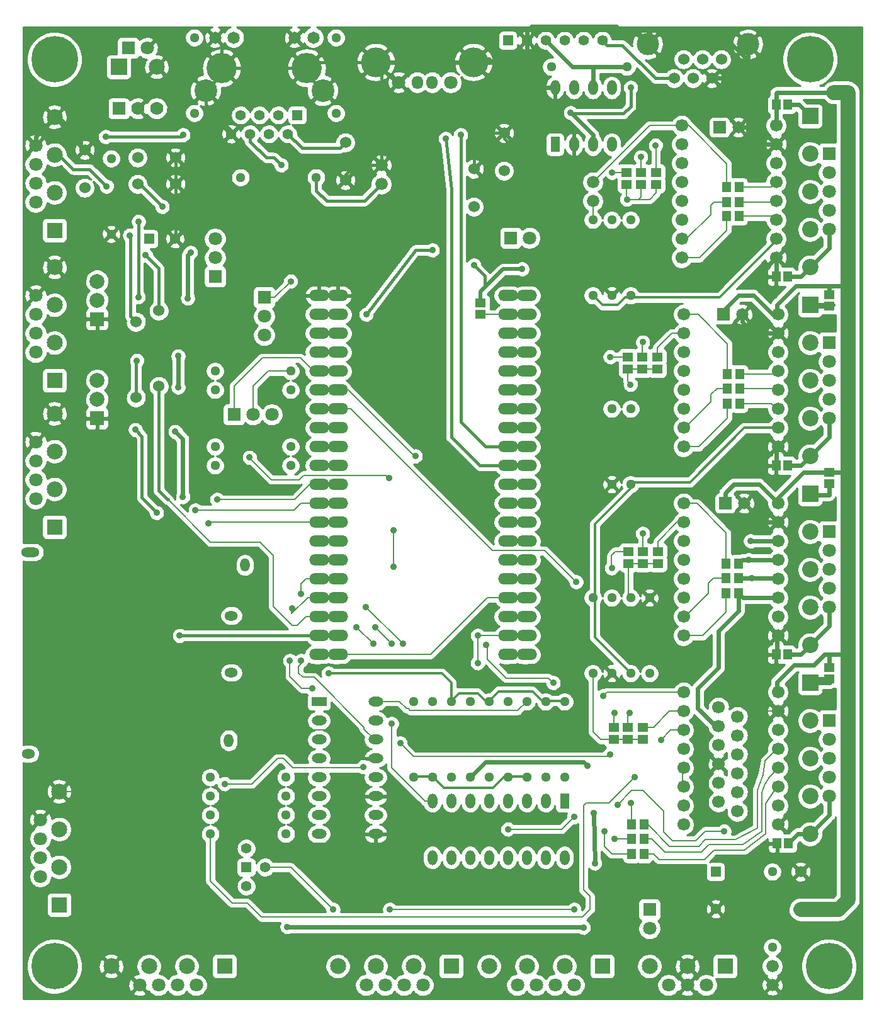
<source format=gbl>
G04 (created by PCBNEW-RS274X (2012-02-06 BZR 3180)-stable) date Fri 05 Oct 2012 08:43:44 AM CEST*
G01*
G70*
G90*
%MOIN*%
G04 Gerber Fmt 3.4, Leading zero omitted, Abs format*
%FSLAX34Y34*%
G04 APERTURE LIST*
%ADD10C,0.006000*%
%ADD11R,0.084600X0.084600*%
%ADD12C,0.084600*%
%ADD13C,0.070900*%
%ADD14R,0.051200X0.078700*%
%ADD15O,0.051200X0.078700*%
%ADD16C,0.246100*%
%ADD17C,0.051200*%
%ADD18C,0.070000*%
%ADD19R,0.070000X0.070000*%
%ADD20R,0.078700X0.051200*%
%ADD21O,0.078700X0.051200*%
%ADD22R,0.086600X0.086600*%
%ADD23R,0.070900X0.070900*%
%ADD24C,0.086600*%
%ADD25O,0.106300X0.059100*%
%ADD26R,0.057000X0.047200*%
%ADD27R,0.047200X0.057000*%
%ADD28C,0.160000*%
%ADD29R,0.055000X0.055000*%
%ADD30C,0.055000*%
%ADD31C,0.120000*%
%ADD32C,0.065000*%
%ADD33C,0.060000*%
%ADD34C,0.066000*%
%ADD35C,0.078700*%
%ADD36R,0.074800X0.074800*%
%ADD37O,0.050900X0.070400*%
%ADD38O,0.070400X0.050900*%
%ADD39O,0.097800X0.050900*%
%ADD40O,0.059100X0.070900*%
%ADD41C,0.157500*%
%ADD42C,0.066900*%
%ADD43C,0.118100*%
%ADD44R,0.065000X0.065000*%
%ADD45C,0.035000*%
%ADD46C,0.013800*%
%ADD47C,0.008000*%
%ADD48C,0.015700*%
%ADD49C,0.019700*%
%ADD50C,0.023600*%
%ADD51C,0.079900*%
%ADD52C,0.010000*%
G04 APERTURE END LIST*
G54D10*
G54D11*
X49500Y-64000D03*
G54D12*
X47500Y-64000D03*
G54D13*
X48500Y-65000D03*
X47500Y-65000D03*
X46500Y-65000D03*
G54D12*
X45500Y-64000D03*
G54D14*
X40500Y-20500D03*
G54D15*
X41500Y-20500D03*
X42500Y-20500D03*
X43500Y-20500D03*
X43500Y-17500D03*
X42500Y-17500D03*
X41500Y-17500D03*
X40500Y-17500D03*
G54D16*
X14000Y-16000D03*
X54000Y-16000D03*
X14000Y-64000D03*
X55000Y-64000D03*
G54D17*
X26250Y-57000D03*
X22250Y-57000D03*
X41000Y-54000D03*
X41000Y-50000D03*
X40000Y-54000D03*
X40000Y-50000D03*
X23850Y-22250D03*
X27850Y-22250D03*
X26250Y-56000D03*
X22250Y-56000D03*
X37000Y-54000D03*
X37000Y-50000D03*
X45500Y-44500D03*
X45500Y-48500D03*
X35000Y-54000D03*
X35000Y-50000D03*
X33000Y-54000D03*
X33000Y-50000D03*
X42500Y-48500D03*
X42500Y-44500D03*
X34000Y-54000D03*
X34000Y-50000D03*
X38000Y-54000D03*
X38000Y-50000D03*
X26500Y-33500D03*
X22500Y-33500D03*
X43500Y-48500D03*
X43500Y-44500D03*
X26500Y-32500D03*
X22500Y-32500D03*
X44500Y-44500D03*
X44500Y-48500D03*
X43500Y-38500D03*
X43500Y-34500D03*
X17000Y-25250D03*
X17000Y-21250D03*
X44500Y-34500D03*
X44500Y-38500D03*
X36000Y-50000D03*
X36000Y-54000D03*
X43500Y-28500D03*
X43500Y-24500D03*
X26500Y-37500D03*
X22500Y-37500D03*
X26500Y-36500D03*
X22500Y-36500D03*
X44500Y-24500D03*
X44500Y-28500D03*
X52000Y-63000D03*
X52000Y-59000D03*
X42500Y-24500D03*
X42500Y-28500D03*
X21400Y-18850D03*
X21400Y-14850D03*
X28900Y-18850D03*
X28900Y-14850D03*
X44300Y-16400D03*
X40300Y-16400D03*
X39000Y-54000D03*
X39000Y-50000D03*
X26250Y-54000D03*
X22250Y-54000D03*
X26250Y-55000D03*
X22250Y-55000D03*
G54D18*
X19400Y-18600D03*
X18400Y-18600D03*
G54D19*
X17400Y-18600D03*
G54D11*
X14000Y-25050D03*
G54D12*
X14000Y-23050D03*
X14000Y-21050D03*
X14000Y-19050D03*
G54D13*
X13000Y-23550D03*
X13000Y-22550D03*
X13000Y-21550D03*
X13000Y-20550D03*
G54D14*
X41000Y-55250D03*
G54D15*
X40000Y-55250D03*
X39000Y-55250D03*
X38000Y-55250D03*
X37000Y-55250D03*
X36000Y-55250D03*
X35000Y-55250D03*
X34000Y-55250D03*
X34000Y-58250D03*
X35000Y-58250D03*
X36000Y-58250D03*
X37000Y-58250D03*
X38000Y-58250D03*
X39000Y-58250D03*
X40000Y-58250D03*
X41000Y-58250D03*
G54D20*
X28000Y-50000D03*
G54D21*
X28000Y-51000D03*
X28000Y-52000D03*
X28000Y-53000D03*
X28000Y-54000D03*
X28000Y-55000D03*
X28000Y-56000D03*
X28000Y-57000D03*
X31000Y-57000D03*
X31000Y-56000D03*
X31000Y-55000D03*
X31000Y-54000D03*
X31000Y-53000D03*
X31000Y-52000D03*
X31000Y-51000D03*
X31000Y-50000D03*
G54D22*
X17400Y-16400D03*
G54D12*
X19400Y-16400D03*
G54D23*
X17900Y-15400D03*
G54D13*
X18900Y-15400D03*
G54D11*
X14000Y-33000D03*
G54D12*
X14000Y-31000D03*
X14000Y-29000D03*
X14000Y-27000D03*
G54D13*
X13000Y-31500D03*
X13000Y-30500D03*
X13000Y-29500D03*
X13000Y-28500D03*
G54D11*
X14250Y-60750D03*
G54D12*
X14250Y-58750D03*
X14250Y-56750D03*
X14250Y-54750D03*
G54D13*
X13250Y-59250D03*
X13250Y-58250D03*
X13250Y-57250D03*
X13250Y-56250D03*
G54D11*
X23000Y-64000D03*
G54D12*
X21000Y-64000D03*
X19000Y-64000D03*
X17000Y-64000D03*
G54D13*
X21500Y-65000D03*
X20500Y-65000D03*
X19500Y-65000D03*
X18500Y-65000D03*
G54D11*
X43000Y-64000D03*
G54D12*
X41000Y-64000D03*
X39000Y-64000D03*
X37000Y-64000D03*
G54D13*
X41500Y-65000D03*
X40500Y-65000D03*
X39500Y-65000D03*
X38500Y-65000D03*
G54D11*
X14000Y-40750D03*
G54D12*
X14000Y-38750D03*
X14000Y-36750D03*
X14000Y-34750D03*
G54D13*
X13000Y-39250D03*
X13000Y-38250D03*
X13000Y-37250D03*
X13000Y-36250D03*
G54D11*
X35000Y-64000D03*
G54D12*
X33000Y-64000D03*
X31000Y-64000D03*
X29000Y-64000D03*
G54D13*
X33500Y-65000D03*
X32500Y-65000D03*
X31500Y-65000D03*
X30500Y-65000D03*
G54D22*
X54000Y-49000D03*
G54D24*
X54000Y-51000D03*
X54000Y-53000D03*
X54000Y-55000D03*
G54D23*
X55000Y-51000D03*
G54D13*
X55000Y-52000D03*
X55000Y-53000D03*
X55000Y-54000D03*
G54D24*
X54000Y-57000D03*
G54D13*
X55000Y-55000D03*
G54D22*
X54000Y-39000D03*
G54D24*
X54000Y-41000D03*
X54000Y-43000D03*
X54000Y-45000D03*
G54D23*
X55000Y-41000D03*
G54D13*
X55000Y-42000D03*
X55000Y-43000D03*
X55000Y-44000D03*
G54D24*
X54000Y-47000D03*
G54D13*
X55000Y-45000D03*
G54D22*
X54000Y-19000D03*
G54D24*
X54000Y-21000D03*
X54000Y-23000D03*
X54000Y-25000D03*
G54D23*
X55000Y-21000D03*
G54D13*
X55000Y-22000D03*
X55000Y-23000D03*
X55000Y-24000D03*
G54D24*
X54000Y-27000D03*
G54D13*
X55000Y-25000D03*
G54D22*
X54000Y-29000D03*
G54D24*
X54000Y-31000D03*
X54000Y-33000D03*
X54000Y-35000D03*
G54D23*
X55000Y-31000D03*
G54D13*
X55000Y-32000D03*
X55000Y-33000D03*
X55000Y-34000D03*
G54D24*
X54000Y-37000D03*
G54D13*
X55000Y-35000D03*
G54D25*
X39000Y-28500D03*
X39000Y-29500D03*
X39000Y-30500D03*
X39000Y-31500D03*
X39000Y-32500D03*
X39000Y-33500D03*
X39000Y-34500D03*
X39000Y-35500D03*
X39000Y-36500D03*
X39000Y-37500D03*
X39000Y-38500D03*
X39000Y-39500D03*
X39000Y-40500D03*
X39000Y-41500D03*
X39000Y-42500D03*
X39000Y-43500D03*
X39000Y-44500D03*
X39000Y-45500D03*
X39000Y-46500D03*
X39000Y-47500D03*
X28000Y-47500D03*
X28000Y-46500D03*
X28000Y-45500D03*
X28000Y-44500D03*
X28000Y-43500D03*
X28000Y-42500D03*
X28000Y-41500D03*
X28000Y-40500D03*
X28000Y-39500D03*
X28000Y-38500D03*
X28000Y-37500D03*
X28000Y-36500D03*
X28000Y-35500D03*
X28000Y-34500D03*
X28000Y-33500D03*
X28000Y-32500D03*
X28000Y-31500D03*
X28000Y-30500D03*
X28000Y-29500D03*
X28000Y-28500D03*
X29000Y-28500D03*
X29000Y-29500D03*
X29000Y-30500D03*
X29000Y-31500D03*
X29000Y-32500D03*
X29000Y-33500D03*
X29000Y-34500D03*
X29000Y-35500D03*
X29000Y-36500D03*
X29000Y-37500D03*
X29000Y-38500D03*
X29000Y-39500D03*
X29000Y-40500D03*
X29000Y-41500D03*
X29000Y-42500D03*
X29000Y-43500D03*
X29000Y-44500D03*
X29000Y-45500D03*
X29000Y-46500D03*
X29000Y-47500D03*
X38000Y-47500D03*
X38000Y-46500D03*
X38000Y-45500D03*
X38000Y-44500D03*
X38000Y-43500D03*
X38000Y-42500D03*
X38000Y-41500D03*
X38000Y-40500D03*
X38000Y-39500D03*
X38000Y-38500D03*
X38000Y-37500D03*
X38000Y-36500D03*
X38000Y-35500D03*
X38000Y-34500D03*
X38000Y-33500D03*
X38000Y-32500D03*
X38000Y-31500D03*
X38000Y-30500D03*
X38000Y-29500D03*
X38000Y-28500D03*
G54D23*
X22500Y-27500D03*
G54D13*
X22500Y-26500D03*
X22500Y-25500D03*
G54D26*
X36550Y-28900D03*
X36550Y-29500D03*
G54D27*
X52200Y-18400D03*
X52800Y-18400D03*
X52800Y-27500D03*
X52200Y-27500D03*
G54D26*
X55000Y-28450D03*
X55000Y-29050D03*
G54D27*
X52800Y-37500D03*
X52200Y-37500D03*
G54D26*
X55000Y-37850D03*
X55000Y-38450D03*
G54D27*
X52800Y-47500D03*
X52200Y-47500D03*
G54D26*
X55000Y-48200D03*
X55000Y-48800D03*
G54D27*
X52850Y-57500D03*
X52250Y-57500D03*
G54D28*
X22850Y-16450D03*
X27350Y-16450D03*
G54D29*
X26850Y-18950D03*
G54D30*
X26350Y-19950D03*
X25850Y-18950D03*
X25350Y-19950D03*
X24850Y-18950D03*
X24350Y-19950D03*
X23850Y-18950D03*
X23350Y-19950D03*
G54D31*
X28200Y-17650D03*
X22000Y-17650D03*
G54D32*
X27700Y-14850D03*
X26710Y-14850D03*
X23490Y-14850D03*
X22500Y-14850D03*
G54D33*
X53500Y-59000D03*
X53500Y-61000D03*
X15600Y-22800D03*
X15600Y-20800D03*
X29400Y-22400D03*
X29400Y-20400D03*
X20400Y-21200D03*
X18400Y-21200D03*
X20400Y-22600D03*
X18400Y-22600D03*
G54D34*
X42500Y-23500D03*
X42500Y-22500D03*
X31300Y-22600D03*
X31300Y-21600D03*
G54D29*
X49000Y-59000D03*
G54D30*
X49000Y-60969D03*
G54D29*
X19000Y-25500D03*
G54D30*
X20378Y-25500D03*
G54D35*
X16250Y-33000D03*
X16250Y-34000D03*
G54D36*
X16250Y-35000D03*
G54D35*
X16250Y-27750D03*
X16250Y-28750D03*
G54D36*
X16250Y-29750D03*
G54D27*
X50240Y-22750D03*
X49590Y-24300D03*
X49590Y-22750D03*
X50240Y-23550D03*
X49590Y-23550D03*
X50240Y-24300D03*
X49620Y-34210D03*
X50270Y-32660D03*
X50270Y-34210D03*
X49620Y-33410D03*
X50270Y-33410D03*
X49620Y-32660D03*
X49560Y-44250D03*
X50210Y-42700D03*
X50210Y-44250D03*
X49560Y-43450D03*
X50210Y-43450D03*
X49560Y-42700D03*
X44550Y-58050D03*
X45200Y-56500D03*
X45200Y-58050D03*
X44550Y-57250D03*
X45200Y-57250D03*
X44550Y-56500D03*
G54D23*
X45500Y-61000D03*
G54D13*
X45500Y-62000D03*
G54D23*
X23500Y-34800D03*
G54D13*
X24500Y-34800D03*
X25500Y-34800D03*
G54D23*
X25100Y-28600D03*
G54D13*
X25100Y-29600D03*
X25100Y-30600D03*
G54D37*
X24081Y-42770D03*
G54D38*
X23364Y-45443D03*
X23364Y-48463D03*
X12616Y-52758D03*
G54D37*
X23222Y-52053D03*
G54D39*
X12719Y-42085D03*
G54D40*
X33205Y-17220D03*
X33995Y-17220D03*
G54D13*
X32225Y-17220D03*
G54D41*
X31015Y-16150D03*
X36185Y-16150D03*
G54D13*
X34975Y-17220D03*
G54D34*
X52000Y-64000D03*
X52000Y-65000D03*
G54D33*
X19520Y-33300D03*
X19520Y-29300D03*
X18315Y-33900D03*
X18315Y-29900D03*
G54D26*
X45840Y-22635D03*
X44290Y-21985D03*
X45840Y-21985D03*
X45040Y-22635D03*
X45040Y-21985D03*
X44290Y-22635D03*
X45900Y-32400D03*
X44350Y-31750D03*
X45900Y-31750D03*
X45100Y-32400D03*
X45100Y-31750D03*
X44350Y-32400D03*
X45940Y-42695D03*
X44390Y-42045D03*
X45940Y-42045D03*
X45140Y-42695D03*
X45140Y-42045D03*
X44390Y-42695D03*
X45165Y-51995D03*
X43615Y-51345D03*
X45165Y-51345D03*
X44365Y-51995D03*
X44365Y-51345D03*
X43615Y-51995D03*
G54D29*
X24155Y-58765D03*
G54D30*
X24155Y-57765D03*
X24155Y-59765D03*
X25155Y-58765D03*
G54D42*
X50150Y-55800D03*
X49150Y-55300D03*
X50150Y-54800D03*
X49150Y-54300D03*
X50150Y-53800D03*
X49150Y-53300D03*
X50150Y-52800D03*
X49150Y-52300D03*
X50150Y-51800D03*
X49150Y-51300D03*
X50150Y-50800D03*
X49150Y-50300D03*
X47200Y-19500D03*
X47200Y-20500D03*
X47200Y-21500D03*
X47200Y-22500D03*
X47200Y-23500D03*
X47200Y-24500D03*
X47200Y-25500D03*
X47200Y-26500D03*
X52200Y-26500D03*
X52200Y-25500D03*
X52200Y-24500D03*
X52200Y-23500D03*
X52200Y-22500D03*
X52200Y-21500D03*
X52200Y-20500D03*
X52200Y-19500D03*
X47300Y-29500D03*
X47300Y-30500D03*
X47300Y-31500D03*
X47300Y-32500D03*
X47300Y-33500D03*
X47300Y-34500D03*
X47300Y-35500D03*
X47300Y-36500D03*
X52300Y-36500D03*
X52300Y-35500D03*
X52300Y-34500D03*
X52300Y-33500D03*
X52300Y-32500D03*
X52300Y-31500D03*
X52300Y-30500D03*
X52300Y-29500D03*
X47300Y-39500D03*
X47300Y-40500D03*
X47300Y-41500D03*
X47300Y-42500D03*
X47300Y-43500D03*
X47300Y-44500D03*
X47300Y-45500D03*
X47300Y-46500D03*
X52300Y-46500D03*
X52300Y-45500D03*
X52300Y-44500D03*
X52300Y-43500D03*
X52300Y-42500D03*
X52300Y-41500D03*
X52300Y-40500D03*
X52300Y-39500D03*
X47300Y-49500D03*
X47300Y-50500D03*
X47300Y-51500D03*
X47300Y-52500D03*
X47300Y-53500D03*
X47300Y-54500D03*
X47300Y-55500D03*
X47300Y-56500D03*
X52300Y-56500D03*
X52300Y-55500D03*
X52300Y-54500D03*
X52300Y-53500D03*
X52300Y-52500D03*
X52300Y-51500D03*
X52300Y-50500D03*
X52300Y-49500D03*
G54D23*
X38150Y-25450D03*
G54D13*
X39150Y-25450D03*
G54D33*
X47800Y-17000D03*
X48800Y-17000D03*
X46800Y-17000D03*
X49300Y-16000D03*
X48300Y-16000D03*
X47300Y-16000D03*
G54D43*
X45400Y-15200D03*
X50700Y-15200D03*
G54D29*
X38000Y-15000D03*
G54D30*
X39000Y-15000D03*
X40000Y-15000D03*
X41000Y-15000D03*
X42000Y-15000D03*
X43000Y-15000D03*
G54D33*
X36200Y-23800D03*
X36200Y-21800D03*
X37800Y-21900D03*
X37800Y-19900D03*
G54D44*
X49200Y-19600D03*
G54D32*
X50200Y-19600D03*
G54D44*
X49400Y-29500D03*
G54D32*
X50400Y-29500D03*
G54D44*
X49500Y-39500D03*
G54D32*
X50500Y-39500D03*
G54D45*
X43800Y-55450D03*
X28500Y-48500D03*
X20800Y-20000D03*
X49450Y-56850D03*
X16700Y-20100D03*
X19700Y-23800D03*
X30500Y-29500D03*
X36200Y-26900D03*
X34000Y-26100D03*
X44500Y-17500D03*
X38750Y-27100D03*
X41325Y-18825D03*
X37300Y-24400D03*
X51100Y-53300D03*
X29400Y-54450D03*
X25300Y-46950D03*
X29200Y-51750D03*
X29400Y-52950D03*
X25500Y-49850D03*
X35500Y-20000D03*
X26500Y-27750D03*
X36400Y-47950D03*
X36400Y-46500D03*
X44300Y-23410D03*
X43520Y-21990D03*
X45040Y-21170D03*
X45825Y-20550D03*
X23000Y-54350D03*
X43400Y-52800D03*
X30350Y-53450D03*
X32300Y-52200D03*
X43100Y-56850D03*
X33100Y-37000D03*
X40400Y-49000D03*
X36850Y-47000D03*
X31950Y-42850D03*
X43650Y-57250D03*
X31700Y-38175D03*
X24325Y-37075D03*
X31950Y-40925D03*
X27048Y-47824D03*
X27048Y-44296D03*
X44700Y-54000D03*
X17985Y-25315D03*
X16760Y-22725D03*
X18825Y-26375D03*
X22146Y-40551D03*
X22600Y-39300D03*
X21457Y-39862D03*
X26575Y-45075D03*
X27636Y-49294D03*
X26460Y-47824D03*
X26000Y-21600D03*
X50850Y-41500D03*
X43500Y-42930D03*
X45140Y-30970D03*
X44490Y-33210D03*
X45135Y-41100D03*
X34700Y-20200D03*
X44500Y-55350D03*
X43050Y-49700D03*
X41620Y-43660D03*
X46110Y-52010D03*
X44440Y-50580D03*
X30870Y-46942D03*
X29988Y-46060D03*
X30968Y-46060D03*
X31850Y-51156D03*
X31850Y-46942D03*
X50750Y-42500D03*
X38000Y-56750D03*
X41500Y-56100D03*
X50900Y-43450D03*
X43650Y-50600D03*
X32438Y-46942D03*
X30478Y-44982D03*
X18280Y-35605D03*
X19400Y-40000D03*
X20630Y-46505D03*
X18435Y-28580D03*
X18360Y-31950D03*
X18450Y-24585D03*
X43420Y-31750D03*
X20395Y-35705D03*
X20545Y-33355D03*
X20545Y-31705D03*
X21055Y-28645D03*
X20795Y-39155D03*
X21200Y-26225D03*
X26320Y-61915D03*
X42000Y-61950D03*
X42600Y-58550D03*
X42200Y-53400D03*
X42550Y-55900D03*
X41500Y-61000D03*
X31750Y-61000D03*
X28750Y-61000D03*
G54D46*
X34600Y-54550D02*
X37200Y-54550D01*
X44500Y-38500D02*
X44600Y-38600D01*
X36400Y-49550D02*
X36800Y-49950D01*
G54D47*
X46700Y-57350D02*
X47950Y-57350D01*
G54D46*
X42500Y-28500D02*
X43000Y-29000D01*
X36800Y-49950D02*
X37000Y-49950D01*
X35000Y-49950D02*
X35400Y-49550D01*
X37000Y-50000D02*
X37000Y-49950D01*
X34000Y-53950D02*
X34600Y-54550D01*
X35000Y-50000D02*
X35000Y-49000D01*
G54D48*
X20800Y-20000D02*
X20700Y-20100D01*
G54D46*
X37499Y-49451D02*
X39301Y-49451D01*
X35400Y-49550D02*
X36400Y-49550D01*
G54D48*
X29100Y-20700D02*
X29400Y-20400D01*
G54D47*
X46250Y-55800D02*
X46250Y-56900D01*
G54D46*
X49200Y-28600D02*
X44600Y-28600D01*
G54D47*
X48450Y-56850D02*
X49450Y-56850D01*
X44550Y-54700D02*
X45150Y-54700D01*
G54D46*
X40000Y-49950D02*
X41000Y-49950D01*
X35000Y-50000D02*
X35000Y-49950D01*
X39000Y-28500D02*
X39000Y-28600D01*
X39000Y-28600D02*
X38000Y-28600D01*
X35000Y-49000D02*
X34500Y-48500D01*
X40000Y-49950D02*
X40000Y-50000D01*
X37000Y-49950D02*
X37499Y-49451D01*
X39000Y-53950D02*
X39000Y-54000D01*
X33000Y-53950D02*
X34000Y-53950D01*
X42600Y-46600D02*
X44500Y-48500D01*
X52200Y-25600D02*
X49200Y-28600D01*
G54D48*
X20700Y-20100D02*
X16700Y-20100D01*
G54D46*
X52250Y-35500D02*
X50523Y-35500D01*
G54D47*
X46250Y-56900D02*
X46700Y-57350D01*
G54D46*
X47637Y-38386D02*
X44614Y-38386D01*
X38000Y-28600D02*
X38000Y-28500D01*
X42600Y-44600D02*
X42600Y-46600D01*
X44600Y-28600D02*
X44500Y-28500D01*
X39301Y-49451D02*
X39800Y-49950D01*
X37800Y-53950D02*
X38000Y-53950D01*
X42600Y-44600D02*
X42600Y-40600D01*
G54D48*
X26350Y-19950D02*
X27100Y-20700D01*
G54D47*
X43800Y-55450D02*
X44550Y-54700D01*
G54D46*
X38000Y-54000D02*
X38000Y-53950D01*
X50523Y-35500D02*
X47637Y-38386D01*
G54D47*
X47950Y-57350D02*
X48450Y-56850D01*
G54D46*
X44614Y-38386D02*
X44500Y-38500D01*
G54D47*
X45150Y-54700D02*
X46250Y-55800D01*
G54D46*
X42500Y-44500D02*
X42600Y-44600D01*
X37200Y-54550D02*
X37800Y-53950D01*
G54D48*
X27100Y-20700D02*
X29100Y-20700D01*
G54D46*
X34500Y-48500D02*
X28500Y-48500D01*
X43800Y-29000D02*
X44200Y-28600D01*
X41000Y-50000D02*
X41000Y-49950D01*
X42600Y-40600D02*
X44600Y-38600D01*
X39800Y-49950D02*
X40000Y-49950D01*
X43000Y-29000D02*
X43800Y-29000D01*
X38000Y-53950D02*
X39000Y-53950D01*
X44200Y-28600D02*
X44600Y-28600D01*
X34000Y-54000D02*
X34000Y-53950D01*
X33000Y-54000D02*
X33000Y-53950D01*
X52200Y-25500D02*
X52200Y-25600D01*
G54D49*
X36550Y-28900D02*
X36550Y-28300D01*
G54D47*
X29000Y-29600D02*
X29000Y-29500D01*
G54D48*
X18400Y-22600D02*
X18500Y-22600D01*
G54D47*
X28000Y-29600D02*
X29000Y-29600D01*
G54D48*
X36775Y-27475D02*
X36775Y-28075D01*
X18500Y-22600D02*
X19700Y-23800D01*
X36200Y-26900D02*
X36775Y-27475D01*
G54D49*
X36550Y-28300D02*
X36775Y-28075D01*
G54D47*
X28000Y-29500D02*
X28000Y-29600D01*
G54D48*
X44125Y-18875D02*
X44500Y-18500D01*
X44500Y-18500D02*
X44500Y-17500D01*
X41375Y-18875D02*
X44125Y-18875D01*
X33100Y-26100D02*
X34000Y-26100D01*
X30500Y-29500D02*
X33100Y-26100D01*
G54D49*
X36775Y-28075D02*
X37750Y-27100D01*
G54D50*
X42500Y-20500D02*
X42500Y-20000D01*
X42500Y-20000D02*
X41375Y-18875D01*
X41375Y-18875D02*
X41325Y-18825D01*
G54D49*
X37750Y-27100D02*
X38750Y-27100D01*
G54D50*
X51000Y-30500D02*
X52300Y-30500D01*
X50400Y-29900D02*
X51000Y-30500D01*
X40500Y-17500D02*
X38500Y-17500D01*
X31015Y-16150D02*
X36185Y-16150D01*
X50000Y-17000D02*
X50700Y-16300D01*
X50700Y-16300D02*
X50700Y-15200D01*
X48800Y-17000D02*
X50000Y-17000D01*
X45400Y-14650D02*
X45600Y-14450D01*
X45400Y-15200D02*
X45400Y-14650D01*
X36335Y-16000D02*
X36185Y-16150D01*
X39000Y-15000D02*
X39000Y-16000D01*
X39000Y-16000D02*
X38850Y-16150D01*
X38850Y-16150D02*
X36185Y-16150D01*
G54D48*
X37150Y-16150D02*
X38500Y-17500D01*
X36185Y-16150D02*
X37150Y-16150D01*
G54D47*
X52200Y-36550D02*
X52250Y-36500D01*
G54D50*
X50400Y-29500D02*
X50400Y-29900D01*
G54D47*
X37300Y-24400D02*
X38000Y-24400D01*
X38000Y-24400D02*
X40200Y-24400D01*
G54D50*
X38500Y-17500D02*
X37000Y-16000D01*
G54D47*
X51350Y-53100D02*
X51350Y-50900D01*
G54D50*
X51350Y-20500D02*
X52200Y-20500D01*
X45700Y-14450D02*
X49100Y-14450D01*
X45600Y-14450D02*
X45700Y-14450D01*
X49100Y-14450D02*
X50700Y-16050D01*
X50700Y-19600D02*
X50700Y-19850D01*
X50700Y-16050D02*
X50700Y-19600D01*
X50700Y-19850D02*
X51350Y-20500D01*
G54D48*
X29400Y-22100D02*
X29900Y-21600D01*
X31015Y-16150D02*
X27650Y-16150D01*
X32085Y-17220D02*
X31015Y-16150D01*
G54D50*
X15370Y-20570D02*
X15370Y-20230D01*
G54D47*
X29450Y-53000D02*
X29400Y-52950D01*
G54D48*
X22850Y-16450D02*
X22850Y-15200D01*
G54D47*
X28950Y-51500D02*
X26350Y-51500D01*
G54D48*
X27350Y-16450D02*
X27350Y-16800D01*
G54D47*
X18000Y-54750D02*
X22900Y-49850D01*
X52250Y-47450D02*
X52200Y-47500D01*
G54D48*
X27350Y-16450D02*
X22850Y-16450D01*
G54D47*
X51750Y-50500D02*
X52250Y-50500D01*
X26350Y-51500D02*
X25500Y-50650D01*
G54D48*
X27350Y-16800D02*
X28200Y-17650D01*
G54D47*
X51350Y-50900D02*
X51750Y-50500D01*
G54D50*
X52200Y-26500D02*
X52200Y-27500D01*
G54D48*
X20400Y-22600D02*
X20400Y-25478D01*
X20400Y-25478D02*
X20378Y-25500D01*
X20400Y-21200D02*
X20400Y-22600D01*
G54D50*
X37000Y-16000D02*
X36335Y-16000D01*
G54D47*
X30400Y-57000D02*
X29400Y-56000D01*
X40200Y-24400D02*
X41500Y-23100D01*
G54D48*
X27650Y-16150D02*
X27350Y-16450D01*
G54D47*
X51100Y-53300D02*
X51350Y-53100D01*
X22900Y-49850D02*
X25500Y-49850D01*
G54D50*
X45400Y-15100D02*
X44750Y-14450D01*
X45700Y-14450D02*
X44750Y-14450D01*
X44750Y-14450D02*
X43950Y-14450D01*
X39250Y-14250D02*
X39000Y-14500D01*
X43750Y-14250D02*
X39250Y-14250D01*
X39000Y-14500D02*
X39000Y-15000D01*
G54D48*
X37800Y-19900D02*
X37800Y-20200D01*
X38700Y-23700D02*
X38000Y-24400D01*
G54D50*
X50200Y-19600D02*
X50700Y-19600D01*
X45400Y-15200D02*
X45400Y-15100D01*
G54D48*
X31300Y-16435D02*
X31015Y-16150D01*
G54D50*
X52300Y-40500D02*
X51500Y-40500D01*
X51500Y-40500D02*
X50500Y-39500D01*
X43950Y-14450D02*
X43750Y-14250D01*
G54D48*
X29400Y-22400D02*
X29400Y-22100D01*
X23350Y-19750D02*
X22000Y-18400D01*
X22000Y-18400D02*
X22000Y-17650D01*
X23350Y-19950D02*
X23350Y-19750D01*
G54D50*
X52250Y-46500D02*
X52250Y-47450D01*
X15370Y-20230D02*
X14190Y-19050D01*
G54D48*
X36200Y-20800D02*
X37100Y-19900D01*
X37100Y-19900D02*
X37800Y-19900D01*
X36200Y-21800D02*
X36200Y-20800D01*
X37800Y-20200D02*
X38700Y-21100D01*
X38700Y-21100D02*
X38700Y-23700D01*
X31300Y-21600D02*
X31300Y-16435D01*
X22850Y-16450D02*
X22850Y-16800D01*
X22850Y-16800D02*
X22000Y-17650D01*
G54D47*
X29950Y-55000D02*
X31000Y-55000D01*
X29400Y-56000D02*
X29400Y-54450D01*
X31000Y-57000D02*
X30400Y-57000D01*
G54D48*
X32225Y-17220D02*
X32085Y-17220D01*
G54D50*
X52200Y-37500D02*
X52200Y-36550D01*
G54D47*
X25300Y-46950D02*
X25300Y-46900D01*
G54D50*
X14190Y-19050D02*
X14040Y-19050D01*
G54D48*
X29900Y-21600D02*
X31300Y-21600D01*
G54D47*
X14250Y-54750D02*
X18000Y-54750D01*
X31000Y-53000D02*
X29450Y-53000D01*
X29200Y-51750D02*
X28950Y-51500D01*
G54D50*
X13000Y-20090D02*
X13000Y-20550D01*
X14040Y-19050D02*
X13000Y-20090D01*
G54D47*
X25500Y-50650D02*
X25500Y-49850D01*
G54D48*
X22850Y-15200D02*
X22500Y-14850D01*
G54D50*
X15600Y-20800D02*
X15370Y-20570D01*
G54D47*
X29400Y-54450D02*
X29950Y-55000D01*
X25500Y-49850D02*
X25400Y-49700D01*
X41500Y-23100D02*
X41500Y-20500D01*
X38000Y-43500D02*
X38000Y-43600D01*
X49620Y-35005D02*
X49620Y-34210D01*
X39000Y-43600D02*
X39000Y-43500D01*
X38000Y-43600D02*
X39000Y-43600D01*
X48125Y-36500D02*
X49620Y-35005D01*
X47250Y-36500D02*
X48125Y-36500D01*
X49560Y-45265D02*
X49560Y-44250D01*
X47250Y-46500D02*
X48325Y-46500D01*
X48325Y-46500D02*
X49560Y-45265D01*
X39000Y-36600D02*
X39000Y-36500D01*
X38000Y-36500D02*
X38000Y-36600D01*
G54D48*
X36800Y-36500D02*
X35500Y-35200D01*
G54D47*
X38000Y-36600D02*
X39000Y-36600D01*
G54D48*
X38000Y-36500D02*
X36800Y-36500D01*
X35500Y-35200D02*
X35500Y-20000D01*
G54D47*
X36400Y-46500D02*
X36400Y-47950D01*
X26500Y-27750D02*
X25650Y-28600D01*
X38000Y-46500D02*
X36400Y-46500D01*
X36400Y-47950D02*
X36400Y-47950D01*
X25650Y-28600D02*
X25100Y-28600D01*
X45840Y-23070D02*
X45500Y-23410D01*
X45840Y-22635D02*
X45840Y-23070D01*
X44300Y-23410D02*
X44290Y-23400D01*
X45040Y-23280D02*
X44910Y-23410D01*
X45500Y-23410D02*
X44910Y-23410D01*
X44910Y-23410D02*
X44300Y-23410D01*
X44290Y-23400D02*
X44290Y-22635D01*
X45040Y-22635D02*
X45040Y-23280D01*
X43520Y-21990D02*
X43525Y-21985D01*
X43525Y-21985D02*
X44290Y-21985D01*
G54D50*
X55000Y-29050D02*
X55200Y-29000D01*
X54000Y-29000D02*
X55200Y-29000D01*
X54050Y-29050D02*
X54000Y-29000D01*
X55000Y-29050D02*
X54050Y-29050D01*
G54D47*
X45040Y-21170D02*
X45040Y-21985D01*
X45840Y-20565D02*
X45840Y-21985D01*
X45825Y-20550D02*
X45840Y-20565D01*
G54D50*
X53400Y-18400D02*
X54000Y-19000D01*
X52800Y-18400D02*
X53400Y-18400D01*
X52800Y-27500D02*
X53500Y-27500D01*
X53500Y-27500D02*
X54000Y-27000D01*
X55000Y-25000D02*
X55000Y-26000D01*
X55000Y-26000D02*
X54000Y-27000D01*
G54D48*
X19520Y-33300D02*
X19520Y-38830D01*
X19520Y-38830D02*
X19995Y-39305D01*
G54D47*
X24875Y-41550D02*
X22250Y-41550D01*
X25575Y-44975D02*
X25575Y-42250D01*
G54D48*
X19995Y-39305D02*
X20005Y-39305D01*
G54D47*
X26850Y-45975D02*
X26575Y-45975D01*
X25575Y-42250D02*
X24875Y-41550D01*
X28000Y-45500D02*
X27325Y-45500D01*
X27325Y-45500D02*
X26850Y-45975D01*
X22250Y-41550D02*
X20005Y-39305D01*
X26575Y-45975D02*
X25575Y-44975D01*
X30300Y-53500D02*
X26600Y-53500D01*
X30350Y-53450D02*
X30300Y-53500D01*
X26600Y-53500D02*
X26100Y-53000D01*
X43400Y-52800D02*
X43300Y-52900D01*
X25800Y-53000D02*
X24450Y-54350D01*
X24450Y-54350D02*
X23000Y-54350D01*
X26100Y-53000D02*
X25800Y-53000D01*
X33000Y-52900D02*
X32300Y-52200D01*
X43300Y-52900D02*
X33000Y-52900D01*
G54D48*
X46800Y-17000D02*
X45800Y-17000D01*
X43250Y-15250D02*
X43000Y-15000D01*
X44050Y-15250D02*
X43250Y-15250D01*
X45800Y-17000D02*
X44050Y-15250D01*
G54D50*
X41400Y-16400D02*
X42500Y-16400D01*
X40000Y-15000D02*
X41400Y-16400D01*
X42500Y-17500D02*
X42500Y-16400D01*
X42500Y-16400D02*
X44300Y-16400D01*
G54D47*
X38000Y-42600D02*
X39000Y-42600D01*
X47250Y-35500D02*
X47380Y-35500D01*
X38000Y-42500D02*
X38000Y-42600D01*
X49070Y-33410D02*
X49620Y-33410D01*
X39000Y-42600D02*
X39000Y-42500D01*
X47380Y-35500D02*
X48760Y-34120D01*
X48760Y-33720D02*
X49070Y-33410D01*
X48760Y-34120D02*
X48760Y-33720D01*
G54D48*
X28400Y-23500D02*
X30400Y-23500D01*
X27850Y-22950D02*
X28400Y-23500D01*
X27850Y-22250D02*
X27850Y-22950D01*
X30400Y-23500D02*
X31300Y-22600D01*
G54D47*
X36900Y-47050D02*
X36900Y-47750D01*
X36900Y-47750D02*
X37900Y-48750D01*
X29000Y-33500D02*
X29550Y-33500D01*
X29550Y-33500D02*
X33050Y-37000D01*
X43500Y-58050D02*
X43100Y-57650D01*
X37900Y-48750D02*
X40150Y-48750D01*
X40150Y-48750D02*
X40400Y-49000D01*
X33050Y-37000D02*
X33100Y-37000D01*
X43100Y-57650D02*
X43100Y-56850D01*
X44550Y-58050D02*
X43500Y-58050D01*
X36850Y-47000D02*
X36900Y-47050D01*
X29000Y-47500D02*
X33900Y-47500D01*
X39000Y-44600D02*
X39000Y-44500D01*
X38000Y-44500D02*
X38000Y-44600D01*
X38000Y-44600D02*
X39000Y-44600D01*
X48890Y-43450D02*
X49560Y-43450D01*
X47250Y-45500D02*
X47380Y-45500D01*
X48620Y-43720D02*
X48890Y-43450D01*
X36900Y-44500D02*
X38000Y-44500D01*
X48620Y-44260D02*
X48620Y-43720D01*
X47380Y-45500D02*
X48620Y-44260D01*
X33900Y-47500D02*
X36900Y-44500D01*
X50450Y-57550D02*
X51450Y-56850D01*
X45200Y-57250D02*
X45600Y-57250D01*
X45600Y-57250D02*
X46300Y-57950D01*
X51850Y-54000D02*
X52500Y-53350D01*
X52250Y-53500D02*
X52500Y-53350D01*
X48650Y-57550D02*
X50450Y-57550D01*
X46300Y-57950D02*
X48250Y-57950D01*
X48250Y-57950D02*
X48650Y-57550D01*
X51450Y-54800D02*
X51600Y-54350D01*
X51600Y-54350D02*
X51850Y-54000D01*
X51450Y-56850D02*
X51450Y-54800D01*
X39004Y-47530D02*
X39000Y-47500D01*
X26950Y-38250D02*
X25475Y-38250D01*
X31950Y-42850D02*
X31950Y-40925D01*
X31550Y-38025D02*
X27175Y-38025D01*
X38024Y-47530D02*
X39004Y-47530D01*
X44550Y-57250D02*
X43650Y-57250D01*
X27175Y-38025D02*
X26950Y-38250D01*
X38000Y-47500D02*
X38024Y-47530D01*
X24325Y-37100D02*
X24325Y-37075D01*
X25475Y-38250D02*
X24325Y-37100D01*
X31700Y-38175D02*
X31550Y-38025D01*
X24500Y-33300D02*
X24500Y-34800D01*
X25300Y-32500D02*
X24500Y-33300D01*
X26500Y-32500D02*
X25300Y-32500D01*
X30968Y-52038D02*
X30380Y-51450D01*
X30380Y-51352D02*
X27734Y-48706D01*
X26920Y-48480D02*
X27146Y-48706D01*
X27300Y-43500D02*
X27048Y-43752D01*
X26920Y-48120D02*
X26920Y-48480D01*
X27048Y-43752D02*
X27048Y-44296D01*
X27734Y-48706D02*
X27146Y-48706D01*
X27048Y-47992D02*
X26920Y-48120D01*
X30968Y-52038D02*
X31000Y-52000D01*
X30380Y-51450D02*
X30380Y-51352D01*
X27048Y-47824D02*
X27048Y-47992D01*
X28000Y-43500D02*
X27300Y-43500D01*
X42350Y-61000D02*
X41950Y-61400D01*
X22250Y-59500D02*
X22250Y-57000D01*
X23400Y-60650D02*
X22250Y-59500D01*
X42350Y-60300D02*
X42350Y-61000D01*
X24200Y-60650D02*
X23400Y-60650D01*
X44700Y-54000D02*
X43350Y-55350D01*
X43350Y-55350D02*
X42150Y-55350D01*
X41950Y-61400D02*
X24950Y-61400D01*
X42150Y-55350D02*
X42000Y-55500D01*
X42000Y-59950D02*
X42350Y-60300D01*
X42000Y-55500D02*
X42000Y-59950D01*
X24950Y-61400D02*
X24200Y-60650D01*
G54D48*
X18020Y-25350D02*
X18020Y-29605D01*
X18020Y-29605D02*
X18315Y-29900D01*
X17985Y-25315D02*
X18020Y-25350D01*
X14210Y-21050D02*
X14975Y-21815D01*
X14000Y-21050D02*
X14210Y-21050D01*
X15850Y-21815D02*
X16760Y-22725D01*
X14975Y-21815D02*
X15850Y-21815D01*
X19520Y-29300D02*
X19520Y-27070D01*
X19520Y-27070D02*
X18825Y-26375D01*
G54D47*
X22197Y-40500D02*
X29000Y-40500D01*
X22146Y-40551D02*
X22197Y-40500D01*
X27500Y-38500D02*
X28000Y-38500D01*
X22600Y-39300D02*
X26700Y-39300D01*
X26700Y-39300D02*
X27500Y-38500D01*
X21457Y-39862D02*
X26673Y-39862D01*
X27035Y-39500D02*
X29000Y-39500D01*
X26673Y-39862D02*
X27035Y-39500D01*
X39000Y-29600D02*
X38000Y-29600D01*
X38000Y-29600D02*
X38000Y-29500D01*
X38000Y-29500D02*
X36550Y-29500D01*
X39000Y-29500D02*
X39000Y-29600D01*
X26460Y-47824D02*
X26460Y-48660D01*
X26575Y-45075D02*
X26558Y-45342D01*
X27094Y-49294D02*
X27636Y-49294D01*
X26460Y-48660D02*
X27094Y-49294D01*
X26558Y-45342D02*
X27400Y-44500D01*
X27400Y-44500D02*
X28000Y-44500D01*
G54D48*
X24350Y-20350D02*
X24350Y-19950D01*
X26000Y-21600D02*
X25600Y-21200D01*
X25600Y-21200D02*
X25200Y-21200D01*
X25200Y-21200D02*
X24350Y-20350D01*
G54D50*
X50850Y-41500D02*
X52250Y-41500D01*
X54050Y-39050D02*
X54000Y-39000D01*
X55000Y-38450D02*
X55000Y-39050D01*
X55000Y-39050D02*
X54050Y-39050D01*
X54200Y-48800D02*
X54000Y-49000D01*
X55000Y-48800D02*
X54200Y-48800D01*
X54000Y-49000D02*
X55050Y-49000D01*
X55000Y-48800D02*
X55050Y-49000D01*
G54D47*
X45140Y-42695D02*
X45940Y-42695D01*
X44390Y-42695D02*
X44390Y-44390D01*
X44390Y-42695D02*
X45140Y-42695D01*
X44390Y-44390D02*
X44500Y-44500D01*
X43485Y-42255D02*
X43695Y-42045D01*
X43695Y-42045D02*
X44390Y-42045D01*
X43485Y-42915D02*
X43485Y-42255D01*
X43500Y-42930D02*
X43485Y-42915D01*
X45100Y-30990D02*
X45120Y-30970D01*
X45100Y-31750D02*
X45100Y-30990D01*
X45120Y-30970D02*
X45140Y-30970D01*
X44350Y-33070D02*
X44350Y-32400D01*
X44350Y-32400D02*
X45100Y-32400D01*
X44490Y-33210D02*
X44350Y-33070D01*
X45100Y-32400D02*
X45900Y-32400D01*
X45900Y-31750D02*
X45900Y-31275D01*
X45900Y-31275D02*
X46675Y-30500D01*
X46675Y-30500D02*
X47250Y-30500D01*
G54D50*
X53500Y-37500D02*
X54000Y-37000D01*
X52800Y-37500D02*
X53500Y-37500D01*
X54000Y-37000D02*
X55000Y-36000D01*
X55000Y-36000D02*
X55000Y-35000D01*
G54D47*
X45140Y-41105D02*
X45140Y-42045D01*
X45135Y-41100D02*
X45140Y-41105D01*
X45940Y-42045D02*
X45940Y-41510D01*
X45940Y-41510D02*
X46950Y-40500D01*
X46950Y-40500D02*
X47250Y-40500D01*
G54D50*
X55000Y-46000D02*
X55000Y-45000D01*
X54000Y-47000D02*
X55000Y-46000D01*
X53500Y-47500D02*
X54000Y-47000D01*
X52800Y-47500D02*
X53500Y-47500D01*
G54D48*
X35000Y-36000D02*
X36500Y-37500D01*
X35000Y-22900D02*
X35000Y-36000D01*
G54D47*
X38000Y-37500D02*
X38000Y-37600D01*
X39000Y-37600D02*
X39000Y-37500D01*
X38000Y-37600D02*
X39000Y-37600D01*
G54D48*
X34700Y-20200D02*
X35000Y-22900D01*
X36500Y-37500D02*
X38000Y-37500D01*
G54D47*
X47250Y-53500D02*
X47250Y-54500D01*
X45500Y-19500D02*
X47200Y-19500D01*
X47250Y-49500D02*
X43250Y-49500D01*
X47300Y-39500D02*
X48000Y-39500D01*
X49560Y-41060D02*
X49560Y-42700D01*
X48000Y-39500D02*
X49560Y-41060D01*
X43250Y-49500D02*
X43050Y-49700D01*
X42500Y-22500D02*
X45500Y-19500D01*
X47200Y-19500D02*
X47575Y-19500D01*
X44550Y-55400D02*
X44550Y-56500D01*
X41600Y-43660D02*
X41620Y-43660D01*
X37180Y-42000D02*
X39940Y-42000D01*
X39940Y-42000D02*
X41600Y-43660D01*
X29680Y-34500D02*
X37180Y-42000D01*
X49590Y-21515D02*
X49590Y-22750D01*
X49620Y-31045D02*
X48075Y-29500D01*
X48075Y-29500D02*
X47250Y-29500D01*
X49620Y-32660D02*
X49620Y-31045D01*
X44500Y-55350D02*
X44550Y-55400D01*
X47575Y-19500D02*
X49590Y-21515D01*
X29000Y-34500D02*
X29680Y-34500D01*
X42500Y-23500D02*
X42500Y-24500D01*
X47250Y-51500D02*
X46620Y-51500D01*
X44440Y-50580D02*
X44365Y-50655D01*
X44365Y-50655D02*
X44365Y-51345D01*
X46620Y-51500D02*
X46110Y-52010D01*
X45700Y-51345D02*
X46545Y-50500D01*
X46545Y-50500D02*
X47250Y-50500D01*
X45165Y-51345D02*
X45700Y-51345D01*
X42500Y-51590D02*
X42905Y-51995D01*
X42905Y-51995D02*
X43615Y-51995D01*
X43615Y-51995D02*
X44365Y-51995D01*
X44365Y-51995D02*
X45165Y-51995D01*
X42500Y-48500D02*
X42500Y-51590D01*
G54D50*
X55000Y-55000D02*
X55000Y-56000D01*
X54000Y-57000D02*
X53350Y-57000D01*
X55000Y-56000D02*
X54000Y-57000D01*
X53350Y-57000D02*
X52850Y-57500D01*
G54D47*
X30870Y-46942D02*
X29988Y-46060D01*
X32732Y-50372D02*
X32634Y-50372D01*
X32634Y-50372D02*
X32242Y-49980D01*
X39000Y-50000D02*
X39004Y-49980D01*
X38514Y-50470D02*
X32830Y-50470D01*
X39004Y-49980D02*
X38514Y-50470D01*
X29000Y-42600D02*
X28000Y-42600D01*
X29000Y-42500D02*
X29000Y-42600D01*
X32242Y-49980D02*
X30968Y-49980D01*
X30968Y-49980D02*
X31000Y-50000D01*
X32830Y-50470D02*
X32732Y-50372D01*
X28000Y-42600D02*
X28000Y-42500D01*
X39000Y-38500D02*
X39000Y-38600D01*
X38000Y-38600D02*
X38000Y-38500D01*
X39000Y-38600D02*
X38000Y-38600D01*
X52160Y-33410D02*
X52250Y-33500D01*
X50270Y-33410D02*
X52160Y-33410D01*
X31850Y-53508D02*
X33614Y-55272D01*
X29000Y-32600D02*
X29000Y-32500D01*
X34006Y-55272D02*
X34000Y-55250D01*
X28000Y-32500D02*
X28000Y-32600D01*
X28000Y-32500D02*
X27700Y-32500D01*
X23500Y-33300D02*
X23500Y-34800D01*
X31850Y-51156D02*
X31850Y-53508D01*
X28000Y-32600D02*
X29000Y-32600D01*
X27700Y-32500D02*
X27000Y-31800D01*
X33614Y-55272D02*
X34006Y-55272D01*
X25000Y-31800D02*
X23500Y-33300D01*
X30968Y-46060D02*
X31850Y-46942D01*
X27000Y-31800D02*
X25000Y-31800D01*
X51500Y-53850D02*
X51625Y-53125D01*
X48450Y-57300D02*
X50050Y-57300D01*
X50050Y-57300D02*
X51200Y-56700D01*
X45400Y-56500D02*
X46550Y-57650D01*
X51625Y-53125D02*
X52250Y-52500D01*
X51200Y-54700D02*
X51500Y-53850D01*
X46550Y-57650D02*
X48100Y-57650D01*
X51200Y-56700D02*
X51200Y-54700D01*
X45200Y-56500D02*
X45400Y-56500D01*
X48100Y-57650D02*
X48450Y-57300D01*
G54D50*
X50410Y-42500D02*
X50210Y-42700D01*
X52250Y-42500D02*
X50410Y-42500D01*
X50750Y-42500D02*
X52250Y-42500D01*
G54D47*
X52090Y-32660D02*
X52250Y-32500D01*
X50270Y-32660D02*
X52090Y-32660D01*
X50240Y-24300D02*
X52000Y-24300D01*
X52000Y-24300D02*
X52200Y-24500D01*
X47200Y-26500D02*
X48150Y-26500D01*
X39000Y-41500D02*
X39000Y-41600D01*
X39000Y-41600D02*
X38000Y-41600D01*
X38000Y-41600D02*
X38000Y-41500D01*
X49590Y-25060D02*
X49590Y-24300D01*
X48150Y-26500D02*
X49590Y-25060D01*
X47200Y-25500D02*
X47460Y-25500D01*
X39000Y-40500D02*
X39000Y-40600D01*
X39000Y-40600D02*
X38000Y-40600D01*
X47460Y-25500D02*
X48740Y-24220D01*
X38000Y-40600D02*
X38000Y-40500D01*
X48740Y-24220D02*
X48740Y-23720D01*
X48740Y-23720D02*
X48910Y-23550D01*
X48910Y-23550D02*
X49590Y-23550D01*
X50240Y-22750D02*
X51950Y-22750D01*
X51950Y-22750D02*
X52200Y-22500D01*
X51960Y-34210D02*
X52250Y-34500D01*
X50270Y-34210D02*
X51960Y-34210D01*
G54D50*
X50210Y-45190D02*
X50210Y-44250D01*
X49150Y-51300D02*
X49000Y-51300D01*
X49150Y-48200D02*
X49150Y-46250D01*
X49000Y-51300D02*
X48050Y-50350D01*
X49150Y-46250D02*
X50210Y-45190D01*
X50460Y-44500D02*
X50210Y-44250D01*
X52250Y-44500D02*
X50460Y-44500D01*
X48050Y-49300D02*
X49150Y-48200D01*
X48050Y-50350D02*
X48050Y-49300D01*
G54D47*
X50500Y-57850D02*
X51650Y-57000D01*
X45700Y-58050D02*
X46000Y-58350D01*
X51650Y-57000D02*
X51650Y-55400D01*
X48900Y-57850D02*
X50500Y-57850D01*
X45200Y-58050D02*
X45700Y-58050D01*
X51650Y-55400D02*
X52250Y-54500D01*
X48400Y-58350D02*
X48900Y-57850D01*
X46000Y-58350D02*
X48400Y-58350D01*
X41500Y-56100D02*
X40850Y-56750D01*
X40850Y-56750D02*
X38000Y-56750D01*
G54D50*
X52200Y-43450D02*
X52250Y-43500D01*
X50900Y-43450D02*
X52200Y-43450D01*
X50210Y-43450D02*
X50900Y-43450D01*
G54D47*
X52150Y-23550D02*
X52200Y-23500D01*
X50240Y-23550D02*
X52150Y-23550D01*
X43615Y-50635D02*
X43650Y-50600D01*
X43615Y-51345D02*
X43615Y-50635D01*
X32438Y-46942D02*
X30478Y-44982D01*
G54D48*
X18315Y-31995D02*
X18315Y-33900D01*
X18630Y-35955D02*
X18280Y-35605D01*
X28000Y-46500D02*
X20635Y-46500D01*
X20635Y-46500D02*
X20630Y-46505D01*
X18630Y-39205D02*
X18630Y-35955D01*
X18360Y-31950D02*
X18315Y-31995D01*
X19380Y-39955D02*
X18630Y-39205D01*
X19400Y-40000D02*
X19380Y-39955D01*
X18450Y-24585D02*
X18435Y-24600D01*
X18435Y-24600D02*
X18435Y-28580D01*
G54D47*
X43420Y-31750D02*
X44350Y-31750D01*
G54D50*
X20795Y-36105D02*
X20795Y-39155D01*
X20545Y-31705D02*
X20545Y-33355D01*
X21055Y-26370D02*
X21055Y-28645D01*
X21055Y-26370D02*
X21200Y-26225D01*
X41965Y-61915D02*
X26320Y-61915D01*
X42000Y-61950D02*
X41965Y-61915D01*
X20395Y-35705D02*
X20795Y-36105D01*
X50200Y-28500D02*
X49400Y-29300D01*
X51000Y-28500D02*
X50200Y-28500D01*
X52000Y-29500D02*
X51000Y-28500D01*
X52250Y-39500D02*
X52250Y-39250D01*
X53150Y-48050D02*
X52250Y-48950D01*
X49400Y-29300D02*
X49400Y-29500D01*
X54200Y-48050D02*
X54750Y-47500D01*
X54750Y-47500D02*
X55000Y-47500D01*
X42600Y-58550D02*
X42550Y-55900D01*
X36800Y-53200D02*
X36000Y-54000D01*
X42000Y-53200D02*
X36800Y-53200D01*
G54D49*
X42200Y-53400D02*
X42000Y-53200D01*
G54D50*
X52200Y-17800D02*
X52200Y-18400D01*
G54D51*
X56000Y-17750D02*
X55250Y-17750D01*
G54D49*
X52200Y-17800D02*
X52250Y-17750D01*
G54D50*
X55000Y-37850D02*
X55650Y-37850D01*
X55000Y-28450D02*
X55000Y-28000D01*
X55000Y-28000D02*
X56000Y-28000D01*
X52300Y-29500D02*
X52000Y-29500D01*
G54D47*
X41500Y-61000D02*
X31750Y-61000D01*
X28750Y-61000D02*
X26515Y-58765D01*
X26515Y-58765D02*
X25155Y-58765D01*
G54D50*
X52250Y-29000D02*
X52250Y-29500D01*
X53250Y-28000D02*
X52250Y-29000D01*
X56000Y-28000D02*
X53250Y-28000D01*
X49500Y-39500D02*
X49500Y-38950D01*
X51300Y-38500D02*
X52300Y-39500D01*
X49950Y-38500D02*
X51300Y-38500D01*
X49500Y-38950D02*
X49950Y-38500D01*
X56000Y-37500D02*
X56000Y-28000D01*
X55650Y-37850D02*
X56000Y-37500D01*
X53150Y-48050D02*
X54200Y-48050D01*
X52250Y-48950D02*
X52250Y-49500D01*
X55000Y-47500D02*
X56000Y-47500D01*
G54D51*
X56000Y-60500D02*
X56000Y-47500D01*
X55500Y-61000D02*
X56000Y-60500D01*
X53500Y-61000D02*
X55500Y-61000D01*
X56000Y-47500D02*
X56000Y-37500D01*
X56000Y-37500D02*
X56000Y-17750D01*
G54D50*
X52250Y-17750D02*
X55250Y-17750D01*
X52200Y-19500D02*
X52200Y-18400D01*
X55000Y-28000D02*
X53250Y-28000D01*
X53650Y-37850D02*
X55000Y-37850D01*
X52250Y-39250D02*
X53650Y-37850D01*
X55000Y-28000D02*
X53250Y-28000D01*
X55000Y-48200D02*
X55000Y-47500D01*
G54D52*
X30950Y-50950D02*
X31050Y-50950D01*
X30950Y-51030D02*
X31050Y-51030D01*
X28643Y-50025D02*
X28643Y-50025D01*
X28643Y-50105D02*
X28723Y-50105D01*
X28643Y-50185D02*
X28803Y-50185D01*
X28643Y-50265D02*
X28883Y-50265D01*
X28628Y-50345D02*
X28963Y-50345D01*
X28577Y-50425D02*
X29043Y-50425D01*
X28423Y-50505D02*
X29123Y-50505D01*
X28426Y-50585D02*
X29203Y-50585D01*
X28517Y-50665D02*
X29283Y-50665D01*
X28575Y-50745D02*
X29363Y-50745D01*
X28612Y-50825D02*
X29443Y-50825D01*
X28634Y-50905D02*
X29523Y-50905D01*
X28644Y-50985D02*
X29603Y-50985D01*
X28642Y-51065D02*
X29683Y-51065D01*
X28626Y-51145D02*
X29763Y-51145D01*
X28592Y-51225D02*
X29843Y-51225D01*
X28543Y-51305D02*
X29923Y-51305D01*
X28468Y-51385D02*
X30003Y-51385D01*
X28334Y-51465D02*
X30083Y-51465D01*
X28358Y-51545D02*
X30108Y-51545D01*
X28478Y-51625D02*
X30151Y-51625D01*
X28549Y-51705D02*
X30225Y-51705D01*
X28596Y-51785D02*
X30305Y-51785D01*
X28627Y-51865D02*
X30371Y-51865D01*
X28642Y-51945D02*
X30356Y-51945D01*
X28644Y-52025D02*
X30356Y-52025D01*
X28634Y-52105D02*
X30368Y-52105D01*
X28609Y-52185D02*
X30392Y-52185D01*
X28569Y-52265D02*
X30432Y-52265D01*
X28508Y-52345D02*
X30493Y-52345D01*
X28411Y-52425D02*
X30589Y-52425D01*
X28238Y-52505D02*
X30759Y-52505D01*
X28426Y-52585D02*
X30573Y-52585D01*
X28517Y-52665D02*
X30484Y-52665D01*
X28575Y-52745D02*
X30426Y-52745D01*
X28612Y-52825D02*
X30387Y-52825D01*
X28634Y-52905D02*
X30395Y-52905D01*
X28644Y-52985D02*
X31050Y-52985D01*
X28642Y-53065D02*
X30168Y-53065D01*
X28626Y-53145D02*
X30054Y-53145D01*
X31560Y-53277D02*
X31560Y-53277D01*
X25853Y-53357D02*
X26047Y-53357D01*
X31495Y-53357D02*
X31560Y-53357D01*
X25773Y-53437D02*
X26127Y-53437D01*
X31389Y-53437D02*
X31560Y-53437D01*
X25693Y-53517D02*
X26093Y-53517D01*
X31294Y-53517D02*
X31561Y-53517D01*
X25613Y-53597D02*
X25941Y-53597D01*
X31444Y-53597D02*
X31576Y-53597D01*
X25533Y-53677D02*
X25857Y-53677D01*
X31529Y-53677D02*
X31616Y-53677D01*
X25453Y-53757D02*
X25803Y-53757D01*
X31583Y-53757D02*
X31689Y-53757D01*
X25373Y-53837D02*
X25769Y-53837D01*
X26730Y-53837D02*
X27381Y-53837D01*
X28617Y-53837D02*
X30175Y-53837D01*
X31617Y-53837D02*
X31769Y-53837D01*
X25293Y-53917D02*
X25750Y-53917D01*
X26749Y-53917D02*
X27362Y-53917D01*
X28637Y-53917D02*
X30361Y-53917D01*
X31637Y-53917D02*
X31849Y-53917D01*
X25213Y-53997D02*
X25743Y-53997D01*
X26756Y-53997D02*
X27356Y-53997D01*
X28644Y-53997D02*
X30356Y-53997D01*
X31644Y-53997D02*
X31929Y-53997D01*
X25133Y-54077D02*
X25750Y-54077D01*
X26752Y-54077D02*
X27362Y-54077D01*
X28640Y-54077D02*
X30362Y-54077D01*
X31640Y-54077D02*
X32009Y-54077D01*
X25053Y-54157D02*
X25768Y-54157D01*
X26734Y-54157D02*
X27380Y-54157D01*
X28621Y-54157D02*
X30380Y-54157D01*
X31621Y-54157D02*
X32089Y-54157D01*
X24973Y-54237D02*
X25801Y-54237D01*
X26699Y-54237D02*
X27413Y-54237D01*
X28587Y-54237D02*
X30413Y-54237D01*
X31587Y-54237D02*
X32169Y-54237D01*
X24893Y-54317D02*
X25853Y-54317D01*
X26646Y-54317D02*
X27465Y-54317D01*
X28535Y-54317D02*
X30465Y-54317D01*
X31535Y-54317D02*
X32249Y-54317D01*
X22566Y-54397D02*
X22576Y-54397D01*
X24813Y-54397D02*
X25936Y-54397D01*
X26567Y-54397D02*
X27548Y-54397D01*
X28454Y-54397D02*
X30548Y-54397D01*
X31454Y-54397D02*
X32329Y-54397D01*
X22421Y-54477D02*
X22594Y-54477D01*
X24733Y-54477D02*
X26078Y-54477D01*
X26421Y-54477D02*
X27693Y-54477D01*
X28306Y-54477D02*
X30693Y-54477D01*
X31306Y-54477D02*
X32409Y-54477D01*
X22497Y-54557D02*
X22628Y-54557D01*
X24653Y-54557D02*
X26003Y-54557D01*
X26497Y-54557D02*
X27616Y-54557D01*
X28385Y-54557D02*
X30622Y-54557D01*
X31377Y-54557D02*
X32489Y-54557D01*
X22603Y-54637D02*
X22687Y-54637D01*
X24478Y-54637D02*
X25897Y-54637D01*
X26603Y-54637D02*
X27510Y-54637D01*
X28490Y-54637D02*
X30512Y-54637D01*
X31487Y-54637D02*
X32569Y-54637D01*
X22669Y-54717D02*
X22784Y-54717D01*
X23215Y-54717D02*
X25829Y-54717D01*
X26669Y-54717D02*
X27443Y-54717D01*
X28557Y-54717D02*
X30444Y-54717D01*
X31555Y-54717D02*
X32649Y-54717D01*
X22713Y-54797D02*
X25786Y-54797D01*
X26713Y-54797D02*
X27398Y-54797D01*
X28601Y-54797D02*
X30400Y-54797D01*
X31599Y-54797D02*
X32729Y-54797D01*
X22741Y-54877D02*
X25758Y-54877D01*
X26741Y-54877D02*
X27370Y-54877D01*
X28629Y-54877D02*
X30378Y-54877D01*
X31623Y-54877D02*
X32809Y-54877D01*
X22756Y-54957D02*
X25744Y-54957D01*
X26756Y-54957D02*
X27356Y-54957D01*
X28644Y-54957D02*
X32889Y-54957D01*
X22756Y-55037D02*
X25743Y-55037D01*
X26756Y-55037D02*
X27356Y-55037D01*
X28644Y-55037D02*
X32969Y-55037D01*
X22743Y-55117D02*
X25757Y-55117D01*
X26743Y-55117D02*
X27370Y-55117D01*
X28631Y-55117D02*
X30380Y-55117D01*
X31619Y-55117D02*
X33049Y-55117D01*
X22717Y-55197D02*
X25784Y-55197D01*
X26717Y-55197D02*
X27396Y-55197D01*
X28604Y-55197D02*
X30398Y-55197D01*
X31603Y-55197D02*
X33129Y-55197D01*
X22674Y-55277D02*
X25827Y-55277D01*
X26674Y-55277D02*
X27439Y-55277D01*
X28561Y-55277D02*
X30440Y-55277D01*
X31561Y-55277D02*
X33209Y-55277D01*
X22609Y-55357D02*
X25892Y-55357D01*
X26609Y-55357D02*
X27504Y-55357D01*
X28496Y-55357D02*
X30506Y-55357D01*
X31495Y-55357D02*
X33289Y-55357D01*
X22507Y-55437D02*
X25993Y-55437D01*
X26507Y-55437D02*
X27606Y-55437D01*
X28393Y-55437D02*
X30612Y-55437D01*
X31389Y-55437D02*
X33369Y-55437D01*
X22407Y-55517D02*
X26093Y-55517D01*
X26407Y-55517D02*
X27709Y-55517D01*
X28294Y-55517D02*
X30709Y-55517D01*
X31294Y-55517D02*
X33461Y-55517D01*
X34489Y-55517D02*
X34512Y-55517D01*
X35489Y-55517D02*
X35512Y-55517D01*
X36489Y-55517D02*
X36512Y-55517D01*
X37489Y-55517D02*
X37512Y-55517D01*
X38489Y-55517D02*
X38512Y-55517D01*
X39489Y-55517D02*
X39512Y-55517D01*
X40489Y-55517D02*
X40494Y-55517D01*
X22557Y-55597D02*
X25941Y-55597D01*
X26557Y-55597D02*
X27555Y-55597D01*
X28444Y-55597D02*
X30555Y-55597D01*
X31444Y-55597D02*
X33541Y-55597D01*
X34461Y-55597D02*
X34541Y-55597D01*
X35461Y-55597D02*
X35541Y-55597D01*
X36461Y-55597D02*
X36541Y-55597D01*
X37461Y-55597D02*
X37541Y-55597D01*
X38461Y-55597D02*
X38541Y-55597D01*
X39461Y-55597D02*
X39541Y-55597D01*
X40461Y-55597D02*
X40494Y-55597D01*
X22643Y-55677D02*
X25857Y-55677D01*
X26643Y-55677D02*
X27470Y-55677D01*
X28529Y-55677D02*
X30470Y-55677D01*
X31529Y-55677D02*
X33586Y-55677D01*
X34415Y-55677D02*
X34586Y-55677D01*
X35415Y-55677D02*
X35586Y-55677D01*
X36415Y-55677D02*
X36586Y-55677D01*
X37415Y-55677D02*
X37586Y-55677D01*
X38415Y-55677D02*
X38586Y-55677D01*
X39415Y-55677D02*
X39586Y-55677D01*
X40415Y-55677D02*
X40496Y-55677D01*
X22696Y-55757D02*
X25803Y-55757D01*
X26696Y-55757D02*
X27416Y-55757D01*
X28583Y-55757D02*
X30416Y-55757D01*
X31583Y-55757D02*
X33654Y-55757D01*
X34346Y-55757D02*
X34654Y-55757D01*
X35346Y-55757D02*
X35654Y-55757D01*
X36346Y-55757D02*
X36654Y-55757D01*
X37346Y-55757D02*
X37654Y-55757D01*
X38346Y-55757D02*
X38654Y-55757D01*
X39346Y-55757D02*
X39654Y-55757D01*
X40346Y-55757D02*
X40521Y-55757D01*
X22730Y-55837D02*
X25769Y-55837D01*
X26730Y-55837D02*
X27381Y-55837D01*
X28617Y-55837D02*
X30381Y-55837D01*
X31617Y-55837D02*
X33764Y-55837D01*
X34238Y-55837D02*
X34764Y-55837D01*
X35238Y-55837D02*
X35764Y-55837D01*
X36238Y-55837D02*
X36764Y-55837D01*
X37238Y-55837D02*
X37764Y-55837D01*
X38238Y-55837D02*
X38764Y-55837D01*
X39238Y-55837D02*
X39764Y-55837D01*
X40238Y-55837D02*
X40586Y-55837D01*
X22749Y-55917D02*
X25750Y-55917D01*
X26749Y-55917D02*
X27362Y-55917D01*
X28637Y-55917D02*
X30362Y-55917D01*
X31637Y-55917D02*
X41116Y-55917D01*
X22756Y-55997D02*
X25743Y-55997D01*
X26756Y-55997D02*
X27356Y-55997D01*
X28644Y-55997D02*
X30356Y-55997D01*
X31644Y-55997D02*
X41087Y-55997D01*
X22752Y-56077D02*
X25750Y-56077D01*
X26752Y-56077D02*
X27362Y-56077D01*
X28640Y-56077D02*
X30362Y-56077D01*
X31640Y-56077D02*
X31644Y-56077D01*
X31644Y-56077D02*
X41075Y-56077D01*
X22734Y-56157D02*
X25768Y-56157D01*
X26734Y-56157D02*
X27380Y-56157D01*
X28621Y-56157D02*
X30380Y-56157D01*
X31621Y-56157D02*
X31644Y-56157D01*
X31644Y-56157D02*
X41032Y-56157D01*
X22699Y-56237D02*
X25801Y-56237D01*
X26699Y-56237D02*
X27413Y-56237D01*
X28587Y-56237D02*
X30413Y-56237D01*
X31587Y-56237D02*
X31644Y-56237D01*
X31644Y-56237D02*
X40952Y-56237D01*
X22646Y-56317D02*
X25853Y-56317D01*
X26646Y-56317D02*
X27465Y-56317D01*
X28535Y-56317D02*
X30465Y-56317D01*
X31535Y-56317D02*
X31644Y-56317D01*
X31644Y-56317D02*
X40872Y-56317D01*
X22567Y-56397D02*
X25936Y-56397D01*
X26567Y-56397D02*
X27548Y-56397D01*
X28454Y-56397D02*
X30548Y-56397D01*
X31454Y-56397D02*
X31644Y-56397D01*
X31644Y-56397D02*
X37763Y-56397D01*
X38236Y-56397D02*
X40792Y-56397D01*
X22421Y-56477D02*
X26078Y-56477D01*
X26421Y-56477D02*
X27693Y-56477D01*
X28306Y-56477D02*
X30693Y-56477D01*
X31306Y-56477D02*
X31644Y-56477D01*
X31644Y-56477D02*
X37672Y-56477D01*
X41700Y-56477D02*
X41710Y-56477D01*
X22497Y-56557D02*
X26003Y-56557D01*
X26497Y-56557D02*
X27616Y-56557D01*
X28385Y-56557D02*
X30622Y-56557D01*
X31377Y-56557D02*
X31644Y-56557D01*
X31644Y-56557D02*
X37620Y-56557D01*
X41453Y-56557D02*
X41710Y-56557D01*
X22603Y-56637D02*
X25897Y-56637D01*
X26603Y-56637D02*
X27510Y-56637D01*
X28490Y-56637D02*
X30512Y-56637D01*
X31487Y-56637D02*
X31644Y-56637D01*
X31644Y-56637D02*
X37589Y-56637D01*
X41373Y-56637D02*
X41710Y-56637D01*
X22669Y-56717D02*
X25829Y-56717D01*
X26669Y-56717D02*
X27443Y-56717D01*
X28557Y-56717D02*
X30444Y-56717D01*
X31555Y-56717D02*
X31644Y-56717D01*
X31644Y-56717D02*
X37575Y-56717D01*
X41293Y-56717D02*
X41710Y-56717D01*
X22713Y-56797D02*
X25786Y-56797D01*
X26713Y-56797D02*
X27398Y-56797D01*
X28601Y-56797D02*
X30400Y-56797D01*
X31599Y-56797D02*
X31644Y-56797D01*
X31644Y-56797D02*
X37577Y-56797D01*
X41213Y-56797D02*
X41710Y-56797D01*
X22741Y-56877D02*
X25758Y-56877D01*
X26741Y-56877D02*
X27370Y-56877D01*
X28629Y-56877D02*
X30378Y-56877D01*
X31623Y-56877D02*
X31644Y-56877D01*
X31644Y-56877D02*
X37594Y-56877D01*
X41133Y-56877D02*
X41710Y-56877D01*
X22756Y-56957D02*
X25744Y-56957D01*
X26756Y-56957D02*
X27356Y-56957D01*
X28644Y-56957D02*
X31644Y-56957D01*
X31644Y-56957D02*
X37628Y-56957D01*
X41053Y-56957D02*
X41710Y-56957D01*
X22756Y-57037D02*
X25743Y-57037D01*
X26756Y-57037D02*
X27356Y-57037D01*
X28644Y-57037D02*
X31644Y-57037D01*
X31644Y-57037D02*
X37687Y-57037D01*
X40878Y-57037D02*
X41710Y-57037D01*
X22743Y-57117D02*
X25757Y-57117D01*
X26743Y-57117D02*
X27370Y-57117D01*
X28631Y-57117D02*
X30380Y-57117D01*
X30950Y-57117D02*
X31050Y-57117D01*
X31619Y-57117D02*
X31644Y-57117D01*
X31644Y-57117D02*
X37784Y-57117D01*
X38215Y-57117D02*
X41710Y-57117D01*
X22717Y-57197D02*
X25784Y-57197D01*
X26717Y-57197D02*
X27396Y-57197D01*
X28604Y-57197D02*
X30398Y-57197D01*
X30950Y-57197D02*
X31050Y-57197D01*
X31603Y-57197D02*
X31626Y-57197D01*
X31626Y-57197D02*
X31644Y-57197D01*
X31644Y-57197D02*
X41710Y-57197D01*
X22674Y-57277D02*
X23964Y-57277D01*
X24346Y-57277D02*
X25827Y-57277D01*
X26674Y-57277D02*
X27439Y-57277D01*
X28561Y-57277D02*
X30440Y-57277D01*
X30950Y-57277D02*
X31050Y-57277D01*
X31561Y-57277D02*
X31626Y-57277D01*
X31626Y-57277D02*
X31644Y-57277D01*
X31644Y-57277D02*
X41710Y-57277D01*
X22609Y-57357D02*
X23821Y-57357D01*
X24486Y-57357D02*
X25892Y-57357D01*
X26609Y-57357D02*
X27504Y-57357D01*
X28496Y-57357D02*
X30506Y-57357D01*
X30950Y-57357D02*
X31050Y-57357D01*
X31495Y-57357D02*
X31626Y-57357D01*
X31626Y-57357D02*
X31644Y-57357D01*
X31644Y-57357D02*
X41710Y-57357D01*
X22540Y-57437D02*
X23744Y-57437D01*
X24565Y-57437D02*
X25993Y-57437D01*
X26507Y-57437D02*
X27606Y-57437D01*
X28393Y-57437D02*
X30612Y-57437D01*
X30950Y-57437D02*
X31050Y-57437D01*
X31389Y-57437D02*
X31626Y-57437D01*
X31626Y-57437D02*
X31644Y-57437D01*
X31644Y-57437D02*
X41710Y-57437D01*
X22540Y-57517D02*
X23691Y-57517D01*
X24619Y-57517D02*
X30950Y-57517D01*
X30950Y-57517D02*
X31626Y-57517D01*
X31626Y-57517D02*
X31644Y-57517D01*
X31644Y-57517D02*
X41710Y-57517D01*
X22540Y-57597D02*
X23656Y-57597D01*
X24652Y-57597D02*
X30950Y-57597D01*
X30950Y-57597D02*
X31626Y-57597D01*
X31626Y-57597D02*
X31644Y-57597D01*
X31644Y-57597D02*
X41710Y-57597D01*
X22540Y-57677D02*
X23638Y-57677D01*
X24671Y-57677D02*
X30950Y-57677D01*
X30950Y-57677D02*
X31626Y-57677D01*
X31626Y-57677D02*
X31644Y-57677D01*
X31644Y-57677D02*
X33741Y-57677D01*
X34258Y-57677D02*
X34741Y-57677D01*
X35258Y-57677D02*
X35741Y-57677D01*
X36258Y-57677D02*
X36741Y-57677D01*
X37258Y-57677D02*
X37741Y-57677D01*
X38258Y-57677D02*
X38741Y-57677D01*
X39258Y-57677D02*
X39741Y-57677D01*
X40258Y-57677D02*
X40741Y-57677D01*
X41258Y-57677D02*
X41710Y-57677D01*
X22540Y-57757D02*
X23631Y-57757D01*
X24679Y-57757D02*
X30950Y-57757D01*
X30950Y-57757D02*
X31626Y-57757D01*
X31626Y-57757D02*
X31644Y-57757D01*
X31644Y-57757D02*
X33639Y-57757D01*
X34360Y-57757D02*
X34639Y-57757D01*
X35360Y-57757D02*
X35639Y-57757D01*
X36360Y-57757D02*
X36639Y-57757D01*
X37360Y-57757D02*
X37639Y-57757D01*
X38360Y-57757D02*
X38639Y-57757D01*
X39360Y-57757D02*
X39639Y-57757D01*
X40360Y-57757D02*
X40639Y-57757D01*
X41360Y-57757D02*
X41710Y-57757D01*
X22540Y-57837D02*
X23636Y-57837D01*
X24676Y-57837D02*
X30950Y-57837D01*
X30950Y-57837D02*
X31626Y-57837D01*
X31626Y-57837D02*
X31644Y-57837D01*
X31644Y-57837D02*
X33575Y-57837D01*
X34423Y-57837D02*
X34575Y-57837D01*
X35423Y-57837D02*
X35575Y-57837D01*
X36423Y-57837D02*
X36575Y-57837D01*
X37423Y-57837D02*
X37575Y-57837D01*
X38423Y-57837D02*
X38575Y-57837D01*
X39423Y-57837D02*
X39575Y-57837D01*
X40423Y-57837D02*
X40575Y-57837D01*
X41423Y-57837D02*
X41710Y-57837D01*
X22540Y-57917D02*
X23652Y-57917D01*
X24658Y-57917D02*
X30950Y-57917D01*
X30950Y-57917D02*
X31626Y-57917D01*
X31626Y-57917D02*
X31644Y-57917D01*
X31644Y-57917D02*
X33533Y-57917D01*
X34465Y-57917D02*
X34533Y-57917D01*
X35465Y-57917D02*
X35533Y-57917D01*
X36465Y-57917D02*
X36533Y-57917D01*
X37465Y-57917D02*
X37533Y-57917D01*
X38465Y-57917D02*
X38533Y-57917D01*
X39465Y-57917D02*
X39533Y-57917D01*
X40465Y-57917D02*
X40533Y-57917D01*
X41465Y-57917D02*
X41710Y-57917D01*
X22540Y-57997D02*
X23684Y-57997D01*
X24626Y-57997D02*
X30950Y-57997D01*
X30950Y-57997D02*
X31626Y-57997D01*
X31626Y-57997D02*
X31644Y-57997D01*
X31644Y-57997D02*
X33508Y-57997D01*
X34491Y-57997D02*
X34508Y-57997D01*
X35491Y-57997D02*
X35508Y-57997D01*
X36491Y-57997D02*
X36508Y-57997D01*
X37491Y-57997D02*
X37508Y-57997D01*
X38491Y-57997D02*
X38508Y-57997D01*
X39491Y-57997D02*
X39508Y-57997D01*
X40491Y-57997D02*
X40508Y-57997D01*
X41491Y-57997D02*
X41710Y-57997D01*
X22540Y-58077D02*
X23733Y-58077D01*
X24576Y-58077D02*
X30950Y-58077D01*
X30950Y-58077D02*
X31626Y-58077D01*
X31626Y-58077D02*
X31644Y-58077D01*
X31644Y-58077D02*
X33496Y-58077D01*
X41504Y-58077D02*
X41710Y-58077D01*
X22540Y-58157D02*
X23805Y-58157D01*
X24503Y-58157D02*
X30950Y-58157D01*
X30950Y-58157D02*
X31626Y-58157D01*
X31626Y-58157D02*
X31644Y-58157D01*
X31644Y-58157D02*
X33496Y-58157D01*
X41504Y-58157D02*
X41710Y-58157D01*
X22540Y-58237D02*
X23927Y-58237D01*
X24387Y-58237D02*
X30950Y-58237D01*
X30950Y-58237D02*
X31626Y-58237D01*
X31626Y-58237D02*
X31644Y-58237D01*
X31644Y-58237D02*
X33496Y-58237D01*
X41504Y-58237D02*
X41710Y-58237D01*
X22540Y-58317D02*
X23700Y-58317D01*
X24610Y-58317D02*
X24881Y-58317D01*
X25427Y-58317D02*
X30950Y-58317D01*
X30950Y-58317D02*
X31626Y-58317D01*
X31626Y-58317D02*
X31644Y-58317D01*
X31644Y-58317D02*
X33496Y-58317D01*
X41504Y-58317D02*
X41710Y-58317D01*
X22540Y-58397D02*
X23647Y-58397D01*
X24662Y-58397D02*
X24781Y-58397D01*
X25527Y-58397D02*
X30950Y-58397D01*
X30950Y-58397D02*
X31626Y-58397D01*
X31626Y-58397D02*
X31644Y-58397D01*
X31644Y-58397D02*
X33496Y-58397D01*
X41505Y-58397D02*
X41505Y-58397D01*
X41505Y-58397D02*
X41710Y-58397D01*
X22540Y-58477D02*
X23630Y-58477D01*
X24680Y-58477D02*
X24717Y-58477D01*
X26537Y-58477D02*
X30950Y-58477D01*
X30950Y-58477D02*
X31626Y-58477D01*
X31626Y-58477D02*
X31644Y-58477D01*
X31644Y-58477D02*
X33504Y-58477D01*
X34497Y-58477D02*
X34504Y-58477D01*
X35497Y-58477D02*
X35504Y-58477D01*
X36497Y-58477D02*
X36504Y-58477D01*
X37497Y-58477D02*
X37504Y-58477D01*
X38497Y-58477D02*
X38504Y-58477D01*
X39497Y-58477D02*
X39504Y-58477D01*
X40497Y-58477D02*
X40504Y-58477D01*
X41497Y-58477D02*
X41505Y-58477D01*
X41505Y-58477D02*
X41710Y-58477D01*
X22540Y-58557D02*
X23630Y-58557D01*
X26716Y-58557D02*
X30950Y-58557D01*
X30950Y-58557D02*
X31626Y-58557D01*
X31626Y-58557D02*
X31644Y-58557D01*
X31644Y-58557D02*
X33524Y-58557D01*
X34478Y-58557D02*
X34524Y-58557D01*
X35478Y-58557D02*
X35524Y-58557D01*
X36478Y-58557D02*
X36524Y-58557D01*
X37478Y-58557D02*
X37524Y-58557D01*
X38478Y-58557D02*
X38524Y-58557D01*
X39478Y-58557D02*
X39524Y-58557D01*
X40478Y-58557D02*
X40524Y-58557D01*
X41478Y-58557D02*
X41505Y-58557D01*
X41505Y-58557D02*
X41710Y-58557D01*
X22540Y-58637D02*
X23630Y-58637D01*
X26797Y-58637D02*
X30950Y-58637D01*
X30950Y-58637D02*
X31626Y-58637D01*
X31626Y-58637D02*
X31644Y-58637D01*
X31644Y-58637D02*
X33560Y-58637D01*
X34442Y-58637D02*
X34560Y-58637D01*
X35442Y-58637D02*
X35560Y-58637D01*
X36442Y-58637D02*
X36560Y-58637D01*
X37442Y-58637D02*
X37560Y-58637D01*
X38442Y-58637D02*
X38560Y-58637D01*
X39442Y-58637D02*
X39560Y-58637D01*
X40442Y-58637D02*
X40560Y-58637D01*
X41442Y-58637D02*
X41505Y-58637D01*
X41505Y-58637D02*
X41710Y-58637D01*
X22540Y-58717D02*
X23630Y-58717D01*
X26877Y-58717D02*
X30950Y-58717D01*
X30950Y-58717D02*
X31626Y-58717D01*
X31626Y-58717D02*
X31644Y-58717D01*
X31644Y-58717D02*
X33614Y-58717D01*
X34387Y-58717D02*
X34614Y-58717D01*
X35387Y-58717D02*
X35614Y-58717D01*
X36387Y-58717D02*
X36614Y-58717D01*
X37387Y-58717D02*
X37614Y-58717D01*
X38387Y-58717D02*
X38614Y-58717D01*
X39387Y-58717D02*
X39614Y-58717D01*
X40387Y-58717D02*
X40614Y-58717D01*
X41387Y-58717D02*
X41505Y-58717D01*
X41505Y-58717D02*
X41710Y-58717D01*
X22540Y-58797D02*
X23630Y-58797D01*
X26957Y-58797D02*
X30950Y-58797D01*
X30950Y-58797D02*
X31626Y-58797D01*
X31626Y-58797D02*
X31644Y-58797D01*
X31644Y-58797D02*
X33703Y-58797D01*
X34299Y-58797D02*
X34703Y-58797D01*
X35299Y-58797D02*
X35703Y-58797D01*
X36299Y-58797D02*
X36703Y-58797D01*
X37299Y-58797D02*
X37703Y-58797D01*
X38299Y-58797D02*
X38703Y-58797D01*
X39299Y-58797D02*
X39703Y-58797D01*
X40299Y-58797D02*
X40703Y-58797D01*
X41299Y-58797D02*
X41505Y-58797D01*
X41505Y-58797D02*
X41710Y-58797D01*
X22540Y-58877D02*
X23630Y-58877D01*
X27037Y-58877D02*
X30950Y-58877D01*
X30950Y-58877D02*
X31626Y-58877D01*
X31626Y-58877D02*
X31644Y-58877D01*
X31644Y-58877D02*
X33865Y-58877D01*
X34138Y-58877D02*
X34865Y-58877D01*
X35138Y-58877D02*
X35865Y-58877D01*
X36138Y-58877D02*
X36865Y-58877D01*
X37138Y-58877D02*
X37865Y-58877D01*
X38138Y-58877D02*
X38865Y-58877D01*
X39138Y-58877D02*
X39865Y-58877D01*
X40138Y-58877D02*
X40865Y-58877D01*
X41138Y-58877D02*
X41505Y-58877D01*
X41505Y-58877D02*
X41710Y-58877D01*
X22540Y-58957D02*
X23630Y-58957D01*
X27117Y-58957D02*
X30950Y-58957D01*
X30950Y-58957D02*
X31626Y-58957D01*
X31626Y-58957D02*
X31644Y-58957D01*
X31644Y-58957D02*
X41505Y-58957D01*
X41505Y-58957D02*
X41710Y-58957D01*
X22540Y-59037D02*
X23630Y-59037D01*
X24680Y-59037D02*
X24708Y-59037D01*
X27197Y-59037D02*
X30950Y-59037D01*
X30950Y-59037D02*
X31626Y-59037D01*
X31626Y-59037D02*
X31644Y-59037D01*
X31644Y-59037D02*
X41505Y-59037D01*
X41505Y-59037D02*
X41710Y-59037D01*
X22540Y-59117D02*
X23642Y-59117D01*
X24670Y-59117D02*
X24766Y-59117D01*
X25545Y-59117D02*
X26456Y-59117D01*
X27277Y-59117D02*
X30950Y-59117D01*
X30950Y-59117D02*
X31626Y-59117D01*
X31626Y-59117D02*
X31644Y-59117D01*
X31644Y-59117D02*
X41505Y-59117D01*
X41505Y-59117D02*
X41710Y-59117D01*
X22540Y-59197D02*
X23685Y-59197D01*
X24626Y-59197D02*
X24859Y-59197D01*
X25453Y-59197D02*
X26536Y-59197D01*
X27357Y-59197D02*
X30950Y-59197D01*
X30950Y-59197D02*
X31626Y-59197D01*
X31626Y-59197D02*
X31644Y-59197D01*
X31644Y-59197D02*
X41505Y-59197D01*
X41505Y-59197D02*
X41710Y-59197D01*
X22540Y-59277D02*
X23798Y-59277D01*
X24512Y-59277D02*
X25042Y-59277D01*
X25268Y-59277D02*
X26616Y-59277D01*
X27437Y-59277D02*
X30950Y-59277D01*
X30950Y-59277D02*
X31626Y-59277D01*
X31626Y-59277D02*
X31644Y-59277D01*
X31644Y-59277D02*
X41505Y-59277D01*
X41505Y-59277D02*
X41710Y-59277D01*
X22540Y-59357D02*
X23821Y-59357D01*
X24486Y-59357D02*
X26696Y-59357D01*
X27517Y-59357D02*
X30950Y-59357D01*
X30950Y-59357D02*
X31626Y-59357D01*
X31626Y-59357D02*
X31644Y-59357D01*
X31644Y-59357D02*
X41505Y-59357D01*
X41505Y-59357D02*
X41710Y-59357D01*
X22597Y-59437D02*
X23744Y-59437D01*
X24565Y-59437D02*
X26776Y-59437D01*
X27597Y-59437D02*
X30950Y-59437D01*
X30950Y-59437D02*
X31626Y-59437D01*
X31626Y-59437D02*
X31644Y-59437D01*
X31644Y-59437D02*
X41505Y-59437D01*
X41505Y-59437D02*
X41710Y-59437D01*
X22677Y-59517D02*
X23691Y-59517D01*
X24619Y-59517D02*
X26856Y-59517D01*
X27677Y-59517D02*
X30950Y-59517D01*
X30950Y-59517D02*
X31626Y-59517D01*
X31626Y-59517D02*
X31644Y-59517D01*
X31644Y-59517D02*
X41505Y-59517D01*
X41505Y-59517D02*
X41710Y-59517D01*
X22757Y-59597D02*
X23656Y-59597D01*
X24652Y-59597D02*
X26936Y-59597D01*
X27757Y-59597D02*
X30950Y-59597D01*
X30950Y-59597D02*
X31626Y-59597D01*
X31626Y-59597D02*
X31644Y-59597D01*
X31644Y-59597D02*
X41505Y-59597D01*
X41505Y-59597D02*
X41710Y-59597D01*
X22837Y-59677D02*
X23638Y-59677D01*
X24671Y-59677D02*
X27016Y-59677D01*
X27837Y-59677D02*
X30950Y-59677D01*
X30950Y-59677D02*
X31626Y-59677D01*
X31626Y-59677D02*
X31644Y-59677D01*
X31644Y-59677D02*
X41505Y-59677D01*
X41505Y-59677D02*
X41710Y-59677D01*
X22917Y-59757D02*
X23631Y-59757D01*
X24679Y-59757D02*
X27096Y-59757D01*
X27917Y-59757D02*
X30950Y-59757D01*
X30950Y-59757D02*
X31626Y-59757D01*
X31626Y-59757D02*
X31644Y-59757D01*
X31644Y-59757D02*
X41505Y-59757D01*
X41505Y-59757D02*
X41710Y-59757D01*
X22997Y-59837D02*
X23636Y-59837D01*
X24676Y-59837D02*
X27176Y-59837D01*
X27997Y-59837D02*
X30950Y-59837D01*
X30950Y-59837D02*
X31626Y-59837D01*
X31626Y-59837D02*
X31644Y-59837D01*
X31644Y-59837D02*
X41505Y-59837D01*
X41505Y-59837D02*
X41710Y-59837D01*
X23077Y-59917D02*
X23652Y-59917D01*
X24658Y-59917D02*
X27256Y-59917D01*
X28077Y-59917D02*
X30950Y-59917D01*
X30950Y-59917D02*
X31626Y-59917D01*
X31626Y-59917D02*
X31644Y-59917D01*
X31644Y-59917D02*
X41505Y-59917D01*
X41505Y-59917D02*
X41710Y-59917D01*
X23157Y-59997D02*
X23684Y-59997D01*
X24626Y-59997D02*
X27336Y-59997D01*
X28157Y-59997D02*
X30950Y-59997D01*
X30950Y-59997D02*
X31626Y-59997D01*
X31626Y-59997D02*
X31644Y-59997D01*
X31644Y-59997D02*
X41505Y-59997D01*
X41505Y-59997D02*
X41715Y-59997D01*
X23237Y-60077D02*
X23733Y-60077D01*
X24576Y-60077D02*
X27416Y-60077D01*
X28237Y-60077D02*
X30950Y-60077D01*
X30950Y-60077D02*
X31626Y-60077D01*
X31626Y-60077D02*
X31644Y-60077D01*
X31644Y-60077D02*
X41505Y-60077D01*
X41505Y-60077D02*
X41741Y-60077D01*
X23317Y-60157D02*
X23805Y-60157D01*
X24503Y-60157D02*
X27496Y-60157D01*
X28317Y-60157D02*
X30950Y-60157D01*
X30950Y-60157D02*
X31626Y-60157D01*
X31626Y-60157D02*
X31644Y-60157D01*
X31644Y-60157D02*
X41505Y-60157D01*
X41505Y-60157D02*
X41797Y-60157D01*
X23397Y-60237D02*
X23928Y-60237D01*
X24387Y-60237D02*
X27576Y-60237D01*
X28397Y-60237D02*
X30950Y-60237D01*
X30950Y-60237D02*
X31626Y-60237D01*
X31626Y-60237D02*
X31644Y-60237D01*
X31644Y-60237D02*
X41505Y-60237D01*
X41505Y-60237D02*
X41877Y-60237D01*
X23477Y-60317D02*
X27656Y-60317D01*
X28477Y-60317D02*
X30950Y-60317D01*
X30950Y-60317D02*
X31626Y-60317D01*
X31626Y-60317D02*
X31644Y-60317D01*
X31644Y-60317D02*
X41505Y-60317D01*
X41505Y-60317D02*
X41957Y-60317D01*
X24339Y-60397D02*
X27736Y-60397D01*
X28557Y-60397D02*
X30950Y-60397D01*
X30950Y-60397D02*
X31626Y-60397D01*
X31626Y-60397D02*
X31644Y-60397D01*
X31644Y-60397D02*
X41505Y-60397D01*
X41505Y-60397D02*
X42037Y-60397D01*
X24437Y-60477D02*
X27816Y-60477D01*
X28637Y-60477D02*
X30950Y-60477D01*
X30950Y-60477D02*
X31626Y-60477D01*
X31626Y-60477D02*
X31644Y-60477D01*
X31644Y-60477D02*
X41505Y-60477D01*
X41505Y-60477D02*
X42060Y-60477D01*
X24517Y-60557D02*
X27896Y-60557D01*
X28717Y-60557D02*
X30950Y-60557D01*
X30950Y-60557D02*
X31626Y-60557D01*
X31626Y-60557D02*
X31644Y-60557D01*
X31644Y-60557D02*
X41505Y-60557D01*
X41505Y-60557D02*
X42060Y-60557D01*
X24597Y-60637D02*
X27976Y-60637D01*
X28972Y-60637D02*
X30950Y-60637D01*
X30950Y-60637D02*
X31528Y-60637D01*
X31972Y-60637D02*
X41278Y-60637D01*
X41722Y-60637D02*
X42060Y-60637D01*
X24677Y-60717D02*
X28056Y-60717D01*
X29068Y-60717D02*
X30950Y-60717D01*
X30950Y-60717D02*
X31432Y-60717D01*
X41818Y-60717D02*
X42060Y-60717D01*
X24757Y-60797D02*
X28136Y-60797D01*
X29125Y-60797D02*
X30950Y-60797D01*
X30950Y-60797D02*
X31375Y-60797D01*
X41875Y-60797D02*
X42060Y-60797D01*
X24837Y-60877D02*
X28216Y-60877D01*
X29159Y-60877D02*
X30950Y-60877D01*
X30950Y-60877D02*
X31341Y-60877D01*
X41909Y-60877D02*
X42060Y-60877D01*
X24917Y-60957D02*
X28296Y-60957D01*
X29174Y-60957D02*
X30950Y-60957D01*
X30950Y-60957D02*
X31325Y-60957D01*
X41924Y-60957D02*
X41982Y-60957D01*
X24997Y-61037D02*
X28325Y-61037D01*
X29175Y-61037D02*
X30950Y-61037D01*
X30950Y-61037D02*
X31325Y-61037D01*
X53402Y-28368D02*
X53415Y-28368D01*
X53322Y-28448D02*
X53345Y-28448D01*
X53242Y-28528D02*
X53319Y-28528D01*
X53162Y-28608D02*
X53317Y-28608D01*
X53082Y-28688D02*
X53317Y-28688D01*
X53002Y-28768D02*
X53317Y-28768D01*
X52922Y-28848D02*
X53317Y-28848D01*
X50292Y-28928D02*
X50352Y-28928D01*
X50430Y-28928D02*
X50908Y-28928D01*
X52842Y-28928D02*
X53317Y-28928D01*
X50697Y-29008D02*
X50988Y-29008D01*
X52762Y-29008D02*
X53317Y-29008D01*
X50722Y-29088D02*
X51068Y-29088D01*
X52712Y-29088D02*
X53317Y-29088D01*
X50662Y-29168D02*
X51148Y-29168D01*
X52779Y-29168D02*
X53317Y-29168D01*
X50582Y-29248D02*
X50722Y-29248D01*
X50917Y-29248D02*
X51228Y-29248D01*
X52826Y-29248D02*
X53317Y-29248D01*
X50502Y-29328D02*
X50642Y-29328D01*
X50946Y-29328D02*
X51308Y-29328D01*
X52859Y-29328D02*
X53317Y-29328D01*
X50421Y-29408D02*
X50562Y-29408D01*
X50965Y-29408D02*
X51388Y-29408D01*
X52876Y-29408D02*
X53317Y-29408D01*
X50341Y-29488D02*
X50482Y-29488D01*
X50975Y-29488D02*
X50975Y-29488D01*
X50975Y-29488D02*
X51468Y-29488D01*
X52883Y-29488D02*
X53323Y-29488D01*
X50262Y-29568D02*
X50539Y-29568D01*
X50970Y-29568D02*
X50975Y-29568D01*
X50975Y-29568D02*
X51548Y-29568D01*
X52882Y-29568D02*
X53357Y-29568D01*
X54644Y-29568D02*
X55351Y-29568D01*
X50182Y-29648D02*
X50322Y-29648D01*
X50477Y-29648D02*
X50619Y-29648D01*
X50954Y-29648D02*
X50975Y-29648D01*
X50975Y-29648D02*
X51628Y-29648D01*
X52865Y-29648D02*
X53439Y-29648D01*
X54561Y-29648D02*
X55351Y-29648D01*
X50102Y-29728D02*
X50242Y-29728D01*
X50557Y-29728D02*
X50699Y-29728D01*
X50927Y-29728D02*
X50975Y-29728D01*
X50975Y-29728D02*
X51708Y-29728D01*
X52837Y-29728D02*
X55351Y-29728D01*
X50022Y-29808D02*
X50162Y-29808D01*
X50637Y-29808D02*
X50779Y-29808D01*
X50859Y-29808D02*
X50975Y-29808D01*
X50975Y-29808D02*
X51801Y-29808D01*
X52796Y-29808D02*
X55351Y-29808D01*
X49968Y-29888D02*
X50082Y-29888D01*
X50717Y-29888D02*
X50975Y-29888D01*
X50975Y-29888D02*
X51865Y-29888D01*
X52738Y-29888D02*
X55351Y-29888D01*
X49930Y-29968D02*
X50095Y-29968D01*
X50706Y-29968D02*
X50727Y-29968D01*
X50727Y-29968D02*
X50975Y-29968D01*
X50975Y-29968D02*
X51952Y-29968D01*
X52652Y-29968D02*
X55351Y-29968D01*
X49840Y-30048D02*
X50230Y-30048D01*
X50569Y-30048D02*
X50727Y-30048D01*
X50727Y-30048D02*
X50975Y-30048D01*
X50975Y-30048D02*
X51981Y-30048D01*
X52617Y-30048D02*
X55351Y-30048D01*
X49113Y-30128D02*
X50727Y-30128D01*
X50727Y-30128D02*
X50975Y-30128D01*
X50975Y-30128D02*
X51999Y-30128D01*
X52601Y-30128D02*
X55351Y-30128D01*
X49193Y-30208D02*
X50727Y-30208D01*
X50727Y-30208D02*
X50975Y-30208D01*
X50975Y-30208D02*
X51794Y-30208D01*
X51937Y-30208D02*
X52079Y-30208D01*
X52521Y-30208D02*
X52663Y-30208D01*
X52806Y-30208D02*
X55351Y-30208D01*
X49273Y-30288D02*
X50727Y-30288D01*
X50727Y-30288D02*
X50975Y-30288D01*
X50975Y-30288D02*
X51755Y-30288D01*
X52017Y-30288D02*
X52159Y-30288D01*
X52441Y-30288D02*
X52583Y-30288D01*
X52844Y-30288D02*
X55351Y-30288D01*
X49353Y-30368D02*
X50727Y-30368D01*
X50727Y-30368D02*
X50975Y-30368D01*
X50975Y-30368D02*
X51732Y-30368D01*
X52097Y-30368D02*
X52239Y-30368D01*
X52361Y-30368D02*
X52503Y-30368D01*
X52870Y-30368D02*
X53741Y-30368D01*
X54259Y-30368D02*
X55351Y-30368D01*
X49433Y-30448D02*
X50727Y-30448D01*
X50727Y-30448D02*
X50975Y-30448D01*
X50975Y-30448D02*
X51719Y-30448D01*
X52177Y-30448D02*
X52423Y-30448D01*
X52881Y-30448D02*
X53596Y-30448D01*
X54402Y-30448D02*
X54492Y-30448D01*
X49513Y-30528D02*
X50727Y-30528D01*
X50727Y-30528D02*
X50975Y-30528D01*
X50975Y-30528D02*
X51716Y-30528D01*
X52201Y-30528D02*
X52229Y-30528D01*
X52229Y-30528D02*
X52399Y-30528D01*
X52883Y-30528D02*
X52885Y-30528D01*
X52885Y-30528D02*
X53505Y-30528D01*
X49593Y-30608D02*
X50727Y-30608D01*
X50727Y-30608D02*
X50975Y-30608D01*
X50975Y-30608D02*
X51726Y-30608D01*
X52121Y-30608D02*
X52229Y-30608D01*
X52229Y-30608D02*
X52263Y-30608D01*
X52337Y-30608D02*
X52479Y-30608D01*
X52874Y-30608D02*
X52885Y-30608D01*
X52885Y-30608D02*
X53440Y-30608D01*
X49673Y-30688D02*
X50727Y-30688D01*
X50727Y-30688D02*
X50975Y-30688D01*
X50975Y-30688D02*
X51748Y-30688D01*
X52041Y-30688D02*
X52183Y-30688D01*
X52417Y-30688D02*
X52559Y-30688D01*
X52854Y-30688D02*
X52885Y-30688D01*
X52885Y-30688D02*
X53390Y-30688D01*
X49753Y-30768D02*
X50727Y-30768D01*
X50727Y-30768D02*
X50975Y-30768D01*
X50975Y-30768D02*
X51780Y-30768D01*
X51961Y-30768D02*
X52103Y-30768D01*
X52497Y-30768D02*
X52639Y-30768D01*
X52818Y-30768D02*
X52885Y-30768D01*
X52885Y-30768D02*
X53356Y-30768D01*
X49831Y-30848D02*
X50727Y-30848D01*
X50727Y-30848D02*
X50975Y-30848D01*
X50975Y-30848D02*
X52023Y-30848D01*
X52577Y-30848D02*
X52885Y-30848D01*
X52885Y-30848D02*
X53334Y-30848D01*
X49884Y-30928D02*
X50727Y-30928D01*
X50727Y-30928D02*
X50975Y-30928D01*
X50975Y-30928D02*
X51975Y-30928D01*
X52626Y-30928D02*
X52885Y-30928D01*
X52885Y-30928D02*
X53317Y-30928D01*
X49905Y-31008D02*
X50727Y-31008D01*
X50727Y-31008D02*
X50975Y-31008D01*
X50975Y-31008D02*
X51987Y-31008D01*
X52612Y-31008D02*
X52885Y-31008D01*
X52885Y-31008D02*
X53316Y-31008D01*
X49910Y-31088D02*
X50727Y-31088D01*
X50727Y-31088D02*
X50975Y-31088D01*
X50975Y-31088D02*
X51886Y-31088D01*
X52712Y-31088D02*
X52885Y-31088D01*
X52885Y-31088D02*
X53322Y-31088D01*
X49910Y-31168D02*
X50727Y-31168D01*
X50727Y-31168D02*
X50975Y-31168D01*
X50975Y-31168D02*
X51820Y-31168D01*
X52779Y-31168D02*
X52885Y-31168D01*
X52885Y-31168D02*
X53337Y-31168D01*
X49910Y-31248D02*
X50727Y-31248D01*
X50727Y-31248D02*
X50975Y-31248D01*
X50975Y-31248D02*
X51774Y-31248D01*
X52826Y-31248D02*
X52885Y-31248D01*
X52885Y-31248D02*
X53364Y-31248D01*
X49910Y-31328D02*
X50727Y-31328D01*
X50727Y-31328D02*
X50975Y-31328D01*
X50975Y-31328D02*
X51740Y-31328D01*
X52859Y-31328D02*
X52885Y-31328D01*
X52885Y-31328D02*
X53399Y-31328D01*
X49910Y-31408D02*
X50727Y-31408D01*
X50727Y-31408D02*
X50975Y-31408D01*
X50975Y-31408D02*
X51723Y-31408D01*
X52876Y-31408D02*
X52885Y-31408D01*
X52885Y-31408D02*
X53451Y-31408D01*
X49910Y-31488D02*
X50727Y-31488D01*
X50727Y-31488D02*
X50975Y-31488D01*
X50975Y-31488D02*
X51717Y-31488D01*
X52883Y-31488D02*
X52885Y-31488D01*
X52885Y-31488D02*
X53522Y-31488D01*
X49910Y-31568D02*
X50727Y-31568D01*
X50727Y-31568D02*
X50975Y-31568D01*
X50975Y-31568D02*
X51720Y-31568D01*
X52882Y-31568D02*
X52885Y-31568D01*
X52885Y-31568D02*
X53621Y-31568D01*
X54381Y-31568D02*
X54516Y-31568D01*
X49910Y-31648D02*
X50727Y-31648D01*
X50727Y-31648D02*
X50975Y-31648D01*
X50975Y-31648D02*
X51735Y-31648D01*
X52865Y-31648D02*
X52885Y-31648D01*
X52885Y-31648D02*
X53777Y-31648D01*
X54219Y-31648D02*
X54510Y-31648D01*
X49910Y-31728D02*
X50727Y-31728D01*
X50727Y-31728D02*
X50975Y-31728D01*
X50975Y-31728D02*
X51764Y-31728D01*
X52837Y-31728D02*
X52885Y-31728D01*
X52885Y-31728D02*
X54460Y-31728D01*
X49910Y-31808D02*
X50727Y-31808D01*
X50727Y-31808D02*
X50975Y-31808D01*
X50975Y-31808D02*
X51805Y-31808D01*
X52796Y-31808D02*
X52885Y-31808D01*
X52885Y-31808D02*
X54426Y-31808D01*
X49910Y-31888D02*
X50727Y-31888D01*
X50727Y-31888D02*
X50975Y-31888D01*
X50975Y-31888D02*
X51865Y-31888D01*
X52738Y-31888D02*
X52885Y-31888D01*
X52885Y-31888D02*
X54407Y-31888D01*
X49910Y-31968D02*
X50727Y-31968D01*
X50727Y-31968D02*
X50975Y-31968D01*
X50975Y-31968D02*
X51952Y-31968D01*
X52652Y-31968D02*
X52885Y-31968D01*
X52885Y-31968D02*
X54397Y-31968D01*
X49910Y-32048D02*
X50727Y-32048D01*
X50727Y-32048D02*
X50975Y-32048D01*
X50975Y-32048D02*
X51927Y-32048D01*
X52672Y-32048D02*
X52885Y-32048D01*
X52885Y-32048D02*
X54396Y-32048D01*
X49910Y-32128D02*
X49994Y-32128D01*
X50547Y-32128D02*
X50727Y-32128D01*
X50727Y-32128D02*
X50975Y-32128D01*
X50975Y-32128D02*
X51847Y-32128D01*
X52752Y-32128D02*
X52885Y-32128D01*
X52885Y-32128D02*
X54411Y-32128D01*
X50692Y-32208D02*
X50727Y-32208D01*
X50727Y-32208D02*
X50975Y-32208D01*
X50975Y-32208D02*
X51793Y-32208D01*
X52805Y-32208D02*
X52885Y-32208D01*
X52885Y-32208D02*
X54435Y-32208D01*
X50740Y-32288D02*
X50975Y-32288D01*
X50975Y-32288D02*
X51757Y-32288D01*
X52843Y-32288D02*
X52885Y-32288D01*
X52885Y-32288D02*
X54469Y-32288D01*
X50756Y-32368D02*
X50975Y-32368D01*
X50975Y-32368D02*
X51731Y-32368D01*
X52868Y-32368D02*
X52885Y-32368D01*
X52885Y-32368D02*
X53741Y-32368D01*
X54259Y-32368D02*
X54520Y-32368D01*
X52883Y-32448D02*
X52885Y-32448D01*
X52885Y-32448D02*
X53596Y-32448D01*
X54402Y-32448D02*
X54595Y-32448D01*
X52882Y-32528D02*
X52885Y-32528D01*
X52885Y-32528D02*
X53505Y-32528D01*
X54494Y-32528D02*
X54620Y-32528D01*
X52874Y-32608D02*
X52885Y-32608D01*
X52885Y-32608D02*
X53440Y-32608D01*
X52855Y-32688D02*
X52885Y-32688D01*
X52885Y-32688D02*
X53390Y-32688D01*
X52819Y-32768D02*
X52885Y-32768D01*
X52885Y-32768D02*
X53356Y-32768D01*
X52768Y-32848D02*
X52885Y-32848D01*
X52885Y-32848D02*
X53334Y-32848D01*
X52697Y-32928D02*
X52885Y-32928D01*
X52885Y-32928D02*
X53317Y-32928D01*
X52613Y-33008D02*
X52885Y-33008D01*
X52885Y-33008D02*
X53316Y-33008D01*
X52712Y-33088D02*
X52885Y-33088D01*
X52885Y-33088D02*
X53322Y-33088D01*
X52779Y-33168D02*
X52885Y-33168D01*
X52885Y-33168D02*
X53337Y-33168D01*
X52826Y-33248D02*
X52885Y-33248D01*
X52885Y-33248D02*
X53364Y-33248D01*
X52859Y-33328D02*
X52885Y-33328D01*
X52885Y-33328D02*
X53399Y-33328D01*
X52876Y-33408D02*
X52885Y-33408D01*
X52885Y-33408D02*
X53451Y-33408D01*
X54548Y-33408D02*
X54556Y-33408D01*
X52883Y-33488D02*
X52885Y-33488D01*
X52885Y-33488D02*
X53522Y-33488D01*
X54479Y-33488D02*
X54646Y-33488D01*
X52882Y-33568D02*
X52885Y-33568D01*
X52885Y-33568D02*
X53621Y-33568D01*
X54381Y-33568D02*
X54579Y-33568D01*
X52865Y-33648D02*
X52885Y-33648D01*
X52885Y-33648D02*
X53777Y-33648D01*
X54219Y-33648D02*
X54510Y-33648D01*
X52837Y-33728D02*
X52885Y-33728D01*
X52885Y-33728D02*
X54460Y-33728D01*
X52796Y-33808D02*
X52885Y-33808D01*
X52885Y-33808D02*
X54426Y-33808D01*
X52738Y-33888D02*
X52885Y-33888D01*
X52885Y-33888D02*
X54407Y-33888D01*
X52652Y-33968D02*
X52885Y-33968D01*
X52885Y-33968D02*
X54397Y-33968D01*
X52672Y-34048D02*
X52885Y-34048D01*
X52885Y-34048D02*
X54396Y-34048D01*
X52752Y-34128D02*
X52885Y-34128D01*
X52885Y-34128D02*
X54411Y-34128D01*
X52805Y-34208D02*
X52885Y-34208D01*
X52885Y-34208D02*
X54435Y-34208D01*
X52843Y-34288D02*
X52885Y-34288D01*
X52885Y-34288D02*
X54469Y-34288D01*
X52868Y-34368D02*
X52885Y-34368D01*
X52885Y-34368D02*
X53741Y-34368D01*
X54259Y-34368D02*
X54520Y-34368D01*
X52883Y-34448D02*
X52885Y-34448D01*
X52885Y-34448D02*
X53596Y-34448D01*
X54402Y-34448D02*
X54595Y-34448D01*
X52882Y-34528D02*
X52885Y-34528D01*
X52885Y-34528D02*
X53505Y-34528D01*
X54494Y-34528D02*
X54620Y-34528D01*
X52874Y-34608D02*
X52885Y-34608D01*
X52885Y-34608D02*
X53440Y-34608D01*
X52855Y-34688D02*
X52885Y-34688D01*
X52885Y-34688D02*
X53390Y-34688D01*
X52819Y-34768D02*
X52885Y-34768D01*
X52885Y-34768D02*
X53356Y-34768D01*
X52768Y-34848D02*
X52885Y-34848D01*
X52885Y-34848D02*
X53334Y-34848D01*
X52697Y-34928D02*
X52885Y-34928D01*
X52885Y-34928D02*
X53317Y-34928D01*
X52613Y-35008D02*
X52885Y-35008D01*
X52885Y-35008D02*
X53316Y-35008D01*
X52712Y-35088D02*
X52885Y-35088D01*
X52885Y-35088D02*
X53322Y-35088D01*
X52779Y-35168D02*
X52885Y-35168D01*
X52885Y-35168D02*
X53337Y-35168D01*
X52826Y-35248D02*
X52885Y-35248D01*
X52885Y-35248D02*
X53364Y-35248D01*
X52859Y-35328D02*
X52885Y-35328D01*
X52885Y-35328D02*
X53399Y-35328D01*
X52876Y-35408D02*
X52885Y-35408D01*
X52885Y-35408D02*
X53451Y-35408D01*
X54548Y-35408D02*
X54556Y-35408D01*
X52883Y-35488D02*
X52885Y-35488D01*
X52885Y-35488D02*
X53522Y-35488D01*
X54479Y-35488D02*
X54632Y-35488D01*
X52882Y-35568D02*
X52885Y-35568D01*
X52885Y-35568D02*
X53621Y-35568D01*
X54381Y-35568D02*
X54632Y-35568D01*
X52865Y-35648D02*
X52885Y-35648D01*
X52885Y-35648D02*
X53777Y-35648D01*
X54219Y-35648D02*
X54632Y-35648D01*
X52837Y-35728D02*
X52885Y-35728D01*
X52885Y-35728D02*
X54632Y-35728D01*
X52796Y-35808D02*
X52885Y-35808D01*
X52885Y-35808D02*
X54632Y-35808D01*
X50587Y-35888D02*
X51865Y-35888D01*
X52738Y-35888D02*
X52885Y-35888D01*
X52885Y-35888D02*
X54591Y-35888D01*
X50507Y-35968D02*
X51952Y-35968D01*
X52652Y-35968D02*
X52885Y-35968D01*
X52885Y-35968D02*
X54511Y-35968D01*
X50427Y-36048D02*
X51981Y-36048D01*
X52617Y-36048D02*
X52885Y-36048D01*
X52885Y-36048D02*
X54431Y-36048D01*
X50347Y-36128D02*
X51999Y-36128D01*
X52601Y-36128D02*
X52885Y-36128D01*
X52885Y-36128D02*
X54351Y-36128D01*
X50267Y-36208D02*
X51794Y-36208D01*
X51937Y-36208D02*
X52079Y-36208D01*
X52521Y-36208D02*
X52663Y-36208D01*
X52806Y-36208D02*
X52885Y-36208D01*
X52885Y-36208D02*
X54271Y-36208D01*
X50187Y-36288D02*
X51755Y-36288D01*
X52017Y-36288D02*
X52159Y-36288D01*
X52441Y-36288D02*
X52583Y-36288D01*
X52844Y-36288D02*
X52885Y-36288D01*
X52885Y-36288D02*
X54191Y-36288D01*
X50107Y-36368D02*
X51732Y-36368D01*
X52097Y-36368D02*
X52239Y-36368D01*
X52361Y-36368D02*
X52503Y-36368D01*
X52870Y-36368D02*
X52885Y-36368D01*
X52885Y-36368D02*
X53741Y-36368D01*
X50027Y-36448D02*
X51719Y-36448D01*
X52177Y-36448D02*
X52423Y-36448D01*
X52881Y-36448D02*
X52885Y-36448D01*
X52885Y-36448D02*
X53596Y-36448D01*
X49947Y-36528D02*
X51716Y-36528D01*
X52201Y-36528D02*
X52229Y-36528D01*
X52229Y-36528D02*
X52399Y-36528D01*
X52883Y-36528D02*
X52885Y-36528D01*
X52885Y-36528D02*
X53505Y-36528D01*
X49867Y-36608D02*
X51726Y-36608D01*
X52121Y-36608D02*
X52229Y-36608D01*
X52229Y-36608D02*
X52263Y-36608D01*
X52337Y-36608D02*
X52479Y-36608D01*
X52874Y-36608D02*
X52885Y-36608D01*
X52885Y-36608D02*
X53440Y-36608D01*
X49787Y-36688D02*
X51748Y-36688D01*
X52041Y-36688D02*
X52183Y-36688D01*
X52417Y-36688D02*
X52559Y-36688D01*
X52854Y-36688D02*
X52885Y-36688D01*
X52885Y-36688D02*
X53390Y-36688D01*
X49707Y-36768D02*
X51780Y-36768D01*
X51961Y-36768D02*
X52103Y-36768D01*
X52497Y-36768D02*
X52639Y-36768D01*
X52818Y-36768D02*
X52885Y-36768D01*
X52885Y-36768D02*
X53356Y-36768D01*
X49627Y-36848D02*
X52023Y-36848D01*
X52577Y-36848D02*
X52885Y-36848D01*
X52885Y-36848D02*
X53334Y-36848D01*
X49547Y-36928D02*
X51975Y-36928D01*
X52626Y-36928D02*
X52885Y-36928D01*
X52885Y-36928D02*
X53317Y-36928D01*
X49467Y-37008D02*
X51824Y-37008D01*
X53176Y-37008D02*
X53316Y-37008D01*
X49387Y-37088D02*
X51747Y-37088D01*
X53251Y-37088D02*
X53322Y-37088D01*
X49307Y-37168D02*
X51718Y-37168D01*
X49227Y-37248D02*
X51714Y-37248D01*
X49147Y-37328D02*
X51714Y-37328D01*
X49067Y-37408D02*
X51734Y-37408D01*
X48987Y-37488D02*
X52250Y-37488D01*
X48907Y-37568D02*
X51758Y-37568D01*
X52150Y-37568D02*
X52250Y-37568D01*
X48827Y-37648D02*
X51714Y-37648D01*
X52150Y-37648D02*
X52250Y-37648D01*
X48747Y-37728D02*
X51714Y-37728D01*
X52150Y-37728D02*
X52250Y-37728D01*
X48667Y-37808D02*
X51714Y-37808D01*
X52150Y-37808D02*
X52250Y-37808D01*
X48587Y-37888D02*
X51736Y-37888D01*
X52150Y-37888D02*
X52250Y-37888D01*
X48507Y-37968D02*
X51794Y-37968D01*
X52150Y-37968D02*
X52250Y-37968D01*
X48427Y-38048D02*
X52150Y-38048D01*
X52150Y-38048D02*
X52930Y-38048D01*
X48347Y-38128D02*
X52150Y-38128D01*
X52150Y-38128D02*
X52850Y-38128D01*
X48267Y-38208D02*
X49728Y-38208D01*
X51522Y-38208D02*
X52150Y-38208D01*
X52150Y-38208D02*
X52770Y-38208D01*
X48187Y-38288D02*
X49642Y-38288D01*
X51608Y-38288D02*
X52150Y-38288D01*
X52150Y-38288D02*
X52690Y-38288D01*
X48107Y-38368D02*
X49562Y-38368D01*
X51688Y-38368D02*
X52150Y-38368D01*
X52150Y-38368D02*
X52610Y-38368D01*
X48027Y-38448D02*
X49482Y-38448D01*
X51768Y-38448D02*
X52150Y-38448D01*
X52150Y-38448D02*
X52530Y-38448D01*
X47947Y-38528D02*
X49402Y-38528D01*
X51848Y-38528D02*
X52150Y-38528D01*
X52150Y-38528D02*
X52450Y-38528D01*
X47867Y-38608D02*
X49322Y-38608D01*
X51928Y-38608D02*
X52150Y-38608D01*
X52150Y-38608D02*
X52370Y-38608D01*
X47736Y-38688D02*
X49242Y-38688D01*
X52008Y-38688D02*
X52150Y-38688D01*
X52150Y-38688D02*
X52290Y-38688D01*
X44931Y-38768D02*
X49181Y-38768D01*
X52088Y-38768D02*
X52150Y-38768D01*
X52150Y-38768D02*
X52210Y-38768D01*
X53252Y-38768D02*
X53317Y-38768D01*
X44869Y-38848D02*
X49148Y-38848D01*
X53172Y-38848D02*
X53317Y-38848D01*
X44770Y-38928D02*
X47188Y-38928D01*
X47414Y-38928D02*
X49133Y-38928D01*
X50042Y-38928D02*
X50453Y-38928D01*
X50530Y-38928D02*
X51208Y-38928D01*
X53092Y-38928D02*
X53317Y-38928D01*
X44643Y-39008D02*
X46987Y-39008D01*
X47613Y-39008D02*
X48989Y-39008D01*
X50011Y-39008D02*
X50202Y-39008D01*
X50797Y-39008D02*
X51288Y-39008D01*
X53012Y-39008D02*
X53317Y-39008D01*
X44563Y-39088D02*
X46886Y-39088D01*
X47712Y-39088D02*
X48940Y-39088D01*
X50059Y-39088D02*
X50177Y-39088D01*
X50822Y-39088D02*
X51368Y-39088D01*
X52932Y-39088D02*
X53317Y-39088D01*
X44483Y-39168D02*
X46820Y-39168D01*
X47779Y-39168D02*
X48925Y-39168D01*
X50075Y-39168D02*
X50239Y-39168D01*
X50762Y-39168D02*
X50827Y-39168D01*
X50827Y-39168D02*
X51448Y-39168D01*
X52852Y-39168D02*
X53317Y-39168D01*
X55347Y-39168D02*
X55351Y-39168D01*
X44403Y-39248D02*
X46774Y-39248D01*
X48140Y-39248D02*
X48925Y-39248D01*
X50177Y-39248D02*
X50319Y-39248D01*
X50682Y-39248D02*
X50822Y-39248D01*
X51017Y-39248D02*
X51528Y-39248D01*
X52826Y-39248D02*
X53317Y-39248D01*
X55310Y-39248D02*
X55351Y-39248D01*
X44323Y-39328D02*
X46740Y-39328D01*
X48238Y-39328D02*
X48925Y-39328D01*
X50257Y-39328D02*
X50399Y-39328D01*
X50602Y-39328D02*
X50742Y-39328D01*
X51046Y-39328D02*
X51608Y-39328D01*
X52859Y-39328D02*
X53317Y-39328D01*
X55238Y-39328D02*
X55351Y-39328D01*
X44243Y-39408D02*
X46723Y-39408D01*
X48318Y-39408D02*
X48925Y-39408D01*
X50337Y-39408D02*
X50479Y-39408D01*
X50522Y-39408D02*
X50662Y-39408D01*
X51065Y-39408D02*
X51688Y-39408D01*
X52876Y-39408D02*
X53317Y-39408D01*
X55081Y-39408D02*
X55351Y-39408D01*
X44163Y-39488D02*
X46717Y-39488D01*
X48398Y-39488D02*
X48925Y-39488D01*
X50417Y-39488D02*
X50582Y-39488D01*
X51075Y-39488D02*
X51075Y-39488D01*
X51075Y-39488D02*
X51716Y-39488D01*
X52883Y-39488D02*
X53323Y-39488D01*
X54678Y-39488D02*
X55351Y-39488D01*
X44083Y-39568D02*
X46720Y-39568D01*
X48478Y-39568D02*
X48925Y-39568D01*
X50362Y-39568D02*
X50639Y-39568D01*
X51070Y-39568D02*
X51075Y-39568D01*
X51075Y-39568D02*
X51720Y-39568D01*
X52882Y-39568D02*
X53357Y-39568D01*
X54644Y-39568D02*
X55351Y-39568D01*
X44003Y-39648D02*
X46735Y-39648D01*
X48558Y-39648D02*
X48925Y-39648D01*
X50282Y-39648D02*
X50422Y-39648D01*
X50577Y-39648D02*
X50719Y-39648D01*
X51054Y-39648D02*
X51075Y-39648D01*
X51075Y-39648D02*
X51735Y-39648D01*
X52865Y-39648D02*
X53439Y-39648D01*
X54561Y-39648D02*
X55351Y-39648D01*
X43923Y-39728D02*
X46764Y-39728D01*
X48638Y-39728D02*
X48925Y-39728D01*
X50202Y-39728D02*
X50342Y-39728D01*
X50657Y-39728D02*
X50799Y-39728D01*
X51027Y-39728D02*
X51075Y-39728D01*
X51075Y-39728D02*
X51764Y-39728D01*
X52837Y-39728D02*
X55351Y-39728D01*
X43843Y-39808D02*
X46805Y-39808D01*
X48718Y-39808D02*
X48925Y-39808D01*
X50122Y-39808D02*
X50262Y-39808D01*
X50737Y-39808D02*
X50879Y-39808D01*
X50959Y-39808D02*
X51075Y-39808D01*
X51075Y-39808D02*
X51805Y-39808D01*
X52796Y-39808D02*
X55351Y-39808D01*
X43763Y-39888D02*
X46865Y-39888D01*
X48798Y-39888D02*
X48933Y-39888D01*
X50068Y-39888D02*
X50182Y-39888D01*
X50817Y-39888D02*
X51075Y-39888D01*
X51075Y-39888D02*
X51865Y-39888D01*
X52738Y-39888D02*
X55351Y-39888D01*
X43683Y-39968D02*
X46952Y-39968D01*
X48878Y-39968D02*
X48971Y-39968D01*
X50030Y-39968D02*
X50195Y-39968D01*
X50806Y-39968D02*
X50827Y-39968D01*
X50827Y-39968D02*
X51075Y-39968D01*
X51075Y-39968D02*
X51952Y-39968D01*
X52652Y-39968D02*
X55351Y-39968D01*
X43603Y-40048D02*
X46927Y-40048D01*
X48958Y-40048D02*
X49060Y-40048D01*
X49940Y-40048D02*
X50330Y-40048D01*
X50669Y-40048D02*
X50827Y-40048D01*
X50827Y-40048D02*
X51075Y-40048D01*
X51075Y-40048D02*
X51981Y-40048D01*
X52617Y-40048D02*
X55351Y-40048D01*
X43523Y-40128D02*
X46847Y-40128D01*
X49038Y-40128D02*
X50827Y-40128D01*
X50827Y-40128D02*
X51075Y-40128D01*
X51075Y-40128D02*
X51999Y-40128D01*
X52601Y-40128D02*
X55351Y-40128D01*
X43443Y-40208D02*
X46793Y-40208D01*
X49118Y-40208D02*
X50827Y-40208D01*
X50827Y-40208D02*
X51075Y-40208D01*
X51075Y-40208D02*
X51794Y-40208D01*
X51937Y-40208D02*
X52079Y-40208D01*
X52521Y-40208D02*
X52663Y-40208D01*
X52806Y-40208D02*
X55351Y-40208D01*
X43363Y-40288D02*
X46752Y-40288D01*
X49198Y-40288D02*
X50827Y-40288D01*
X50827Y-40288D02*
X51075Y-40288D01*
X51075Y-40288D02*
X51755Y-40288D01*
X52017Y-40288D02*
X52159Y-40288D01*
X52441Y-40288D02*
X52583Y-40288D01*
X52844Y-40288D02*
X55351Y-40288D01*
X43283Y-40368D02*
X46672Y-40368D01*
X49278Y-40368D02*
X50827Y-40368D01*
X50827Y-40368D02*
X51075Y-40368D01*
X51075Y-40368D02*
X51732Y-40368D01*
X52097Y-40368D02*
X52239Y-40368D01*
X52361Y-40368D02*
X52503Y-40368D01*
X52870Y-40368D02*
X53741Y-40368D01*
X54259Y-40368D02*
X55351Y-40368D01*
X43203Y-40448D02*
X46592Y-40448D01*
X49358Y-40448D02*
X50827Y-40448D01*
X50827Y-40448D02*
X51075Y-40448D01*
X51075Y-40448D02*
X51719Y-40448D01*
X52177Y-40448D02*
X52423Y-40448D01*
X52881Y-40448D02*
X53596Y-40448D01*
X54402Y-40448D02*
X54492Y-40448D01*
X43123Y-40528D02*
X46512Y-40528D01*
X49438Y-40528D02*
X50827Y-40528D01*
X50827Y-40528D02*
X51075Y-40528D01*
X51075Y-40528D02*
X51716Y-40528D01*
X52201Y-40528D02*
X52229Y-40528D01*
X52229Y-40528D02*
X52399Y-40528D01*
X52883Y-40528D02*
X52885Y-40528D01*
X52885Y-40528D02*
X53505Y-40528D01*
X43043Y-40608D02*
X46432Y-40608D01*
X49518Y-40608D02*
X50827Y-40608D01*
X50827Y-40608D02*
X51075Y-40608D01*
X51075Y-40608D02*
X51726Y-40608D01*
X52121Y-40608D02*
X52229Y-40608D01*
X52229Y-40608D02*
X52263Y-40608D01*
X52337Y-40608D02*
X52479Y-40608D01*
X52874Y-40608D02*
X52885Y-40608D01*
X52885Y-40608D02*
X53440Y-40608D01*
X42963Y-40688D02*
X45024Y-40688D01*
X45241Y-40688D02*
X46352Y-40688D01*
X49598Y-40688D02*
X50827Y-40688D01*
X50827Y-40688D02*
X51075Y-40688D01*
X51075Y-40688D02*
X51748Y-40688D01*
X52041Y-40688D02*
X52183Y-40688D01*
X52417Y-40688D02*
X52559Y-40688D01*
X52854Y-40688D02*
X52885Y-40688D01*
X52885Y-40688D02*
X53390Y-40688D01*
X42919Y-40768D02*
X44866Y-40768D01*
X45402Y-40768D02*
X46272Y-40768D01*
X49678Y-40768D02*
X50827Y-40768D01*
X50827Y-40768D02*
X51075Y-40768D01*
X51075Y-40768D02*
X51780Y-40768D01*
X51961Y-40768D02*
X52103Y-40768D01*
X52497Y-40768D02*
X52639Y-40768D01*
X52818Y-40768D02*
X52885Y-40768D01*
X52885Y-40768D02*
X53356Y-40768D01*
X42919Y-40848D02*
X44793Y-40848D01*
X45478Y-40848D02*
X46192Y-40848D01*
X49758Y-40848D02*
X50827Y-40848D01*
X50827Y-40848D02*
X51075Y-40848D01*
X51075Y-40848D02*
X52023Y-40848D01*
X52577Y-40848D02*
X52885Y-40848D01*
X52885Y-40848D02*
X53334Y-40848D01*
X42919Y-40928D02*
X44746Y-40928D01*
X45524Y-40928D02*
X46112Y-40928D01*
X49816Y-40928D02*
X50827Y-40928D01*
X50827Y-40928D02*
X51075Y-40928D01*
X51075Y-40928D02*
X51975Y-40928D01*
X52626Y-40928D02*
X52885Y-40928D01*
X52885Y-40928D02*
X53317Y-40928D01*
X42919Y-41008D02*
X44720Y-41008D01*
X45550Y-41008D02*
X46032Y-41008D01*
X49845Y-41008D02*
X50827Y-41008D01*
X50827Y-41008D02*
X51075Y-41008D01*
X51075Y-41008D02*
X51987Y-41008D01*
X52612Y-41008D02*
X52885Y-41008D01*
X52885Y-41008D02*
X53316Y-41008D01*
X42919Y-41088D02*
X44710Y-41088D01*
X45560Y-41088D02*
X45952Y-41088D01*
X49850Y-41088D02*
X50739Y-41088D01*
X50956Y-41088D02*
X51075Y-41088D01*
X51075Y-41088D02*
X51886Y-41088D01*
X52712Y-41088D02*
X52885Y-41088D01*
X52885Y-41088D02*
X53322Y-41088D01*
X42919Y-41168D02*
X44716Y-41168D01*
X45556Y-41168D02*
X45872Y-41168D01*
X49850Y-41168D02*
X50581Y-41168D01*
X52779Y-41168D02*
X52885Y-41168D01*
X52885Y-41168D02*
X53337Y-41168D01*
X42919Y-41248D02*
X44737Y-41248D01*
X45534Y-41248D02*
X45792Y-41248D01*
X49850Y-41248D02*
X50508Y-41248D01*
X52826Y-41248D02*
X52885Y-41248D01*
X52885Y-41248D02*
X53364Y-41248D01*
X42919Y-41328D02*
X44777Y-41328D01*
X45495Y-41328D02*
X45715Y-41328D01*
X49850Y-41328D02*
X50461Y-41328D01*
X52859Y-41328D02*
X52885Y-41328D01*
X52885Y-41328D02*
X53399Y-41328D01*
X42919Y-41408D02*
X44843Y-41408D01*
X45430Y-41408D02*
X45668Y-41408D01*
X49850Y-41408D02*
X50435Y-41408D01*
X52876Y-41408D02*
X52885Y-41408D01*
X52885Y-41408D02*
X53451Y-41408D01*
X42919Y-41488D02*
X44850Y-41488D01*
X45430Y-41488D02*
X45651Y-41488D01*
X49850Y-41488D02*
X50425Y-41488D01*
X52883Y-41488D02*
X52885Y-41488D01*
X52885Y-41488D02*
X53522Y-41488D01*
X42919Y-41568D02*
X44033Y-41568D01*
X44745Y-41568D02*
X44783Y-41568D01*
X45495Y-41568D02*
X45583Y-41568D01*
X49850Y-41568D02*
X50431Y-41568D01*
X52882Y-41568D02*
X52885Y-41568D01*
X52885Y-41568D02*
X53621Y-41568D01*
X54381Y-41568D02*
X54516Y-41568D01*
X42919Y-41648D02*
X43913Y-41648D01*
X49850Y-41648D02*
X50452Y-41648D01*
X52865Y-41648D02*
X52885Y-41648D01*
X52885Y-41648D02*
X53777Y-41648D01*
X54219Y-41648D02*
X54510Y-41648D01*
X42919Y-41728D02*
X43867Y-41728D01*
X49850Y-41728D02*
X50492Y-41728D01*
X52837Y-41728D02*
X52885Y-41728D01*
X52885Y-41728D02*
X54460Y-41728D01*
X42919Y-41808D02*
X43528Y-41808D01*
X49850Y-41808D02*
X50557Y-41808D01*
X52796Y-41808D02*
X52885Y-41808D01*
X52885Y-41808D02*
X54426Y-41808D01*
X42919Y-41888D02*
X43442Y-41888D01*
X49850Y-41888D02*
X50677Y-41888D01*
X51025Y-41888D02*
X51864Y-41888D01*
X52738Y-41888D02*
X52885Y-41888D01*
X52885Y-41888D02*
X54407Y-41888D01*
X42919Y-41968D02*
X43362Y-41968D01*
X49850Y-41968D02*
X51952Y-41968D01*
X52652Y-41968D02*
X52885Y-41968D01*
X52885Y-41968D02*
X54397Y-41968D01*
X42919Y-42048D02*
X43282Y-42048D01*
X49850Y-42048D02*
X51927Y-42048D01*
X52672Y-42048D02*
X52885Y-42048D01*
X52885Y-42048D02*
X54396Y-42048D01*
X42919Y-42128D02*
X43225Y-42128D01*
X49850Y-42128D02*
X50542Y-42128D01*
X50958Y-42128D02*
X51847Y-42128D01*
X52752Y-42128D02*
X52885Y-42128D01*
X52885Y-42128D02*
X54411Y-42128D01*
X42919Y-42208D02*
X43199Y-42208D01*
X52805Y-42208D02*
X52885Y-42208D01*
X52885Y-42208D02*
X54435Y-42208D01*
X42919Y-42288D02*
X43195Y-42288D01*
X52843Y-42288D02*
X52885Y-42288D01*
X52885Y-42288D02*
X54469Y-42288D01*
X42919Y-42368D02*
X43195Y-42368D01*
X52868Y-42368D02*
X52885Y-42368D01*
X52885Y-42368D02*
X53741Y-42368D01*
X54259Y-42368D02*
X54520Y-42368D01*
X42919Y-42448D02*
X43195Y-42448D01*
X52883Y-42448D02*
X52885Y-42448D01*
X52885Y-42448D02*
X53596Y-42448D01*
X54402Y-42448D02*
X54595Y-42448D01*
X42919Y-42528D02*
X43195Y-42528D01*
X52882Y-42528D02*
X52885Y-42528D01*
X52885Y-42528D02*
X53505Y-42528D01*
X54494Y-42528D02*
X54620Y-42528D01*
X42919Y-42608D02*
X43195Y-42608D01*
X52874Y-42608D02*
X52885Y-42608D01*
X52885Y-42608D02*
X53440Y-42608D01*
X42919Y-42688D02*
X43151Y-42688D01*
X52855Y-42688D02*
X52885Y-42688D01*
X52885Y-42688D02*
X53390Y-42688D01*
X42919Y-42768D02*
X43107Y-42768D01*
X52819Y-42768D02*
X52885Y-42768D01*
X52885Y-42768D02*
X53356Y-42768D01*
X42919Y-42848D02*
X43083Y-42848D01*
X52768Y-42848D02*
X52885Y-42848D01*
X52885Y-42848D02*
X53334Y-42848D01*
X42919Y-42928D02*
X43074Y-42928D01*
X52697Y-42928D02*
X52885Y-42928D01*
X52885Y-42928D02*
X53317Y-42928D01*
X42919Y-43008D02*
X43083Y-43008D01*
X52613Y-43008D02*
X52885Y-43008D01*
X52885Y-43008D02*
X53316Y-43008D01*
X42919Y-43088D02*
X43106Y-43088D01*
X43894Y-43088D02*
X43910Y-43088D01*
X52712Y-43088D02*
X52885Y-43088D01*
X52885Y-43088D02*
X53322Y-43088D01*
X42919Y-43168D02*
X43148Y-43168D01*
X43853Y-43168D02*
X44023Y-43168D01*
X52779Y-43168D02*
X52885Y-43168D01*
X52885Y-43168D02*
X53337Y-43168D01*
X42919Y-43248D02*
X43217Y-43248D01*
X43783Y-43248D02*
X44100Y-43248D01*
X52826Y-43248D02*
X52885Y-43248D01*
X52885Y-43248D02*
X53364Y-43248D01*
X42919Y-43328D02*
X43350Y-43328D01*
X43649Y-43328D02*
X44100Y-43328D01*
X52859Y-43328D02*
X52885Y-43328D01*
X52885Y-43328D02*
X53399Y-43328D01*
X42919Y-43408D02*
X44100Y-43408D01*
X52876Y-43408D02*
X52885Y-43408D01*
X52885Y-43408D02*
X53451Y-43408D01*
X54548Y-43408D02*
X54556Y-43408D01*
X42919Y-43488D02*
X44100Y-43488D01*
X52883Y-43488D02*
X52885Y-43488D01*
X52885Y-43488D02*
X53522Y-43488D01*
X54479Y-43488D02*
X54646Y-43488D01*
X42919Y-43568D02*
X44100Y-43568D01*
X52882Y-43568D02*
X52885Y-43568D01*
X52885Y-43568D02*
X53621Y-43568D01*
X54381Y-43568D02*
X54579Y-43568D01*
X42919Y-43648D02*
X44100Y-43648D01*
X52865Y-43648D02*
X52885Y-43648D01*
X52885Y-43648D02*
X53777Y-43648D01*
X54219Y-43648D02*
X54510Y-43648D01*
X42919Y-43728D02*
X44100Y-43728D01*
X52837Y-43728D02*
X52885Y-43728D01*
X52885Y-43728D02*
X54460Y-43728D01*
X42919Y-43808D02*
X44100Y-43808D01*
X52796Y-43808D02*
X52885Y-43808D01*
X52885Y-43808D02*
X54426Y-43808D01*
X42919Y-43888D02*
X44100Y-43888D01*
X52738Y-43888D02*
X52885Y-43888D01*
X52885Y-43888D02*
X54407Y-43888D01*
X42919Y-43968D02*
X44100Y-43968D01*
X52652Y-43968D02*
X52885Y-43968D01*
X52885Y-43968D02*
X54397Y-43968D01*
X42919Y-44048D02*
X43268Y-44048D01*
X43729Y-44048D02*
X44100Y-44048D01*
X52672Y-44048D02*
X52885Y-44048D01*
X52885Y-44048D02*
X54396Y-44048D01*
X42919Y-44128D02*
X43156Y-44128D01*
X43844Y-44128D02*
X44100Y-44128D01*
X52752Y-44128D02*
X52885Y-44128D01*
X52885Y-44128D02*
X54411Y-44128D01*
X42919Y-44208D02*
X43086Y-44208D01*
X43913Y-44208D02*
X44085Y-44208D01*
X52805Y-44208D02*
X52885Y-44208D01*
X52885Y-44208D02*
X54435Y-44208D01*
X42960Y-44288D02*
X43040Y-44288D01*
X43960Y-44288D02*
X44040Y-44288D01*
X52843Y-44288D02*
X52885Y-44288D01*
X52885Y-44288D02*
X54469Y-44288D01*
X42989Y-44368D02*
X43010Y-44368D01*
X43989Y-44368D02*
X44010Y-44368D01*
X52868Y-44368D02*
X52885Y-44368D01*
X52885Y-44368D02*
X53741Y-44368D01*
X54259Y-44368D02*
X54520Y-44368D01*
X52883Y-44448D02*
X52885Y-44448D01*
X52885Y-44448D02*
X53596Y-44448D01*
X54402Y-44448D02*
X54595Y-44448D01*
X52882Y-44528D02*
X52885Y-44528D01*
X52885Y-44528D02*
X53505Y-44528D01*
X54494Y-44528D02*
X54620Y-44528D01*
X52874Y-44608D02*
X52885Y-44608D01*
X52885Y-44608D02*
X53440Y-44608D01*
X52855Y-44688D02*
X52885Y-44688D01*
X52885Y-44688D02*
X53390Y-44688D01*
X52819Y-44768D02*
X52885Y-44768D01*
X52885Y-44768D02*
X53356Y-44768D01*
X52768Y-44848D02*
X52885Y-44848D01*
X52885Y-44848D02*
X53334Y-44848D01*
X50578Y-44928D02*
X51903Y-44928D01*
X52697Y-44928D02*
X52885Y-44928D01*
X52885Y-44928D02*
X53317Y-44928D01*
X50578Y-45008D02*
X51985Y-45008D01*
X52613Y-45008D02*
X52885Y-45008D01*
X52885Y-45008D02*
X53316Y-45008D01*
X50578Y-45088D02*
X51886Y-45088D01*
X52712Y-45088D02*
X52885Y-45088D01*
X52885Y-45088D02*
X53322Y-45088D01*
X50578Y-45168D02*
X51820Y-45168D01*
X52779Y-45168D02*
X52885Y-45168D01*
X52885Y-45168D02*
X53337Y-45168D01*
X50573Y-45248D02*
X51774Y-45248D01*
X52826Y-45248D02*
X52885Y-45248D01*
X52885Y-45248D02*
X53364Y-45248D01*
X50550Y-45328D02*
X51740Y-45328D01*
X52859Y-45328D02*
X52885Y-45328D01*
X52885Y-45328D02*
X53399Y-45328D01*
X50506Y-45408D02*
X51723Y-45408D01*
X52876Y-45408D02*
X52885Y-45408D01*
X52885Y-45408D02*
X53451Y-45408D01*
X54548Y-45408D02*
X54556Y-45408D01*
X50432Y-45488D02*
X51717Y-45488D01*
X52883Y-45488D02*
X52885Y-45488D01*
X52885Y-45488D02*
X53522Y-45488D01*
X54479Y-45488D02*
X54632Y-45488D01*
X50352Y-45568D02*
X51720Y-45568D01*
X52882Y-45568D02*
X52885Y-45568D01*
X52885Y-45568D02*
X53621Y-45568D01*
X54381Y-45568D02*
X54632Y-45568D01*
X50272Y-45648D02*
X51735Y-45648D01*
X52865Y-45648D02*
X52885Y-45648D01*
X52885Y-45648D02*
X53777Y-45648D01*
X54219Y-45648D02*
X54632Y-45648D01*
X50192Y-45728D02*
X51764Y-45728D01*
X52837Y-45728D02*
X52885Y-45728D01*
X52885Y-45728D02*
X54632Y-45728D01*
X50112Y-45808D02*
X51805Y-45808D01*
X52796Y-45808D02*
X52885Y-45808D01*
X52885Y-45808D02*
X54632Y-45808D01*
X50032Y-45888D02*
X51865Y-45888D01*
X52738Y-45888D02*
X52885Y-45888D01*
X52885Y-45888D02*
X54591Y-45888D01*
X49952Y-45968D02*
X51952Y-45968D01*
X52652Y-45968D02*
X52885Y-45968D01*
X52885Y-45968D02*
X54511Y-45968D01*
X49872Y-46048D02*
X51981Y-46048D01*
X52617Y-46048D02*
X52885Y-46048D01*
X52885Y-46048D02*
X54431Y-46048D01*
X49792Y-46128D02*
X51999Y-46128D01*
X52601Y-46128D02*
X52885Y-46128D01*
X52885Y-46128D02*
X54351Y-46128D01*
X49712Y-46208D02*
X51794Y-46208D01*
X51937Y-46208D02*
X52079Y-46208D01*
X52521Y-46208D02*
X52663Y-46208D01*
X52806Y-46208D02*
X52885Y-46208D01*
X52885Y-46208D02*
X54271Y-46208D01*
X49632Y-46288D02*
X51755Y-46288D01*
X52017Y-46288D02*
X52159Y-46288D01*
X52441Y-46288D02*
X52583Y-46288D01*
X52844Y-46288D02*
X52885Y-46288D01*
X52885Y-46288D02*
X54191Y-46288D01*
X49552Y-46368D02*
X51732Y-46368D01*
X52097Y-46368D02*
X52239Y-46368D01*
X52361Y-46368D02*
X52503Y-46368D01*
X52870Y-46368D02*
X52885Y-46368D01*
X52885Y-46368D02*
X53741Y-46368D01*
X49518Y-46448D02*
X51719Y-46448D01*
X52177Y-46448D02*
X52423Y-46448D01*
X52881Y-46448D02*
X52885Y-46448D01*
X52885Y-46448D02*
X53596Y-46448D01*
X49518Y-46528D02*
X51716Y-46528D01*
X52201Y-46528D02*
X52229Y-46528D01*
X52229Y-46528D02*
X52399Y-46528D01*
X52883Y-46528D02*
X52885Y-46528D01*
X52885Y-46528D02*
X53505Y-46528D01*
X49518Y-46608D02*
X51726Y-46608D01*
X52121Y-46608D02*
X52229Y-46608D01*
X52229Y-46608D02*
X52263Y-46608D01*
X52337Y-46608D02*
X52479Y-46608D01*
X52874Y-46608D02*
X52885Y-46608D01*
X52885Y-46608D02*
X53440Y-46608D01*
X49518Y-46688D02*
X51748Y-46688D01*
X52041Y-46688D02*
X52183Y-46688D01*
X52417Y-46688D02*
X52559Y-46688D01*
X52854Y-46688D02*
X52885Y-46688D01*
X52885Y-46688D02*
X53390Y-46688D01*
X49518Y-46768D02*
X51780Y-46768D01*
X51961Y-46768D02*
X52103Y-46768D01*
X52497Y-46768D02*
X52639Y-46768D01*
X52818Y-46768D02*
X52885Y-46768D01*
X52885Y-46768D02*
X53356Y-46768D01*
X49518Y-46848D02*
X52023Y-46848D01*
X52577Y-46848D02*
X52885Y-46848D01*
X52885Y-46848D02*
X53334Y-46848D01*
X49518Y-46928D02*
X51975Y-46928D01*
X52626Y-46928D02*
X52885Y-46928D01*
X52885Y-46928D02*
X53317Y-46928D01*
X49518Y-47008D02*
X51824Y-47008D01*
X53176Y-47008D02*
X53316Y-47008D01*
X49518Y-47088D02*
X51747Y-47088D01*
X53251Y-47088D02*
X53322Y-47088D01*
X49518Y-47168D02*
X51718Y-47168D01*
X49518Y-47248D02*
X51714Y-47248D01*
X49518Y-47328D02*
X51714Y-47328D01*
X49518Y-47408D02*
X51734Y-47408D01*
X49518Y-47488D02*
X52250Y-47488D01*
X49518Y-47568D02*
X51758Y-47568D01*
X52150Y-47568D02*
X52250Y-47568D01*
X49518Y-47648D02*
X51714Y-47648D01*
X52150Y-47648D02*
X52250Y-47648D01*
X49518Y-47728D02*
X51714Y-47728D01*
X52150Y-47728D02*
X52250Y-47728D01*
X49518Y-47808D02*
X51714Y-47808D01*
X52150Y-47808D02*
X52250Y-47808D01*
X49518Y-47888D02*
X51736Y-47888D01*
X52150Y-47888D02*
X52250Y-47888D01*
X49518Y-47968D02*
X51794Y-47968D01*
X52150Y-47968D02*
X52250Y-47968D01*
X49518Y-48048D02*
X52150Y-48048D01*
X52150Y-48048D02*
X52631Y-48048D01*
X49518Y-48128D02*
X52150Y-48128D01*
X52150Y-48128D02*
X52551Y-48128D01*
X49518Y-48208D02*
X52150Y-48208D01*
X52150Y-48208D02*
X52471Y-48208D01*
X49507Y-48288D02*
X52150Y-48288D01*
X52150Y-48288D02*
X52391Y-48288D01*
X49476Y-48368D02*
X52150Y-48368D01*
X52150Y-48368D02*
X52311Y-48368D01*
X49421Y-48448D02*
X52150Y-48448D01*
X52150Y-48448D02*
X52231Y-48448D01*
X53272Y-48448D02*
X53345Y-48448D01*
X49342Y-48528D02*
X52150Y-48528D01*
X52150Y-48528D02*
X52151Y-48528D01*
X53192Y-48528D02*
X53319Y-48528D01*
X49262Y-48608D02*
X52071Y-48608D01*
X53112Y-48608D02*
X53317Y-48608D01*
X49182Y-48688D02*
X51991Y-48688D01*
X53032Y-48688D02*
X53317Y-48688D01*
X49102Y-48768D02*
X51931Y-48768D01*
X52952Y-48768D02*
X53317Y-48768D01*
X49022Y-48848D02*
X51898Y-48848D01*
X52872Y-48848D02*
X53317Y-48848D01*
X48942Y-48928D02*
X51883Y-48928D01*
X52792Y-48928D02*
X53317Y-48928D01*
X48862Y-49008D02*
X51882Y-49008D01*
X52712Y-49008D02*
X53317Y-49008D01*
X48782Y-49088D02*
X51882Y-49088D01*
X52712Y-49088D02*
X53317Y-49088D01*
X48702Y-49168D02*
X51820Y-49168D01*
X52779Y-49168D02*
X53317Y-49168D01*
X48622Y-49248D02*
X51774Y-49248D01*
X52826Y-49248D02*
X53317Y-49248D01*
X48542Y-49328D02*
X51740Y-49328D01*
X52859Y-49328D02*
X53317Y-49328D01*
X55213Y-49328D02*
X55351Y-49328D01*
X48462Y-49408D02*
X51723Y-49408D01*
X52876Y-49408D02*
X53317Y-49408D01*
X54683Y-49408D02*
X55351Y-49408D01*
X48418Y-49488D02*
X51717Y-49488D01*
X52883Y-49488D02*
X53323Y-49488D01*
X54678Y-49488D02*
X55351Y-49488D01*
X48418Y-49568D02*
X51720Y-49568D01*
X52882Y-49568D02*
X53357Y-49568D01*
X54644Y-49568D02*
X55351Y-49568D01*
X48418Y-49648D02*
X51735Y-49648D01*
X52865Y-49648D02*
X53439Y-49648D01*
X54561Y-49648D02*
X55351Y-49648D01*
X48418Y-49728D02*
X49038Y-49728D01*
X49264Y-49728D02*
X51764Y-49728D01*
X52837Y-49728D02*
X55351Y-49728D01*
X48418Y-49808D02*
X48837Y-49808D01*
X49463Y-49808D02*
X51805Y-49808D01*
X52796Y-49808D02*
X55351Y-49808D01*
X48418Y-49888D02*
X48736Y-49888D01*
X49562Y-49888D02*
X51865Y-49888D01*
X52738Y-49888D02*
X55351Y-49888D01*
X48418Y-49968D02*
X48670Y-49968D01*
X49629Y-49968D02*
X51952Y-49968D01*
X52652Y-49968D02*
X55351Y-49968D01*
X48418Y-50048D02*
X48624Y-50048D01*
X49676Y-50048D02*
X51981Y-50048D01*
X52617Y-50048D02*
X55351Y-50048D01*
X48418Y-50128D02*
X48590Y-50128D01*
X49709Y-50128D02*
X51999Y-50128D01*
X52601Y-50128D02*
X55351Y-50128D01*
X48429Y-50208D02*
X48573Y-50208D01*
X49726Y-50208D02*
X51794Y-50208D01*
X51937Y-50208D02*
X52079Y-50208D01*
X52521Y-50208D02*
X52663Y-50208D01*
X52806Y-50208D02*
X55351Y-50208D01*
X48509Y-50288D02*
X48567Y-50288D01*
X49733Y-50288D02*
X49868Y-50288D01*
X50433Y-50288D02*
X51755Y-50288D01*
X52017Y-50288D02*
X52159Y-50288D01*
X52441Y-50288D02*
X52583Y-50288D01*
X52844Y-50288D02*
X55351Y-50288D01*
X49732Y-50368D02*
X49757Y-50368D01*
X50542Y-50368D02*
X51732Y-50368D01*
X52097Y-50368D02*
X52239Y-50368D01*
X52361Y-50368D02*
X52503Y-50368D01*
X52870Y-50368D02*
X53741Y-50368D01*
X54259Y-50368D02*
X55351Y-50368D01*
X50615Y-50448D02*
X51719Y-50448D01*
X52177Y-50448D02*
X52423Y-50448D01*
X52881Y-50448D02*
X53596Y-50448D01*
X54402Y-50448D02*
X54492Y-50448D01*
X50668Y-50528D02*
X51716Y-50528D01*
X52201Y-50528D02*
X52229Y-50528D01*
X52229Y-50528D02*
X52399Y-50528D01*
X52883Y-50528D02*
X52885Y-50528D01*
X52885Y-50528D02*
X53505Y-50528D01*
X50701Y-50608D02*
X51726Y-50608D01*
X52121Y-50608D02*
X52229Y-50608D01*
X52229Y-50608D02*
X52263Y-50608D01*
X52337Y-50608D02*
X52479Y-50608D01*
X52874Y-50608D02*
X52885Y-50608D01*
X52885Y-50608D02*
X53440Y-50608D01*
X47855Y-50688D02*
X47868Y-50688D01*
X50722Y-50688D02*
X51748Y-50688D01*
X52041Y-50688D02*
X52183Y-50688D01*
X52417Y-50688D02*
X52559Y-50688D01*
X52854Y-50688D02*
X52885Y-50688D01*
X52885Y-50688D02*
X53390Y-50688D01*
X47819Y-50768D02*
X47948Y-50768D01*
X50733Y-50768D02*
X51780Y-50768D01*
X51961Y-50768D02*
X52103Y-50768D01*
X52497Y-50768D02*
X52639Y-50768D01*
X52818Y-50768D02*
X52885Y-50768D01*
X52885Y-50768D02*
X53356Y-50768D01*
X47768Y-50848D02*
X48028Y-50848D01*
X50732Y-50848D02*
X52023Y-50848D01*
X52577Y-50848D02*
X52885Y-50848D01*
X52885Y-50848D02*
X53334Y-50848D01*
X47697Y-50928D02*
X48108Y-50928D01*
X50719Y-50928D02*
X51975Y-50928D01*
X52626Y-50928D02*
X52885Y-50928D01*
X52885Y-50928D02*
X53317Y-50928D01*
X47613Y-51008D02*
X48188Y-51008D01*
X50696Y-51008D02*
X51987Y-51008D01*
X52612Y-51008D02*
X52885Y-51008D01*
X52885Y-51008D02*
X53316Y-51008D01*
X47712Y-51088D02*
X48268Y-51088D01*
X50660Y-51088D02*
X51886Y-51088D01*
X52712Y-51088D02*
X52885Y-51088D01*
X52885Y-51088D02*
X53322Y-51088D01*
X47779Y-51168D02*
X48348Y-51168D01*
X50604Y-51168D02*
X51820Y-51168D01*
X52779Y-51168D02*
X52885Y-51168D01*
X52885Y-51168D02*
X53337Y-51168D01*
X47826Y-51248D02*
X48428Y-51248D01*
X50526Y-51248D02*
X51774Y-51248D01*
X52826Y-51248D02*
X52885Y-51248D01*
X52885Y-51248D02*
X53364Y-51248D01*
X47859Y-51328D02*
X48508Y-51328D01*
X50492Y-51328D02*
X51740Y-51328D01*
X52859Y-51328D02*
X52885Y-51328D01*
X52885Y-51328D02*
X53399Y-51328D01*
X47876Y-51408D02*
X48577Y-51408D01*
X50582Y-51408D02*
X51723Y-51408D01*
X52876Y-51408D02*
X52885Y-51408D01*
X52885Y-51408D02*
X53451Y-51408D01*
X47883Y-51488D02*
X48598Y-51488D01*
X50642Y-51488D02*
X51717Y-51488D01*
X52883Y-51488D02*
X52885Y-51488D01*
X52885Y-51488D02*
X53522Y-51488D01*
X47882Y-51568D02*
X48629Y-51568D01*
X50684Y-51568D02*
X51720Y-51568D01*
X52882Y-51568D02*
X52885Y-51568D01*
X52885Y-51568D02*
X53621Y-51568D01*
X54381Y-51568D02*
X54516Y-51568D01*
X47865Y-51648D02*
X48681Y-51648D01*
X50714Y-51648D02*
X51735Y-51648D01*
X52865Y-51648D02*
X52885Y-51648D01*
X52885Y-51648D02*
X53777Y-51648D01*
X54219Y-51648D02*
X54510Y-51648D01*
X47837Y-51728D02*
X48753Y-51728D01*
X50730Y-51728D02*
X51764Y-51728D01*
X52837Y-51728D02*
X52885Y-51728D01*
X52885Y-51728D02*
X54460Y-51728D01*
X47796Y-51808D02*
X48835Y-51808D01*
X50733Y-51808D02*
X51805Y-51808D01*
X52796Y-51808D02*
X52885Y-51808D01*
X52885Y-51808D02*
X54426Y-51808D01*
X47738Y-51888D02*
X48736Y-51888D01*
X50728Y-51888D02*
X51865Y-51888D01*
X52738Y-51888D02*
X52885Y-51888D01*
X52885Y-51888D02*
X54407Y-51888D01*
X47652Y-51968D02*
X48670Y-51968D01*
X50710Y-51968D02*
X51952Y-51968D01*
X52652Y-51968D02*
X52885Y-51968D01*
X52885Y-51968D02*
X54397Y-51968D01*
X47672Y-52048D02*
X48624Y-52048D01*
X50678Y-52048D02*
X51927Y-52048D01*
X52672Y-52048D02*
X52885Y-52048D01*
X52885Y-52048D02*
X54396Y-52048D01*
X47752Y-52128D02*
X48590Y-52128D01*
X50632Y-52128D02*
X51847Y-52128D01*
X52752Y-52128D02*
X52885Y-52128D01*
X52885Y-52128D02*
X54411Y-52128D01*
X47805Y-52208D02*
X48573Y-52208D01*
X50568Y-52208D02*
X51793Y-52208D01*
X52805Y-52208D02*
X52885Y-52208D01*
X52885Y-52208D02*
X54435Y-52208D01*
X47843Y-52288D02*
X48567Y-52288D01*
X50469Y-52288D02*
X51757Y-52288D01*
X52843Y-52288D02*
X52885Y-52288D01*
X52885Y-52288D02*
X54469Y-52288D01*
X47868Y-52368D02*
X48570Y-52368D01*
X50542Y-52368D02*
X51732Y-52368D01*
X52868Y-52368D02*
X52885Y-52368D01*
X52885Y-52368D02*
X53741Y-52368D01*
X54259Y-52368D02*
X54520Y-52368D01*
X47883Y-52448D02*
X48585Y-52448D01*
X50615Y-52448D02*
X51717Y-52448D01*
X52883Y-52448D02*
X52885Y-52448D01*
X52885Y-52448D02*
X53596Y-52448D01*
X54402Y-52448D02*
X54595Y-52448D01*
X47882Y-52528D02*
X48614Y-52528D01*
X50668Y-52528D02*
X51716Y-52528D01*
X52882Y-52528D02*
X52885Y-52528D01*
X52885Y-52528D02*
X53505Y-52528D01*
X54494Y-52528D02*
X54620Y-52528D01*
X47874Y-52608D02*
X48655Y-52608D01*
X50701Y-52608D02*
X51727Y-52608D01*
X52874Y-52608D02*
X52885Y-52608D01*
X52885Y-52608D02*
X53440Y-52608D01*
X47855Y-52688D02*
X48715Y-52688D01*
X50722Y-52688D02*
X51651Y-52688D01*
X52855Y-52688D02*
X52885Y-52688D01*
X52885Y-52688D02*
X53390Y-52688D01*
X47819Y-52768D02*
X48802Y-52768D01*
X49502Y-52768D02*
X49567Y-52768D01*
X50733Y-52768D02*
X51571Y-52768D01*
X52819Y-52768D02*
X52885Y-52768D01*
X52885Y-52768D02*
X53356Y-52768D01*
X47768Y-52848D02*
X48831Y-52848D01*
X49467Y-52848D02*
X49566Y-52848D01*
X50732Y-52848D02*
X51491Y-52848D01*
X52768Y-52848D02*
X52885Y-52848D01*
X52885Y-52848D02*
X53334Y-52848D01*
X47697Y-52928D02*
X48849Y-52928D01*
X49451Y-52928D02*
X49581Y-52928D01*
X50719Y-52928D02*
X51413Y-52928D01*
X52697Y-52928D02*
X52885Y-52928D01*
X52885Y-52928D02*
X53317Y-52928D01*
X47613Y-53008D02*
X48644Y-53008D01*
X48787Y-53008D02*
X48929Y-53008D01*
X49371Y-53008D02*
X49513Y-53008D01*
X50696Y-53008D02*
X51360Y-53008D01*
X52613Y-53008D02*
X52885Y-53008D01*
X52885Y-53008D02*
X53316Y-53008D01*
X47712Y-53088D02*
X48605Y-53088D01*
X48867Y-53088D02*
X49009Y-53088D01*
X49291Y-53088D02*
X49433Y-53088D01*
X50660Y-53088D02*
X51336Y-53088D01*
X52712Y-53088D02*
X52885Y-53088D01*
X52885Y-53088D02*
X53322Y-53088D01*
X47779Y-53168D02*
X48582Y-53168D01*
X48947Y-53168D02*
X49089Y-53168D01*
X49211Y-53168D02*
X49353Y-53168D01*
X50604Y-53168D02*
X51323Y-53168D01*
X52779Y-53168D02*
X52885Y-53168D01*
X52885Y-53168D02*
X53337Y-53168D01*
X47826Y-53248D02*
X48569Y-53248D01*
X49027Y-53248D02*
X49273Y-53248D01*
X50526Y-53248D02*
X51309Y-53248D01*
X52826Y-53248D02*
X52885Y-53248D01*
X52885Y-53248D02*
X53364Y-53248D01*
X47859Y-53328D02*
X48566Y-53328D01*
X49051Y-53328D02*
X49079Y-53328D01*
X49079Y-53328D02*
X49249Y-53328D01*
X50492Y-53328D02*
X51295Y-53328D01*
X52859Y-53328D02*
X52885Y-53328D01*
X52885Y-53328D02*
X53399Y-53328D01*
X47876Y-53408D02*
X48576Y-53408D01*
X48971Y-53408D02*
X49079Y-53408D01*
X49079Y-53408D02*
X49113Y-53408D01*
X49187Y-53408D02*
X49329Y-53408D01*
X50582Y-53408D02*
X51281Y-53408D01*
X52876Y-53408D02*
X52885Y-53408D01*
X52885Y-53408D02*
X53451Y-53408D01*
X54548Y-53408D02*
X54556Y-53408D01*
X47883Y-53488D02*
X48598Y-53488D01*
X48891Y-53488D02*
X49033Y-53488D01*
X49267Y-53488D02*
X49409Y-53488D01*
X50642Y-53488D02*
X51267Y-53488D01*
X52883Y-53488D02*
X52885Y-53488D01*
X52885Y-53488D02*
X53522Y-53488D01*
X54479Y-53488D02*
X54646Y-53488D01*
X47882Y-53568D02*
X48630Y-53568D01*
X48811Y-53568D02*
X48953Y-53568D01*
X49347Y-53568D02*
X49489Y-53568D01*
X50684Y-53568D02*
X51253Y-53568D01*
X52882Y-53568D02*
X52885Y-53568D01*
X52885Y-53568D02*
X53621Y-53568D01*
X54381Y-53568D02*
X54579Y-53568D01*
X47865Y-53648D02*
X48873Y-53648D01*
X49427Y-53648D02*
X49586Y-53648D01*
X50714Y-53648D02*
X51239Y-53648D01*
X52865Y-53648D02*
X52885Y-53648D01*
X52885Y-53648D02*
X53777Y-53648D01*
X54219Y-53648D02*
X54510Y-53648D01*
X47837Y-53728D02*
X48825Y-53728D01*
X49476Y-53728D02*
X49569Y-53728D01*
X50730Y-53728D02*
X51226Y-53728D01*
X52837Y-53728D02*
X52885Y-53728D01*
X52885Y-53728D02*
X54460Y-53728D01*
X47796Y-53808D02*
X48837Y-53808D01*
X49462Y-53808D02*
X49566Y-53808D01*
X50733Y-53808D02*
X51206Y-53808D01*
X52796Y-53808D02*
X52885Y-53808D01*
X52885Y-53808D02*
X54426Y-53808D01*
X47738Y-53888D02*
X48736Y-53888D01*
X49562Y-53888D02*
X49573Y-53888D01*
X50728Y-53888D02*
X51178Y-53888D01*
X52738Y-53888D02*
X52885Y-53888D01*
X52885Y-53888D02*
X54407Y-53888D01*
X47652Y-53968D02*
X48670Y-53968D01*
X50710Y-53968D02*
X51150Y-53968D01*
X52652Y-53968D02*
X52885Y-53968D01*
X52885Y-53968D02*
X54397Y-53968D01*
X47672Y-54048D02*
X48624Y-54048D01*
X50678Y-54048D02*
X51121Y-54048D01*
X52672Y-54048D02*
X52885Y-54048D01*
X52885Y-54048D02*
X54396Y-54048D01*
X47752Y-54128D02*
X48590Y-54128D01*
X50632Y-54128D02*
X51093Y-54128D01*
X52752Y-54128D02*
X52885Y-54128D01*
X52885Y-54128D02*
X54411Y-54128D01*
X47805Y-54208D02*
X48573Y-54208D01*
X50568Y-54208D02*
X51065Y-54208D01*
X52805Y-54208D02*
X52885Y-54208D01*
X52885Y-54208D02*
X54435Y-54208D01*
X47843Y-54288D02*
X48567Y-54288D01*
X50469Y-54288D02*
X51037Y-54288D01*
X52843Y-54288D02*
X52885Y-54288D01*
X52885Y-54288D02*
X54469Y-54288D01*
X47868Y-54368D02*
X48570Y-54368D01*
X50542Y-54368D02*
X51009Y-54368D01*
X52868Y-54368D02*
X52885Y-54368D01*
X52885Y-54368D02*
X53741Y-54368D01*
X54259Y-54368D02*
X54520Y-54368D01*
X47883Y-54448D02*
X48585Y-54448D01*
X50615Y-54448D02*
X50980Y-54448D01*
X52883Y-54448D02*
X52885Y-54448D01*
X52885Y-54448D02*
X53596Y-54448D01*
X54402Y-54448D02*
X54595Y-54448D01*
X47882Y-54528D02*
X48614Y-54528D01*
X50668Y-54528D02*
X50952Y-54528D01*
X52882Y-54528D02*
X52885Y-54528D01*
X52885Y-54528D02*
X53505Y-54528D01*
X54494Y-54528D02*
X54620Y-54528D01*
X47874Y-54608D02*
X48655Y-54608D01*
X50701Y-54608D02*
X50924Y-54608D01*
X52874Y-54608D02*
X52885Y-54608D01*
X52885Y-54608D02*
X53440Y-54608D01*
X47855Y-54688D02*
X48715Y-54688D01*
X50722Y-54688D02*
X50910Y-54688D01*
X52855Y-54688D02*
X52885Y-54688D01*
X52885Y-54688D02*
X53390Y-54688D01*
X47819Y-54768D02*
X48802Y-54768D01*
X50733Y-54768D02*
X50910Y-54768D01*
X52819Y-54768D02*
X52885Y-54768D01*
X52885Y-54768D02*
X53356Y-54768D01*
X47768Y-54848D02*
X48777Y-54848D01*
X50732Y-54848D02*
X50910Y-54848D01*
X52768Y-54848D02*
X52885Y-54848D01*
X52885Y-54848D02*
X53334Y-54848D01*
X47697Y-54928D02*
X48697Y-54928D01*
X50719Y-54928D02*
X50910Y-54928D01*
X52697Y-54928D02*
X52885Y-54928D01*
X52885Y-54928D02*
X53317Y-54928D01*
X47613Y-55008D02*
X48643Y-55008D01*
X50696Y-55008D02*
X50910Y-55008D01*
X52613Y-55008D02*
X52885Y-55008D01*
X52885Y-55008D02*
X53316Y-55008D01*
X47712Y-55088D02*
X48607Y-55088D01*
X50660Y-55088D02*
X50910Y-55088D01*
X52712Y-55088D02*
X52885Y-55088D01*
X52885Y-55088D02*
X53322Y-55088D01*
X47779Y-55168D02*
X48582Y-55168D01*
X50604Y-55168D02*
X50910Y-55168D01*
X52779Y-55168D02*
X52885Y-55168D01*
X52885Y-55168D02*
X53337Y-55168D01*
X47826Y-55248D02*
X48567Y-55248D01*
X50526Y-55248D02*
X50910Y-55248D01*
X52826Y-55248D02*
X52885Y-55248D01*
X52885Y-55248D02*
X53364Y-55248D01*
X47859Y-55328D02*
X48566Y-55328D01*
X50492Y-55328D02*
X50910Y-55328D01*
X52859Y-55328D02*
X52885Y-55328D01*
X52885Y-55328D02*
X53399Y-55328D01*
X47876Y-55408D02*
X48578Y-55408D01*
X50582Y-55408D02*
X50910Y-55408D01*
X52876Y-55408D02*
X52885Y-55408D01*
X52885Y-55408D02*
X53451Y-55408D01*
X54548Y-55408D02*
X54556Y-55408D01*
X47883Y-55488D02*
X48598Y-55488D01*
X50642Y-55488D02*
X50910Y-55488D01*
X52883Y-55488D02*
X52885Y-55488D01*
X52885Y-55488D02*
X53522Y-55488D01*
X54479Y-55488D02*
X54632Y-55488D01*
X47882Y-55568D02*
X48629Y-55568D01*
X50684Y-55568D02*
X50910Y-55568D01*
X52882Y-55568D02*
X52885Y-55568D01*
X52885Y-55568D02*
X53621Y-55568D01*
X54381Y-55568D02*
X54632Y-55568D01*
X47865Y-55648D02*
X48681Y-55648D01*
X50714Y-55648D02*
X50910Y-55648D01*
X52865Y-55648D02*
X52885Y-55648D01*
X52885Y-55648D02*
X53777Y-55648D01*
X54219Y-55648D02*
X54632Y-55648D01*
X47837Y-55728D02*
X48753Y-55728D01*
X49546Y-55728D02*
X49569Y-55728D01*
X50730Y-55728D02*
X50910Y-55728D01*
X52837Y-55728D02*
X52885Y-55728D01*
X52885Y-55728D02*
X54632Y-55728D01*
X47796Y-55808D02*
X48860Y-55808D01*
X49438Y-55808D02*
X49566Y-55808D01*
X50733Y-55808D02*
X50910Y-55808D01*
X52796Y-55808D02*
X52885Y-55808D01*
X52885Y-55808D02*
X54632Y-55808D01*
X47738Y-55888D02*
X49574Y-55888D01*
X50728Y-55888D02*
X50910Y-55888D01*
X52738Y-55888D02*
X52885Y-55888D01*
X52885Y-55888D02*
X54591Y-55888D01*
X47652Y-55968D02*
X49590Y-55968D01*
X50710Y-55968D02*
X50910Y-55968D01*
X52652Y-55968D02*
X52885Y-55968D01*
X52885Y-55968D02*
X54511Y-55968D01*
X47672Y-56048D02*
X49622Y-56048D01*
X50678Y-56048D02*
X50910Y-56048D01*
X52617Y-56048D02*
X52885Y-56048D01*
X52885Y-56048D02*
X54431Y-56048D01*
X47752Y-56128D02*
X49668Y-56128D01*
X50632Y-56128D02*
X50910Y-56128D01*
X52601Y-56128D02*
X52885Y-56128D01*
X52885Y-56128D02*
X54351Y-56128D01*
X47805Y-56208D02*
X49734Y-56208D01*
X50568Y-56208D02*
X50910Y-56208D01*
X52521Y-56208D02*
X52663Y-56208D01*
X52806Y-56208D02*
X52885Y-56208D01*
X52885Y-56208D02*
X54271Y-56208D01*
X47843Y-56288D02*
X49831Y-56288D01*
X50470Y-56288D02*
X50910Y-56288D01*
X52441Y-56288D02*
X52583Y-56288D01*
X52844Y-56288D02*
X52885Y-56288D01*
X52885Y-56288D02*
X54191Y-56288D01*
X47868Y-56368D02*
X50018Y-56368D01*
X50285Y-56368D02*
X50910Y-56368D01*
X52361Y-56368D02*
X52503Y-56368D01*
X52870Y-56368D02*
X52885Y-56368D01*
X52885Y-56368D02*
X53741Y-56368D01*
X47883Y-56448D02*
X49309Y-56448D01*
X49590Y-56448D02*
X50910Y-56448D01*
X52281Y-56448D02*
X52423Y-56448D01*
X52881Y-56448D02*
X52885Y-56448D01*
X52885Y-56448D02*
X53596Y-56448D01*
X47882Y-56528D02*
X49171Y-56528D01*
X49729Y-56528D02*
X50900Y-56528D01*
X52257Y-56528D02*
X52399Y-56528D01*
X52883Y-56528D02*
X52885Y-56528D01*
X52885Y-56528D02*
X53505Y-56528D01*
X47874Y-56608D02*
X48290Y-56608D01*
X49799Y-56608D02*
X50747Y-56608D01*
X52337Y-56608D02*
X52479Y-56608D01*
X52874Y-56608D02*
X52885Y-56608D01*
X52885Y-56608D02*
X53440Y-56608D01*
X47855Y-56688D02*
X48202Y-56688D01*
X49843Y-56688D02*
X50594Y-56688D01*
X52417Y-56688D02*
X52559Y-56688D01*
X52854Y-56688D02*
X52885Y-56688D01*
X52885Y-56688D02*
X53155Y-56688D01*
X47819Y-56768D02*
X48122Y-56768D01*
X49867Y-56768D02*
X50441Y-56768D01*
X52497Y-56768D02*
X52639Y-56768D01*
X52818Y-56768D02*
X52885Y-56768D01*
X52885Y-56768D02*
X53062Y-56768D01*
X47768Y-56848D02*
X48042Y-56848D01*
X49875Y-56848D02*
X50288Y-56848D01*
X52577Y-56848D02*
X52885Y-56848D01*
X52885Y-56848D02*
X52982Y-56848D01*
X47697Y-56928D02*
X47962Y-56928D01*
X49869Y-56928D02*
X50135Y-56928D01*
X52626Y-56928D02*
X52885Y-56928D01*
X52885Y-56928D02*
X52902Y-56928D01*
X47588Y-57008D02*
X47882Y-57008D01*
X49844Y-57008D02*
X49982Y-57008D01*
X12333Y-14301D02*
X22334Y-14301D01*
X22666Y-14301D02*
X23317Y-14301D01*
X23665Y-14301D02*
X26544Y-14301D01*
X26876Y-14301D02*
X27527Y-14301D01*
X27875Y-14301D02*
X56762Y-14301D01*
X12333Y-14381D02*
X21210Y-14381D01*
X21589Y-14381D02*
X22195Y-14381D01*
X22804Y-14381D02*
X23158Y-14381D01*
X23821Y-14381D02*
X26405Y-14381D01*
X27014Y-14381D02*
X27368Y-14381D01*
X28031Y-14381D02*
X28710Y-14381D01*
X29089Y-14381D02*
X45206Y-14381D01*
X45591Y-14381D02*
X50506Y-14381D01*
X50891Y-14381D02*
X56762Y-14381D01*
X12333Y-14461D02*
X21073Y-14461D01*
X21727Y-14461D02*
X22182Y-14461D01*
X22819Y-14461D02*
X23066Y-14461D01*
X23912Y-14461D02*
X26392Y-14461D01*
X27029Y-14461D02*
X27276Y-14461D01*
X28122Y-14461D02*
X28573Y-14461D01*
X29227Y-14461D02*
X44998Y-14461D01*
X45800Y-14461D02*
X50298Y-14461D01*
X51100Y-14461D02*
X56762Y-14461D01*
X12333Y-14541D02*
X13748Y-14541D01*
X14253Y-14541D02*
X20997Y-14541D01*
X21802Y-14541D02*
X22044Y-14541D01*
X22120Y-14541D02*
X22262Y-14541D01*
X22739Y-14541D02*
X22879Y-14541D01*
X22955Y-14541D02*
X23005Y-14541D01*
X23973Y-14541D02*
X26254Y-14541D01*
X26330Y-14541D02*
X26472Y-14541D01*
X26949Y-14541D02*
X27089Y-14541D01*
X27165Y-14541D02*
X27215Y-14541D01*
X28183Y-14541D02*
X28497Y-14541D01*
X29302Y-14541D02*
X37556Y-14541D01*
X38444Y-14541D02*
X38742Y-14541D01*
X39255Y-14541D02*
X39743Y-14541D01*
X40256Y-14541D02*
X40743Y-14541D01*
X41256Y-14541D02*
X41743Y-14541D01*
X42256Y-14541D02*
X42743Y-14541D01*
X43256Y-14541D02*
X44919Y-14541D01*
X45880Y-14541D02*
X50219Y-14541D01*
X51180Y-14541D02*
X53748Y-14541D01*
X54253Y-14541D02*
X56762Y-14541D01*
X12333Y-14621D02*
X13461Y-14621D01*
X14539Y-14621D02*
X20947Y-14621D01*
X21853Y-14621D02*
X21974Y-14621D01*
X22200Y-14621D02*
X22342Y-14621D01*
X22659Y-14621D02*
X22799Y-14621D01*
X24016Y-14621D02*
X26184Y-14621D01*
X26410Y-14621D02*
X26552Y-14621D01*
X26869Y-14621D02*
X27009Y-14621D01*
X28226Y-14621D02*
X28447Y-14621D01*
X29353Y-14621D02*
X37497Y-14621D01*
X38502Y-14621D02*
X38713Y-14621D01*
X39286Y-14621D02*
X39637Y-14621D01*
X40361Y-14621D02*
X40637Y-14621D01*
X41361Y-14621D02*
X41637Y-14621D01*
X42361Y-14621D02*
X42637Y-14621D01*
X43361Y-14621D02*
X44892Y-14621D01*
X45908Y-14621D02*
X45916Y-14621D01*
X45916Y-14621D02*
X50192Y-14621D01*
X51208Y-14621D02*
X51216Y-14621D01*
X51216Y-14621D02*
X53461Y-14621D01*
X54539Y-14621D02*
X56762Y-14621D01*
X12333Y-14701D02*
X13281Y-14701D01*
X14720Y-14701D02*
X20914Y-14701D01*
X21886Y-14701D02*
X21946Y-14701D01*
X22280Y-14701D02*
X22422Y-14701D01*
X22579Y-14701D02*
X22719Y-14701D01*
X24045Y-14701D02*
X26156Y-14701D01*
X26490Y-14701D02*
X26632Y-14701D01*
X26789Y-14701D02*
X26929Y-14701D01*
X28255Y-14701D02*
X28414Y-14701D01*
X29386Y-14701D02*
X37475Y-14701D01*
X38525Y-14701D02*
X38772Y-14701D01*
X39228Y-14701D02*
X39291Y-14701D01*
X39291Y-14701D02*
X39569Y-14701D01*
X40430Y-14701D02*
X40569Y-14701D01*
X41430Y-14701D02*
X41569Y-14701D01*
X42430Y-14701D02*
X42569Y-14701D01*
X43430Y-14701D02*
X44778Y-14701D01*
X44830Y-14701D02*
X44972Y-14701D01*
X45828Y-14701D02*
X45916Y-14701D01*
X45916Y-14701D02*
X45970Y-14701D01*
X46021Y-14701D02*
X50078Y-14701D01*
X50130Y-14701D02*
X50272Y-14701D01*
X51128Y-14701D02*
X51216Y-14701D01*
X51216Y-14701D02*
X51270Y-14701D01*
X51321Y-14701D02*
X53281Y-14701D01*
X54720Y-14701D02*
X56762Y-14701D01*
X12333Y-14781D02*
X13159Y-14781D01*
X14839Y-14781D02*
X20897Y-14781D01*
X21902Y-14781D02*
X21930Y-14781D01*
X22360Y-14781D02*
X22639Y-14781D01*
X24061Y-14781D02*
X26140Y-14781D01*
X26570Y-14781D02*
X26849Y-14781D01*
X28271Y-14781D02*
X28397Y-14781D01*
X29402Y-14781D02*
X37475Y-14781D01*
X38710Y-14781D02*
X38852Y-14781D01*
X39148Y-14781D02*
X39290Y-14781D01*
X39479Y-14781D02*
X39523Y-14781D01*
X40476Y-14781D02*
X40523Y-14781D01*
X41476Y-14781D02*
X41523Y-14781D01*
X42476Y-14781D02*
X42523Y-14781D01*
X43476Y-14781D02*
X44670Y-14781D01*
X44910Y-14781D02*
X45052Y-14781D01*
X45748Y-14781D02*
X45890Y-14781D01*
X46129Y-14781D02*
X49970Y-14781D01*
X50210Y-14781D02*
X50352Y-14781D01*
X51048Y-14781D02*
X51190Y-14781D01*
X51429Y-14781D02*
X53159Y-14781D01*
X54839Y-14781D02*
X56762Y-14781D01*
X12333Y-14861D02*
X13047Y-14861D01*
X14954Y-14861D02*
X17378Y-14861D01*
X18422Y-14861D02*
X18626Y-14861D01*
X19170Y-14861D02*
X20893Y-14861D01*
X21906Y-14861D02*
X21906Y-14861D01*
X21906Y-14861D02*
X21925Y-14861D01*
X22419Y-14861D02*
X22429Y-14861D01*
X22429Y-14861D02*
X22582Y-14861D01*
X24063Y-14861D02*
X26135Y-14861D01*
X26629Y-14861D02*
X26639Y-14861D01*
X26639Y-14861D02*
X26792Y-14861D01*
X28273Y-14861D02*
X28393Y-14861D01*
X29406Y-14861D02*
X29406Y-14861D01*
X29406Y-14861D02*
X37475Y-14861D01*
X38790Y-14861D02*
X38932Y-14861D01*
X39068Y-14861D02*
X39210Y-14861D01*
X43506Y-14861D02*
X44629Y-14861D01*
X44990Y-14861D02*
X45132Y-14861D01*
X45668Y-14861D02*
X45810Y-14861D01*
X46171Y-14861D02*
X49929Y-14861D01*
X50290Y-14861D02*
X50432Y-14861D01*
X50968Y-14861D02*
X51110Y-14861D01*
X51471Y-14861D02*
X53047Y-14861D01*
X54954Y-14861D02*
X56762Y-14861D01*
X12333Y-14941D02*
X12966Y-14941D01*
X15034Y-14941D02*
X17318Y-14941D01*
X18481Y-14941D02*
X18501Y-14941D01*
X19233Y-14941D02*
X20902Y-14941D01*
X21899Y-14941D02*
X21906Y-14941D01*
X21906Y-14941D02*
X21935Y-14941D01*
X22339Y-14941D02*
X22429Y-14941D01*
X22429Y-14941D02*
X22479Y-14941D01*
X22520Y-14941D02*
X22662Y-14941D01*
X24058Y-14941D02*
X26145Y-14941D01*
X26549Y-14941D02*
X26639Y-14941D01*
X26639Y-14941D02*
X26689Y-14941D01*
X26730Y-14941D02*
X26872Y-14941D01*
X28268Y-14941D02*
X28402Y-14941D01*
X29399Y-14941D02*
X29406Y-14941D01*
X29406Y-14941D02*
X37475Y-14941D01*
X38870Y-14941D02*
X39130Y-14941D01*
X44156Y-14941D02*
X44600Y-14941D01*
X45070Y-14941D02*
X45212Y-14941D01*
X45588Y-14941D02*
X45730Y-14941D01*
X46198Y-14941D02*
X49900Y-14941D01*
X50370Y-14941D02*
X50512Y-14941D01*
X50888Y-14941D02*
X51030Y-14941D01*
X51498Y-14941D02*
X52966Y-14941D01*
X55034Y-14941D02*
X56762Y-14941D01*
X12333Y-15021D02*
X12884Y-15021D01*
X15113Y-15021D02*
X17296Y-15021D01*
X19208Y-15021D02*
X20924Y-15021D01*
X21879Y-15021D02*
X21906Y-15021D01*
X21906Y-15021D02*
X21953Y-15021D01*
X22259Y-15021D02*
X22399Y-15021D01*
X22600Y-15021D02*
X22742Y-15021D01*
X24040Y-15021D02*
X26163Y-15021D01*
X26469Y-15021D02*
X26609Y-15021D01*
X26810Y-15021D02*
X26952Y-15021D01*
X28250Y-15021D02*
X28424Y-15021D01*
X29379Y-15021D02*
X29406Y-15021D01*
X29406Y-15021D02*
X37475Y-15021D01*
X38908Y-15021D02*
X38929Y-15021D01*
X38929Y-15021D02*
X39092Y-15021D01*
X44285Y-15021D02*
X44577Y-15021D01*
X45150Y-15021D02*
X45292Y-15021D01*
X45508Y-15021D02*
X45650Y-15021D01*
X46223Y-15021D02*
X49877Y-15021D01*
X50450Y-15021D02*
X50592Y-15021D01*
X50808Y-15021D02*
X50950Y-15021D01*
X51523Y-15021D02*
X52884Y-15021D01*
X55113Y-15021D02*
X56762Y-15021D01*
X12333Y-15101D02*
X12821Y-15101D01*
X15179Y-15101D02*
X17296Y-15101D01*
X19128Y-15101D02*
X19270Y-15101D01*
X19425Y-15101D02*
X20960Y-15101D01*
X21842Y-15101D02*
X21906Y-15101D01*
X21906Y-15101D02*
X21983Y-15101D01*
X22179Y-15101D02*
X22319Y-15101D01*
X22680Y-15101D02*
X22822Y-15101D01*
X24007Y-15101D02*
X26193Y-15101D01*
X26389Y-15101D02*
X26529Y-15101D01*
X26890Y-15101D02*
X27032Y-15101D01*
X28217Y-15101D02*
X28460Y-15101D01*
X29342Y-15101D02*
X29406Y-15101D01*
X29406Y-15101D02*
X37475Y-15101D01*
X38828Y-15101D02*
X38929Y-15101D01*
X38929Y-15101D02*
X38970Y-15101D01*
X39030Y-15101D02*
X39172Y-15101D01*
X44365Y-15101D02*
X44565Y-15101D01*
X45230Y-15101D02*
X45372Y-15101D01*
X45428Y-15101D02*
X45570Y-15101D01*
X46233Y-15101D02*
X49865Y-15101D01*
X50530Y-15101D02*
X50672Y-15101D01*
X50728Y-15101D02*
X50870Y-15101D01*
X51533Y-15101D02*
X52821Y-15101D01*
X55179Y-15101D02*
X56762Y-15101D01*
X12333Y-15181D02*
X12766Y-15181D01*
X15232Y-15181D02*
X17296Y-15181D01*
X19048Y-15181D02*
X19190Y-15181D01*
X19461Y-15181D02*
X21017Y-15181D01*
X21786Y-15181D02*
X21906Y-15181D01*
X21906Y-15181D02*
X22239Y-15181D01*
X22760Y-15181D02*
X23021Y-15181D01*
X23959Y-15181D02*
X26449Y-15181D01*
X26970Y-15181D02*
X27231Y-15181D01*
X28169Y-15181D02*
X28517Y-15181D01*
X29286Y-15181D02*
X29406Y-15181D01*
X29406Y-15181D02*
X30644Y-15181D01*
X31388Y-15181D02*
X35814Y-15181D01*
X36558Y-15181D02*
X37475Y-15181D01*
X38748Y-15181D02*
X38890Y-15181D01*
X39110Y-15181D02*
X39252Y-15181D01*
X39495Y-15181D02*
X39509Y-15181D01*
X44445Y-15181D02*
X44558Y-15181D01*
X45310Y-15181D02*
X45490Y-15181D01*
X46243Y-15181D02*
X49858Y-15181D01*
X50610Y-15181D02*
X50790Y-15181D01*
X51543Y-15181D02*
X52766Y-15181D01*
X55232Y-15181D02*
X56762Y-15181D01*
X12333Y-15261D02*
X12712Y-15261D01*
X15285Y-15261D02*
X17296Y-15261D01*
X18968Y-15261D02*
X19110Y-15261D01*
X19488Y-15261D02*
X21106Y-15261D01*
X21697Y-15261D02*
X21906Y-15261D01*
X21906Y-15261D02*
X22178Y-15261D01*
X22823Y-15261D02*
X22827Y-15261D01*
X22827Y-15261D02*
X23090Y-15261D01*
X23891Y-15261D02*
X26388Y-15261D01*
X27033Y-15261D02*
X27037Y-15261D01*
X27037Y-15261D02*
X27300Y-15261D01*
X28101Y-15261D02*
X28606Y-15261D01*
X29197Y-15261D02*
X29406Y-15261D01*
X29406Y-15261D02*
X30479Y-15261D01*
X31549Y-15261D02*
X35649Y-15261D01*
X36719Y-15261D02*
X37475Y-15261D01*
X38525Y-15261D02*
X38544Y-15261D01*
X38668Y-15261D02*
X38810Y-15261D01*
X39190Y-15261D02*
X39332Y-15261D01*
X39457Y-15261D02*
X39546Y-15261D01*
X44525Y-15261D02*
X44562Y-15261D01*
X45390Y-15261D02*
X45532Y-15261D01*
X46238Y-15261D02*
X46244Y-15261D01*
X46244Y-15261D02*
X49862Y-15261D01*
X50568Y-15261D02*
X50629Y-15261D01*
X50629Y-15261D02*
X50832Y-15261D01*
X51538Y-15261D02*
X51544Y-15261D01*
X51544Y-15261D02*
X52712Y-15261D01*
X55285Y-15261D02*
X56762Y-15261D01*
X12333Y-15341D02*
X12672Y-15341D01*
X15329Y-15341D02*
X17296Y-15341D01*
X18888Y-15341D02*
X19030Y-15341D01*
X19500Y-15341D02*
X21276Y-15341D01*
X21532Y-15341D02*
X21906Y-15341D01*
X21906Y-15341D02*
X22203Y-15341D01*
X22798Y-15341D02*
X22827Y-15341D01*
X22827Y-15341D02*
X23191Y-15341D01*
X23788Y-15341D02*
X26413Y-15341D01*
X27008Y-15341D02*
X27037Y-15341D01*
X27037Y-15341D02*
X27401Y-15341D01*
X27998Y-15341D02*
X28776Y-15341D01*
X29032Y-15341D02*
X29406Y-15341D01*
X29406Y-15341D02*
X30407Y-15341D01*
X31622Y-15341D02*
X35577Y-15341D01*
X36792Y-15341D02*
X37483Y-15341D01*
X38517Y-15341D02*
X38730Y-15341D01*
X39270Y-15341D02*
X39601Y-15341D01*
X45470Y-15341D02*
X45612Y-15341D01*
X46232Y-15341D02*
X46244Y-15341D01*
X46244Y-15341D02*
X49872Y-15341D01*
X50488Y-15341D02*
X50629Y-15341D01*
X50629Y-15341D02*
X50630Y-15341D01*
X50770Y-15341D02*
X50912Y-15341D01*
X51532Y-15341D02*
X51544Y-15341D01*
X51544Y-15341D02*
X52672Y-15341D01*
X55329Y-15341D02*
X56762Y-15341D01*
X12333Y-15421D02*
X12638Y-15421D01*
X15362Y-15421D02*
X17296Y-15421D01*
X18850Y-15421D02*
X18950Y-15421D01*
X19503Y-15421D02*
X21906Y-15421D01*
X21906Y-15421D02*
X22452Y-15421D01*
X22554Y-15421D02*
X22627Y-15421D01*
X23069Y-15421D02*
X23413Y-15421D01*
X23558Y-15421D02*
X26662Y-15421D01*
X26764Y-15421D02*
X27037Y-15421D01*
X27037Y-15421D02*
X27126Y-15421D01*
X27569Y-15421D02*
X27623Y-15421D01*
X27768Y-15421D02*
X29406Y-15421D01*
X29406Y-15421D02*
X30360Y-15421D01*
X31669Y-15421D02*
X35530Y-15421D01*
X36839Y-15421D02*
X37523Y-15421D01*
X38478Y-15421D02*
X38724Y-15421D01*
X39277Y-15421D02*
X39291Y-15421D01*
X39291Y-15421D02*
X39688Y-15421D01*
X45550Y-15421D02*
X45692Y-15421D01*
X46211Y-15421D02*
X46244Y-15421D01*
X46244Y-15421D02*
X49890Y-15421D01*
X50408Y-15421D02*
X50550Y-15421D01*
X50850Y-15421D02*
X50992Y-15421D01*
X51511Y-15421D02*
X51544Y-15421D01*
X51544Y-15421D02*
X52638Y-15421D01*
X55362Y-15421D02*
X56762Y-15421D01*
X12333Y-15501D02*
X12603Y-15501D01*
X15395Y-15501D02*
X17296Y-15501D01*
X19496Y-15501D02*
X21906Y-15501D01*
X21906Y-15501D02*
X22399Y-15501D01*
X23299Y-15501D02*
X26899Y-15501D01*
X27799Y-15501D02*
X29406Y-15501D01*
X29406Y-15501D02*
X30276Y-15501D01*
X30295Y-15501D02*
X30437Y-15501D01*
X31593Y-15501D02*
X31671Y-15501D01*
X31671Y-15501D02*
X31735Y-15501D01*
X31753Y-15501D02*
X35446Y-15501D01*
X35465Y-15501D02*
X35607Y-15501D01*
X36763Y-15501D02*
X36841Y-15501D01*
X36841Y-15501D02*
X36905Y-15501D01*
X36923Y-15501D02*
X37617Y-15501D01*
X38383Y-15501D02*
X38841Y-15501D01*
X39158Y-15501D02*
X39291Y-15501D01*
X39291Y-15501D02*
X39837Y-15501D01*
X45630Y-15501D02*
X45772Y-15501D01*
X46188Y-15501D02*
X46244Y-15501D01*
X46244Y-15501D02*
X47069Y-15501D01*
X47529Y-15501D02*
X48069Y-15501D01*
X48529Y-15501D02*
X49069Y-15501D01*
X49529Y-15501D02*
X49916Y-15501D01*
X50328Y-15501D02*
X50470Y-15501D01*
X50930Y-15501D02*
X51072Y-15501D01*
X51488Y-15501D02*
X51544Y-15501D01*
X51544Y-15501D02*
X52603Y-15501D01*
X55395Y-15501D02*
X56762Y-15501D01*
X12333Y-15581D02*
X12576Y-15581D01*
X15426Y-15581D02*
X17296Y-15581D01*
X19476Y-15581D02*
X21906Y-15581D01*
X21906Y-15581D02*
X22264Y-15581D01*
X23435Y-15581D02*
X26764Y-15581D01*
X27935Y-15581D02*
X29406Y-15581D01*
X29406Y-15581D02*
X30143Y-15581D01*
X30375Y-15581D02*
X30517Y-15581D01*
X31513Y-15581D02*
X31655Y-15581D01*
X31886Y-15581D02*
X35313Y-15581D01*
X35545Y-15581D02*
X35687Y-15581D01*
X36683Y-15581D02*
X36825Y-15581D01*
X37056Y-15581D02*
X39291Y-15581D01*
X39291Y-15581D02*
X40061Y-15581D01*
X45710Y-15581D02*
X45852Y-15581D01*
X46149Y-15581D02*
X46244Y-15581D01*
X46244Y-15581D02*
X46942Y-15581D01*
X47657Y-15581D02*
X47942Y-15581D01*
X48657Y-15581D02*
X48942Y-15581D01*
X49657Y-15581D02*
X49951Y-15581D01*
X50248Y-15581D02*
X50390Y-15581D01*
X51010Y-15581D02*
X51152Y-15581D01*
X51449Y-15581D02*
X51544Y-15581D01*
X51544Y-15581D02*
X52576Y-15581D01*
X55426Y-15581D02*
X56762Y-15581D01*
X12333Y-15661D02*
X12559Y-15661D01*
X15441Y-15661D02*
X17296Y-15661D01*
X19444Y-15661D02*
X21906Y-15661D01*
X21906Y-15661D02*
X22216Y-15661D01*
X23483Y-15661D02*
X26716Y-15661D01*
X27983Y-15661D02*
X29406Y-15661D01*
X29406Y-15661D02*
X30102Y-15661D01*
X30455Y-15661D02*
X30597Y-15661D01*
X31433Y-15661D02*
X31575Y-15661D01*
X31928Y-15661D02*
X35272Y-15661D01*
X35625Y-15661D02*
X35767Y-15661D01*
X36603Y-15661D02*
X36745Y-15661D01*
X37098Y-15661D02*
X39291Y-15661D01*
X39291Y-15661D02*
X40141Y-15661D01*
X45790Y-15661D02*
X45932Y-15661D01*
X46099Y-15661D02*
X46244Y-15661D01*
X46244Y-15661D02*
X46866Y-15661D01*
X47733Y-15661D02*
X47866Y-15661D01*
X48733Y-15661D02*
X48866Y-15661D01*
X49733Y-15661D02*
X50002Y-15661D01*
X50168Y-15661D02*
X50310Y-15661D01*
X51090Y-15661D02*
X51232Y-15661D01*
X51399Y-15661D02*
X51544Y-15661D01*
X51544Y-15661D02*
X52559Y-15661D01*
X55441Y-15661D02*
X56762Y-15661D01*
X12333Y-15741D02*
X12541Y-15741D01*
X15457Y-15741D02*
X16859Y-15741D01*
X19539Y-15741D02*
X21906Y-15741D01*
X21906Y-15741D02*
X22212Y-15741D01*
X23488Y-15741D02*
X23515Y-15741D01*
X23515Y-15741D02*
X26712Y-15741D01*
X27988Y-15741D02*
X28015Y-15741D01*
X28015Y-15741D02*
X29406Y-15741D01*
X29406Y-15741D02*
X30060Y-15741D01*
X30535Y-15741D02*
X30677Y-15741D01*
X31353Y-15741D02*
X31495Y-15741D01*
X31970Y-15741D02*
X35230Y-15741D01*
X35705Y-15741D02*
X35847Y-15741D01*
X36523Y-15741D02*
X36665Y-15741D01*
X37140Y-15741D02*
X39291Y-15741D01*
X39291Y-15741D02*
X40221Y-15741D01*
X45870Y-15741D02*
X46244Y-15741D01*
X46244Y-15741D02*
X46813Y-15741D01*
X47787Y-15741D02*
X47813Y-15741D01*
X48787Y-15741D02*
X48813Y-15741D01*
X49787Y-15741D02*
X50230Y-15741D01*
X51170Y-15741D02*
X51544Y-15741D01*
X51544Y-15741D02*
X52541Y-15741D01*
X55457Y-15741D02*
X56762Y-15741D01*
X12333Y-15821D02*
X12524Y-15821D01*
X15473Y-15821D02*
X16764Y-15821D01*
X19747Y-15821D02*
X21906Y-15821D01*
X21906Y-15821D02*
X22054Y-15821D01*
X22150Y-15821D02*
X22292Y-15821D01*
X23408Y-15821D02*
X23515Y-15821D01*
X23515Y-15821D02*
X23550Y-15821D01*
X23646Y-15821D02*
X26554Y-15821D01*
X26650Y-15821D02*
X26792Y-15821D01*
X27908Y-15821D02*
X28015Y-15821D01*
X28015Y-15821D02*
X28050Y-15821D01*
X28146Y-15821D02*
X29406Y-15821D01*
X29406Y-15821D02*
X30032Y-15821D01*
X30615Y-15821D02*
X30757Y-15821D01*
X31273Y-15821D02*
X31415Y-15821D01*
X31996Y-15821D02*
X35202Y-15821D01*
X35785Y-15821D02*
X35927Y-15821D01*
X36443Y-15821D02*
X36585Y-15821D01*
X37166Y-15821D02*
X39291Y-15821D01*
X39291Y-15821D02*
X40301Y-15821D01*
X45900Y-15821D02*
X46244Y-15821D01*
X46244Y-15821D02*
X46779Y-15821D01*
X49820Y-15821D02*
X50201Y-15821D01*
X51200Y-15821D02*
X51216Y-15821D01*
X51216Y-15821D02*
X51544Y-15821D01*
X51544Y-15821D02*
X52524Y-15821D01*
X55473Y-15821D02*
X56762Y-15821D01*
X12333Y-15901D02*
X12521Y-15901D01*
X15480Y-15901D02*
X15480Y-15901D01*
X15480Y-15901D02*
X16725Y-15901D01*
X18457Y-15901D02*
X18581Y-15901D01*
X19784Y-15901D02*
X21906Y-15901D01*
X21906Y-15901D02*
X21953Y-15901D01*
X22230Y-15901D02*
X22372Y-15901D01*
X23328Y-15901D02*
X23470Y-15901D01*
X23746Y-15901D02*
X26453Y-15901D01*
X26730Y-15901D02*
X26872Y-15901D01*
X27828Y-15901D02*
X27970Y-15901D01*
X28246Y-15901D02*
X29406Y-15901D01*
X29406Y-15901D02*
X30008Y-15901D01*
X30695Y-15901D02*
X30837Y-15901D01*
X31193Y-15901D02*
X31335Y-15901D01*
X32021Y-15901D02*
X35178Y-15901D01*
X35865Y-15901D02*
X36007Y-15901D01*
X36363Y-15901D02*
X36505Y-15901D01*
X37191Y-15901D02*
X39291Y-15901D01*
X39291Y-15901D02*
X40215Y-15901D01*
X45860Y-15901D02*
X46244Y-15901D01*
X46244Y-15901D02*
X46759Y-15901D01*
X49840Y-15901D02*
X50241Y-15901D01*
X51160Y-15901D02*
X51216Y-15901D01*
X51216Y-15901D02*
X51544Y-15901D01*
X51544Y-15901D02*
X52521Y-15901D01*
X55480Y-15901D02*
X56762Y-15901D01*
X12333Y-15981D02*
X12519Y-15981D01*
X15479Y-15981D02*
X15480Y-15981D01*
X15480Y-15981D02*
X16717Y-15981D01*
X18360Y-15981D02*
X18740Y-15981D01*
X19749Y-15981D02*
X19797Y-15981D01*
X19797Y-15981D02*
X21906Y-15981D01*
X21906Y-15981D02*
X21910Y-15981D01*
X22310Y-15981D02*
X22452Y-15981D01*
X23248Y-15981D02*
X23390Y-15981D01*
X23789Y-15981D02*
X26411Y-15981D01*
X26810Y-15981D02*
X26952Y-15981D01*
X27748Y-15981D02*
X27890Y-15981D01*
X28289Y-15981D02*
X29406Y-15981D01*
X29406Y-15981D02*
X29990Y-15981D01*
X30775Y-15981D02*
X30917Y-15981D01*
X31113Y-15981D02*
X31255Y-15981D01*
X32038Y-15981D02*
X35160Y-15981D01*
X35945Y-15981D02*
X36087Y-15981D01*
X36283Y-15981D02*
X36425Y-15981D01*
X37208Y-15981D02*
X39291Y-15981D01*
X39291Y-15981D02*
X40016Y-15981D01*
X45713Y-15981D02*
X46244Y-15981D01*
X46244Y-15981D02*
X46751Y-15981D01*
X49849Y-15981D02*
X49849Y-15981D01*
X49849Y-15981D02*
X50383Y-15981D01*
X51013Y-15981D02*
X51216Y-15981D01*
X51216Y-15981D02*
X51544Y-15981D01*
X51544Y-15981D02*
X52519Y-15981D01*
X55479Y-15981D02*
X56762Y-15981D01*
X12333Y-16061D02*
X12518Y-16061D01*
X15477Y-16061D02*
X15480Y-16061D01*
X15480Y-16061D02*
X16717Y-16061D01*
X18083Y-16061D02*
X18816Y-16061D01*
X19669Y-16061D02*
X19797Y-16061D01*
X19797Y-16061D02*
X19809Y-16061D01*
X19983Y-16061D02*
X21870Y-16061D01*
X22390Y-16061D02*
X22532Y-16061D01*
X23168Y-16061D02*
X23310Y-16061D01*
X23827Y-16061D02*
X26370Y-16061D01*
X26890Y-16061D02*
X27032Y-16061D01*
X27668Y-16061D02*
X27810Y-16061D01*
X28327Y-16061D02*
X29406Y-16061D01*
X29406Y-16061D02*
X29983Y-16061D01*
X30855Y-16061D02*
X30997Y-16061D01*
X31033Y-16061D02*
X31175Y-16061D01*
X32046Y-16061D02*
X35153Y-16061D01*
X36025Y-16061D02*
X36167Y-16061D01*
X36203Y-16061D02*
X36345Y-16061D01*
X37216Y-16061D02*
X39291Y-16061D01*
X39291Y-16061D02*
X39922Y-16061D01*
X45325Y-16061D02*
X46244Y-16061D01*
X46244Y-16061D02*
X46753Y-16061D01*
X49848Y-16061D02*
X49849Y-16061D01*
X49849Y-16061D02*
X51216Y-16061D01*
X51216Y-16061D02*
X51544Y-16061D01*
X51544Y-16061D02*
X52518Y-16061D01*
X55477Y-16061D02*
X56762Y-16061D01*
X12333Y-16141D02*
X12522Y-16141D01*
X15476Y-16141D02*
X15480Y-16141D01*
X15480Y-16141D02*
X16717Y-16141D01*
X18083Y-16141D02*
X18777Y-16141D01*
X19589Y-16141D02*
X19729Y-16141D01*
X20021Y-16141D02*
X21847Y-16141D01*
X22470Y-16141D02*
X22612Y-16141D01*
X23088Y-16141D02*
X23230Y-16141D01*
X23852Y-16141D02*
X26347Y-16141D01*
X26970Y-16141D02*
X27112Y-16141D01*
X27588Y-16141D02*
X27730Y-16141D01*
X28352Y-16141D02*
X29406Y-16141D01*
X29406Y-16141D02*
X29976Y-16141D01*
X30935Y-16141D02*
X31095Y-16141D01*
X32054Y-16141D02*
X35146Y-16141D01*
X36105Y-16141D02*
X36265Y-16141D01*
X37224Y-16141D02*
X39291Y-16141D01*
X39291Y-16141D02*
X39863Y-16141D01*
X45405Y-16141D02*
X46244Y-16141D01*
X46244Y-16141D02*
X46768Y-16141D01*
X49832Y-16141D02*
X49849Y-16141D01*
X49849Y-16141D02*
X51216Y-16141D01*
X51216Y-16141D02*
X51544Y-16141D01*
X51544Y-16141D02*
X52522Y-16141D01*
X55476Y-16141D02*
X56762Y-16141D01*
X12333Y-16221D02*
X12536Y-16221D01*
X15468Y-16221D02*
X15480Y-16221D01*
X15480Y-16221D02*
X16717Y-16221D01*
X18083Y-16221D02*
X18751Y-16221D01*
X19509Y-16221D02*
X19649Y-16221D01*
X20048Y-16221D02*
X21823Y-16221D01*
X22550Y-16221D02*
X22692Y-16221D01*
X23008Y-16221D02*
X23150Y-16221D01*
X23877Y-16221D02*
X26323Y-16221D01*
X27050Y-16221D02*
X27192Y-16221D01*
X27508Y-16221D02*
X27650Y-16221D01*
X28377Y-16221D02*
X29406Y-16221D01*
X29406Y-16221D02*
X29982Y-16221D01*
X30873Y-16221D02*
X30944Y-16221D01*
X30944Y-16221D02*
X31015Y-16221D01*
X31015Y-16221D02*
X31157Y-16221D01*
X32049Y-16221D02*
X32055Y-16221D01*
X32055Y-16221D02*
X35152Y-16221D01*
X36185Y-16221D02*
X36327Y-16221D01*
X37219Y-16221D02*
X37225Y-16221D01*
X37225Y-16221D02*
X39291Y-16221D01*
X39291Y-16221D02*
X39826Y-16221D01*
X45485Y-16221D02*
X46244Y-16221D01*
X46244Y-16221D02*
X46797Y-16221D01*
X49803Y-16221D02*
X49849Y-16221D01*
X49849Y-16221D02*
X51216Y-16221D01*
X51216Y-16221D02*
X51544Y-16221D01*
X51544Y-16221D02*
X52536Y-16221D01*
X55468Y-16221D02*
X56762Y-16221D01*
X12333Y-16301D02*
X12551Y-16301D01*
X15450Y-16301D02*
X15480Y-16301D01*
X15480Y-16301D02*
X16717Y-16301D01*
X18083Y-16301D02*
X18732Y-16301D01*
X19428Y-16301D02*
X19569Y-16301D01*
X20065Y-16301D02*
X21810Y-16301D01*
X22630Y-16301D02*
X22772Y-16301D01*
X22928Y-16301D02*
X23070Y-16301D01*
X23889Y-16301D02*
X26310Y-16301D01*
X27130Y-16301D02*
X27272Y-16301D01*
X27428Y-16301D02*
X27570Y-16301D01*
X28389Y-16301D02*
X29406Y-16301D01*
X29406Y-16301D02*
X29990Y-16301D01*
X30793Y-16301D02*
X30935Y-16301D01*
X31095Y-16301D02*
X31237Y-16301D01*
X32042Y-16301D02*
X32055Y-16301D01*
X32055Y-16301D02*
X35160Y-16301D01*
X36265Y-16301D02*
X36407Y-16301D01*
X37212Y-16301D02*
X37225Y-16301D01*
X37225Y-16301D02*
X39291Y-16301D01*
X39291Y-16301D02*
X39803Y-16301D01*
X45565Y-16301D02*
X46244Y-16301D01*
X46244Y-16301D02*
X46841Y-16301D01*
X47760Y-16301D02*
X47841Y-16301D01*
X48760Y-16301D02*
X48841Y-16301D01*
X49760Y-16301D02*
X49849Y-16301D01*
X49849Y-16301D02*
X51216Y-16301D01*
X51216Y-16301D02*
X51544Y-16301D01*
X51544Y-16301D02*
X52551Y-16301D01*
X55450Y-16301D02*
X56762Y-16301D01*
X12333Y-16381D02*
X12565Y-16381D01*
X15432Y-16381D02*
X15480Y-16381D01*
X15480Y-16381D02*
X16717Y-16381D01*
X18083Y-16381D02*
X18727Y-16381D01*
X19348Y-16381D02*
X19489Y-16381D01*
X20075Y-16381D02*
X20075Y-16381D01*
X20075Y-16381D02*
X21802Y-16381D01*
X22710Y-16381D02*
X22990Y-16381D01*
X23897Y-16381D02*
X26302Y-16381D01*
X27210Y-16381D02*
X27490Y-16381D01*
X28397Y-16381D02*
X29406Y-16381D01*
X29406Y-16381D02*
X30003Y-16381D01*
X30713Y-16381D02*
X30855Y-16381D01*
X31175Y-16381D02*
X31317Y-16381D01*
X32027Y-16381D02*
X32055Y-16381D01*
X32055Y-16381D02*
X35173Y-16381D01*
X36345Y-16381D02*
X36487Y-16381D01*
X37197Y-16381D02*
X37225Y-16381D01*
X37225Y-16381D02*
X39291Y-16381D01*
X39291Y-16381D02*
X39794Y-16381D01*
X45645Y-16381D02*
X46244Y-16381D01*
X46244Y-16381D02*
X46906Y-16381D01*
X47697Y-16381D02*
X47906Y-16381D01*
X48697Y-16381D02*
X48906Y-16381D01*
X49697Y-16381D02*
X49849Y-16381D01*
X49849Y-16381D02*
X51216Y-16381D01*
X51216Y-16381D02*
X51544Y-16381D01*
X51544Y-16381D02*
X52565Y-16381D01*
X55432Y-16381D02*
X56762Y-16381D01*
X12333Y-16461D02*
X12591Y-16461D01*
X15414Y-16461D02*
X15480Y-16461D01*
X15480Y-16461D02*
X16717Y-16461D01*
X18083Y-16461D02*
X18731Y-16461D01*
X19269Y-16461D02*
X19532Y-16461D01*
X20070Y-16461D02*
X20075Y-16461D01*
X20075Y-16461D02*
X21797Y-16461D01*
X22790Y-16461D02*
X22932Y-16461D01*
X23903Y-16461D02*
X23904Y-16461D01*
X23904Y-16461D02*
X26297Y-16461D01*
X27268Y-16461D02*
X27279Y-16461D01*
X27279Y-16461D02*
X27410Y-16461D01*
X28403Y-16461D02*
X29406Y-16461D01*
X29406Y-16461D02*
X30028Y-16461D01*
X30633Y-16461D02*
X30775Y-16461D01*
X31255Y-16461D02*
X31397Y-16461D01*
X32003Y-16461D02*
X32055Y-16461D01*
X32055Y-16461D02*
X35198Y-16461D01*
X36425Y-16461D02*
X36567Y-16461D01*
X37173Y-16461D02*
X37225Y-16461D01*
X37225Y-16461D02*
X39291Y-16461D01*
X39291Y-16461D02*
X39797Y-16461D01*
X45725Y-16461D02*
X46244Y-16461D01*
X46244Y-16461D02*
X46697Y-16461D01*
X46905Y-16461D02*
X47002Y-16461D01*
X47599Y-16461D02*
X47697Y-16461D01*
X47905Y-16461D02*
X48002Y-16461D01*
X48599Y-16461D02*
X48694Y-16461D01*
X48905Y-16461D02*
X49002Y-16461D01*
X49599Y-16461D02*
X49849Y-16461D01*
X49849Y-16461D02*
X51216Y-16461D01*
X51216Y-16461D02*
X51544Y-16461D01*
X51544Y-16461D02*
X52591Y-16461D01*
X55414Y-16461D02*
X56762Y-16461D01*
X12333Y-16541D02*
X12622Y-16541D01*
X15380Y-16541D02*
X15480Y-16541D01*
X15480Y-16541D02*
X16717Y-16541D01*
X18083Y-16541D02*
X18741Y-16541D01*
X19189Y-16541D02*
X19329Y-16541D01*
X19470Y-16541D02*
X19612Y-16541D01*
X20059Y-16541D02*
X20075Y-16541D01*
X20075Y-16541D02*
X21805Y-16541D01*
X22870Y-16541D02*
X23012Y-16541D01*
X23896Y-16541D02*
X23904Y-16541D01*
X23904Y-16541D02*
X26305Y-16541D01*
X27188Y-16541D02*
X27279Y-16541D01*
X27279Y-16541D02*
X27330Y-16541D01*
X28396Y-16541D02*
X29406Y-16541D01*
X29406Y-16541D02*
X30053Y-16541D01*
X30553Y-16541D02*
X30695Y-16541D01*
X31335Y-16541D02*
X31477Y-16541D01*
X31979Y-16541D02*
X32055Y-16541D01*
X32055Y-16541D02*
X35223Y-16541D01*
X36505Y-16541D02*
X36647Y-16541D01*
X37149Y-16541D02*
X37225Y-16541D01*
X37225Y-16541D02*
X39291Y-16541D01*
X39291Y-16541D02*
X39811Y-16541D01*
X44788Y-16541D02*
X44877Y-16541D01*
X45805Y-16541D02*
X46244Y-16541D01*
X46244Y-16541D02*
X46498Y-16541D01*
X47101Y-16541D02*
X47204Y-16541D01*
X47393Y-16541D02*
X47498Y-16541D01*
X48101Y-16541D02*
X48204Y-16541D01*
X48393Y-16541D02*
X48513Y-16541D01*
X49086Y-16541D02*
X49204Y-16541D01*
X49393Y-16541D02*
X49849Y-16541D01*
X49849Y-16541D02*
X51216Y-16541D01*
X51216Y-16541D02*
X51544Y-16541D01*
X51544Y-16541D02*
X52622Y-16541D01*
X55380Y-16541D02*
X56762Y-16541D01*
X12333Y-16621D02*
X12654Y-16621D01*
X15344Y-16621D02*
X15480Y-16621D01*
X15480Y-16621D02*
X16717Y-16621D01*
X18083Y-16621D02*
X18766Y-16621D01*
X19109Y-16621D02*
X19249Y-16621D01*
X19550Y-16621D02*
X19692Y-16621D01*
X20038Y-16621D02*
X20075Y-16621D01*
X20075Y-16621D02*
X21814Y-16621D01*
X22950Y-16621D02*
X23092Y-16621D01*
X23888Y-16621D02*
X23904Y-16621D01*
X23904Y-16621D02*
X26314Y-16621D01*
X27108Y-16621D02*
X27250Y-16621D01*
X28388Y-16621D02*
X29406Y-16621D01*
X29406Y-16621D02*
X30093Y-16621D01*
X30473Y-16621D02*
X30615Y-16621D01*
X31415Y-16621D02*
X31557Y-16621D01*
X31937Y-16621D02*
X32055Y-16621D01*
X32055Y-16621D02*
X32159Y-16621D01*
X32301Y-16621D02*
X33135Y-16621D01*
X33280Y-16621D02*
X33925Y-16621D01*
X34070Y-16621D02*
X34898Y-16621D01*
X35057Y-16621D02*
X35263Y-16621D01*
X36585Y-16621D02*
X36727Y-16621D01*
X37107Y-16621D02*
X37225Y-16621D01*
X37225Y-16621D02*
X39291Y-16621D01*
X39291Y-16621D02*
X39844Y-16621D01*
X44756Y-16621D02*
X44957Y-16621D01*
X45885Y-16621D02*
X46244Y-16621D01*
X46244Y-16621D02*
X46402Y-16621D01*
X47197Y-16621D02*
X47402Y-16621D01*
X48197Y-16621D02*
X48492Y-16621D01*
X49108Y-16621D02*
X49109Y-16621D01*
X49109Y-16621D02*
X49849Y-16621D01*
X49849Y-16621D02*
X51216Y-16621D01*
X51216Y-16621D02*
X51544Y-16621D01*
X51544Y-16621D02*
X52654Y-16621D01*
X55344Y-16621D02*
X56762Y-16621D01*
X12333Y-16701D02*
X12691Y-16701D01*
X15309Y-16701D02*
X15480Y-16701D01*
X15480Y-16701D02*
X16717Y-16701D01*
X18083Y-16701D02*
X18798Y-16701D01*
X19029Y-16701D02*
X19169Y-16701D01*
X19630Y-16701D02*
X19772Y-16701D01*
X20002Y-16701D02*
X20075Y-16701D01*
X20075Y-16701D02*
X21830Y-16701D01*
X23030Y-16701D02*
X23172Y-16701D01*
X23870Y-16701D02*
X23904Y-16701D01*
X23904Y-16701D02*
X26330Y-16701D01*
X27028Y-16701D02*
X27170Y-16701D01*
X28370Y-16701D02*
X29406Y-16701D01*
X29406Y-16701D02*
X30135Y-16701D01*
X30393Y-16701D02*
X30535Y-16701D01*
X31495Y-16701D02*
X31637Y-16701D01*
X31896Y-16701D02*
X31912Y-16701D01*
X32536Y-16701D02*
X32914Y-16701D01*
X33495Y-16701D02*
X33704Y-16701D01*
X34285Y-16701D02*
X34666Y-16701D01*
X35283Y-16701D02*
X35305Y-16701D01*
X36665Y-16701D02*
X36807Y-16701D01*
X37066Y-16701D02*
X37225Y-16701D01*
X37225Y-16701D02*
X39291Y-16701D01*
X39291Y-16701D02*
X39893Y-16701D01*
X44707Y-16701D02*
X45037Y-16701D01*
X47260Y-16701D02*
X47339Y-16701D01*
X48260Y-16701D02*
X48385Y-16701D01*
X48430Y-16701D02*
X48572Y-16701D01*
X49028Y-16701D02*
X49109Y-16701D01*
X49109Y-16701D02*
X49170Y-16701D01*
X49214Y-16701D02*
X49849Y-16701D01*
X49849Y-16701D02*
X51216Y-16701D01*
X51216Y-16701D02*
X51544Y-16701D01*
X51544Y-16701D02*
X52691Y-16701D01*
X55309Y-16701D02*
X56762Y-16701D01*
X12333Y-16781D02*
X12743Y-16781D01*
X15261Y-16781D02*
X15480Y-16781D01*
X15480Y-16781D02*
X16717Y-16781D01*
X18083Y-16781D02*
X18891Y-16781D01*
X18949Y-16781D02*
X19089Y-16781D01*
X19710Y-16781D02*
X19852Y-16781D01*
X19910Y-16781D02*
X20075Y-16781D01*
X20075Y-16781D02*
X21855Y-16781D01*
X23110Y-16781D02*
X23252Y-16781D01*
X23847Y-16781D02*
X23904Y-16781D01*
X23904Y-16781D02*
X26355Y-16781D01*
X26948Y-16781D02*
X27090Y-16781D01*
X28346Y-16781D02*
X29406Y-16781D01*
X29406Y-16781D02*
X30246Y-16781D01*
X30313Y-16781D02*
X30455Y-16781D01*
X31575Y-16781D02*
X31717Y-16781D01*
X31785Y-16781D02*
X31884Y-16781D01*
X32565Y-16781D02*
X32816Y-16781D01*
X33593Y-16781D02*
X33605Y-16781D01*
X34383Y-16781D02*
X34561Y-16781D01*
X35389Y-16781D02*
X35411Y-16781D01*
X36745Y-16781D02*
X36887Y-16781D01*
X36955Y-16781D02*
X37225Y-16781D01*
X37225Y-16781D02*
X39291Y-16781D01*
X39291Y-16781D02*
X39966Y-16781D01*
X42868Y-16781D02*
X43965Y-16781D01*
X44634Y-16781D02*
X45117Y-16781D01*
X48510Y-16781D02*
X48652Y-16781D01*
X48948Y-16781D02*
X49090Y-16781D01*
X49303Y-16781D02*
X49849Y-16781D01*
X49849Y-16781D02*
X51216Y-16781D01*
X51216Y-16781D02*
X51544Y-16781D01*
X51544Y-16781D02*
X52743Y-16781D01*
X55261Y-16781D02*
X56762Y-16781D01*
X12333Y-16861D02*
X12795Y-16861D01*
X15205Y-16861D02*
X15480Y-16861D01*
X15480Y-16861D02*
X16718Y-16861D01*
X18083Y-16861D02*
X19009Y-16861D01*
X19790Y-16861D02*
X20075Y-16861D01*
X20075Y-16861D02*
X21673Y-16861D01*
X23190Y-16861D02*
X23332Y-16861D01*
X23820Y-16861D02*
X23904Y-16861D01*
X23904Y-16861D02*
X26381Y-16861D01*
X26868Y-16861D02*
X27010Y-16861D01*
X28523Y-16861D02*
X29406Y-16861D01*
X29406Y-16861D02*
X30375Y-16861D01*
X31655Y-16861D02*
X31937Y-16861D01*
X32513Y-16861D02*
X32572Y-16861D01*
X32572Y-16861D02*
X32752Y-16861D01*
X34447Y-16861D02*
X34489Y-16861D01*
X36825Y-16861D02*
X37225Y-16861D01*
X37225Y-16861D02*
X39291Y-16861D01*
X39291Y-16861D02*
X40091Y-16861D01*
X42868Y-16861D02*
X43427Y-16861D01*
X43577Y-16861D02*
X44091Y-16861D01*
X44512Y-16861D02*
X45197Y-16861D01*
X48590Y-16861D02*
X48732Y-16861D01*
X48868Y-16861D02*
X49010Y-16861D01*
X49332Y-16861D02*
X49849Y-16861D01*
X49849Y-16861D02*
X51216Y-16861D01*
X51216Y-16861D02*
X51544Y-16861D01*
X51544Y-16861D02*
X52795Y-16861D01*
X55205Y-16861D02*
X56762Y-16861D01*
X12333Y-16941D02*
X12852Y-16941D01*
X15148Y-16941D02*
X15480Y-16941D01*
X15480Y-16941D02*
X16742Y-16941D01*
X18060Y-16941D02*
X19032Y-16941D01*
X19769Y-16941D02*
X19797Y-16941D01*
X19797Y-16941D02*
X20075Y-16941D01*
X20075Y-16941D02*
X21534Y-16941D01*
X23270Y-16941D02*
X23412Y-16941D01*
X23778Y-16941D02*
X23904Y-16941D01*
X23904Y-16941D02*
X26423Y-16941D01*
X26788Y-16941D02*
X26930Y-16941D01*
X28665Y-16941D02*
X29406Y-16941D01*
X29406Y-16941D02*
X30398Y-16941D01*
X31633Y-16941D02*
X31671Y-16941D01*
X31671Y-16941D02*
X31689Y-16941D01*
X31875Y-16941D02*
X32017Y-16941D01*
X32433Y-16941D02*
X32572Y-16941D01*
X32572Y-16941D02*
X32575Y-16941D01*
X35536Y-16941D02*
X35567Y-16941D01*
X36803Y-16941D02*
X36841Y-16941D01*
X36841Y-16941D02*
X37225Y-16941D01*
X37225Y-16941D02*
X39291Y-16941D01*
X39291Y-16941D02*
X40221Y-16941D01*
X42868Y-16941D02*
X43219Y-16941D01*
X43779Y-16941D02*
X45277Y-16941D01*
X48670Y-16941D02*
X48930Y-16941D01*
X49346Y-16941D02*
X49849Y-16941D01*
X49849Y-16941D02*
X51216Y-16941D01*
X51216Y-16941D02*
X51544Y-16941D01*
X51544Y-16941D02*
X52852Y-16941D01*
X55148Y-16941D02*
X56762Y-16941D01*
X12333Y-17021D02*
X12929Y-17021D01*
X15075Y-17021D02*
X15480Y-17021D01*
X15480Y-17021D02*
X16802Y-17021D01*
X17998Y-17021D02*
X19139Y-17021D01*
X19660Y-17021D02*
X19797Y-17021D01*
X19797Y-17021D02*
X20075Y-17021D01*
X20075Y-17021D02*
X21494Y-17021D01*
X23350Y-17021D02*
X23492Y-17021D01*
X23735Y-17021D02*
X23904Y-17021D01*
X23904Y-17021D02*
X26466Y-17021D01*
X26708Y-17021D02*
X26850Y-17021D01*
X28705Y-17021D02*
X29406Y-17021D01*
X29406Y-17021D02*
X30446Y-17021D01*
X31585Y-17021D02*
X31653Y-17021D01*
X31955Y-17021D02*
X32097Y-17021D01*
X32353Y-17021D02*
X32495Y-17021D01*
X35544Y-17021D02*
X35616Y-17021D01*
X36755Y-17021D02*
X36841Y-17021D01*
X36841Y-17021D02*
X37225Y-17021D01*
X37225Y-17021D02*
X39291Y-17021D01*
X39291Y-17021D02*
X40129Y-17021D01*
X42874Y-17021D02*
X43125Y-17021D01*
X43874Y-17021D02*
X45357Y-17021D01*
X48708Y-17021D02*
X48729Y-17021D01*
X48729Y-17021D02*
X48892Y-17021D01*
X49349Y-17021D02*
X49351Y-17021D01*
X49351Y-17021D02*
X49849Y-17021D01*
X49849Y-17021D02*
X51216Y-17021D01*
X51216Y-17021D02*
X51544Y-17021D01*
X51544Y-17021D02*
X52929Y-17021D01*
X55075Y-17021D02*
X56762Y-17021D01*
X12333Y-17101D02*
X13007Y-17101D01*
X14990Y-17101D02*
X15480Y-17101D01*
X15480Y-17101D02*
X19797Y-17101D01*
X19797Y-17101D02*
X20075Y-17101D01*
X20075Y-17101D02*
X21522Y-17101D01*
X23430Y-17101D02*
X23572Y-17101D01*
X23610Y-17101D02*
X23904Y-17101D01*
X23904Y-17101D02*
X26591Y-17101D01*
X26628Y-17101D02*
X26770Y-17101D01*
X28678Y-17101D02*
X28723Y-17101D01*
X28723Y-17101D02*
X29406Y-17101D01*
X29406Y-17101D02*
X30600Y-17101D01*
X31434Y-17101D02*
X31633Y-17101D01*
X32035Y-17101D02*
X32177Y-17101D01*
X32273Y-17101D02*
X32415Y-17101D01*
X35566Y-17101D02*
X35770Y-17101D01*
X36604Y-17101D02*
X36841Y-17101D01*
X36841Y-17101D02*
X37225Y-17101D01*
X37225Y-17101D02*
X39291Y-17101D01*
X39291Y-17101D02*
X40069Y-17101D01*
X42932Y-17101D02*
X43066Y-17101D01*
X43932Y-17101D02*
X44352Y-17101D01*
X44647Y-17101D02*
X45437Y-17101D01*
X48628Y-17101D02*
X48729Y-17101D01*
X48729Y-17101D02*
X48770Y-17101D01*
X48830Y-17101D02*
X48972Y-17101D01*
X49340Y-17101D02*
X49351Y-17101D01*
X49351Y-17101D02*
X49849Y-17101D01*
X49849Y-17101D02*
X51216Y-17101D01*
X51216Y-17101D02*
X51544Y-17101D01*
X51544Y-17101D02*
X53007Y-17101D01*
X54990Y-17101D02*
X55250Y-17101D01*
X56009Y-17101D02*
X56762Y-17101D01*
X12333Y-17181D02*
X13107Y-17181D01*
X14901Y-17181D02*
X15480Y-17181D01*
X15480Y-17181D02*
X19797Y-17181D01*
X19797Y-17181D02*
X20075Y-17181D01*
X20075Y-17181D02*
X21298Y-17181D01*
X21460Y-17181D02*
X21602Y-17181D01*
X23510Y-17181D02*
X23904Y-17181D01*
X23904Y-17181D02*
X26690Y-17181D01*
X28598Y-17181D02*
X28723Y-17181D01*
X28723Y-17181D02*
X28740Y-17181D01*
X28901Y-17181D02*
X29406Y-17181D01*
X29406Y-17181D02*
X30920Y-17181D01*
X31108Y-17181D02*
X31623Y-17181D01*
X32115Y-17181D02*
X32335Y-17181D01*
X35578Y-17181D02*
X36090Y-17181D01*
X36278Y-17181D02*
X36841Y-17181D01*
X36841Y-17181D02*
X37225Y-17181D01*
X37225Y-17181D02*
X39291Y-17181D01*
X39291Y-17181D02*
X40029Y-17181D01*
X42971Y-17181D02*
X43027Y-17181D01*
X43971Y-17181D02*
X44218Y-17181D01*
X44782Y-17181D02*
X45517Y-17181D01*
X48548Y-17181D02*
X48690Y-17181D01*
X48910Y-17181D02*
X49052Y-17181D01*
X49320Y-17181D02*
X49351Y-17181D01*
X49351Y-17181D02*
X49849Y-17181D01*
X49849Y-17181D02*
X51216Y-17181D01*
X51216Y-17181D02*
X51544Y-17181D01*
X51544Y-17181D02*
X53107Y-17181D01*
X54901Y-17181D02*
X54944Y-17181D01*
X56305Y-17181D02*
X56762Y-17181D01*
X12333Y-17261D02*
X13221Y-17261D01*
X14775Y-17261D02*
X15480Y-17261D01*
X15480Y-17261D02*
X19797Y-17261D01*
X19797Y-17261D02*
X20075Y-17261D01*
X20075Y-17261D02*
X21244Y-17261D01*
X21540Y-17261D02*
X21682Y-17261D01*
X23470Y-17261D02*
X23515Y-17261D01*
X23515Y-17261D02*
X23904Y-17261D01*
X23904Y-17261D02*
X26730Y-17261D01*
X28518Y-17261D02*
X28660Y-17261D01*
X28957Y-17261D02*
X29406Y-17261D01*
X29406Y-17261D02*
X31623Y-17261D01*
X32113Y-17261D02*
X32154Y-17261D01*
X32154Y-17261D02*
X32337Y-17261D01*
X35577Y-17261D02*
X36841Y-17261D01*
X36841Y-17261D02*
X37225Y-17261D01*
X37225Y-17261D02*
X39291Y-17261D01*
X39291Y-17261D02*
X40005Y-17261D01*
X42993Y-17261D02*
X43005Y-17261D01*
X43994Y-17261D02*
X44149Y-17261D01*
X44851Y-17261D02*
X45603Y-17261D01*
X47285Y-17261D02*
X47315Y-17261D01*
X48285Y-17261D02*
X48316Y-17261D01*
X48468Y-17261D02*
X48610Y-17261D01*
X48990Y-17261D02*
X49132Y-17261D01*
X49283Y-17261D02*
X49351Y-17261D01*
X49351Y-17261D02*
X49849Y-17261D01*
X49849Y-17261D02*
X51216Y-17261D01*
X51216Y-17261D02*
X51544Y-17261D01*
X51544Y-17261D02*
X53221Y-17261D01*
X54775Y-17261D02*
X54827Y-17261D01*
X56421Y-17261D02*
X56762Y-17261D01*
X12333Y-17341D02*
X13373Y-17341D01*
X14634Y-17341D02*
X15480Y-17341D01*
X15480Y-17341D02*
X19797Y-17341D01*
X19797Y-17341D02*
X20075Y-17341D01*
X20075Y-17341D02*
X21204Y-17341D01*
X21620Y-17341D02*
X21762Y-17341D01*
X23410Y-17341D02*
X23515Y-17341D01*
X23515Y-17341D02*
X23904Y-17341D01*
X23904Y-17341D02*
X26791Y-17341D01*
X28438Y-17341D02*
X28580Y-17341D01*
X28994Y-17341D02*
X29406Y-17341D01*
X29406Y-17341D02*
X31635Y-17341D01*
X32033Y-17341D02*
X32154Y-17341D01*
X32154Y-17341D02*
X32175Y-17341D01*
X32275Y-17341D02*
X32417Y-17341D01*
X35566Y-17341D02*
X36841Y-17341D01*
X36841Y-17341D02*
X37225Y-17341D01*
X37225Y-17341D02*
X39291Y-17341D01*
X39291Y-17341D02*
X39994Y-17341D01*
X44004Y-17341D02*
X44106Y-17341D01*
X44894Y-17341D02*
X46367Y-17341D01*
X47232Y-17341D02*
X47367Y-17341D01*
X48232Y-17341D02*
X48530Y-17341D01*
X49070Y-17341D02*
X49351Y-17341D01*
X49351Y-17341D02*
X49849Y-17341D01*
X49849Y-17341D02*
X51216Y-17341D01*
X51216Y-17341D02*
X51544Y-17341D01*
X51544Y-17341D02*
X53373Y-17341D01*
X54634Y-17341D02*
X54749Y-17341D01*
X56499Y-17341D02*
X56762Y-17341D01*
X12333Y-17421D02*
X13572Y-17421D01*
X14429Y-17421D02*
X15480Y-17421D01*
X15480Y-17421D02*
X19797Y-17421D01*
X19797Y-17421D02*
X20075Y-17421D01*
X20075Y-17421D02*
X21181Y-17421D01*
X21700Y-17421D02*
X21842Y-17421D01*
X23259Y-17421D02*
X23515Y-17421D01*
X23515Y-17421D02*
X23904Y-17421D01*
X23904Y-17421D02*
X26942Y-17421D01*
X28358Y-17421D02*
X28500Y-17421D01*
X29020Y-17421D02*
X29406Y-17421D01*
X29406Y-17421D02*
X31658Y-17421D01*
X31953Y-17421D02*
X32095Y-17421D01*
X32355Y-17421D02*
X32497Y-17421D01*
X35546Y-17421D02*
X36841Y-17421D01*
X36841Y-17421D02*
X37225Y-17421D01*
X37225Y-17421D02*
X39291Y-17421D01*
X39291Y-17421D02*
X39994Y-17421D01*
X44004Y-17421D02*
X44082Y-17421D01*
X44917Y-17421D02*
X46445Y-17421D01*
X47155Y-17421D02*
X47445Y-17421D01*
X48155Y-17421D02*
X48503Y-17421D01*
X49098Y-17421D02*
X49109Y-17421D01*
X49109Y-17421D02*
X49351Y-17421D01*
X49351Y-17421D02*
X49849Y-17421D01*
X49849Y-17421D02*
X51216Y-17421D01*
X51216Y-17421D02*
X51544Y-17421D01*
X51544Y-17421D02*
X52088Y-17421D01*
X56556Y-17421D02*
X56762Y-17421D01*
X12333Y-17501D02*
X15480Y-17501D01*
X15480Y-17501D02*
X19797Y-17501D01*
X19797Y-17501D02*
X20075Y-17501D01*
X20075Y-17501D02*
X21158Y-17501D01*
X21780Y-17501D02*
X21922Y-17501D01*
X22885Y-17501D02*
X23515Y-17501D01*
X23515Y-17501D02*
X23904Y-17501D01*
X23904Y-17501D02*
X27323Y-17501D01*
X28278Y-17501D02*
X28420Y-17501D01*
X29039Y-17501D02*
X29406Y-17501D01*
X29406Y-17501D02*
X31690Y-17501D01*
X31873Y-17501D02*
X32015Y-17501D01*
X32435Y-17501D02*
X32577Y-17501D01*
X35510Y-17501D02*
X36841Y-17501D01*
X36841Y-17501D02*
X37225Y-17501D01*
X37225Y-17501D02*
X39291Y-17501D01*
X39291Y-17501D02*
X40550Y-17501D01*
X44004Y-17501D02*
X44074Y-17501D01*
X44925Y-17501D02*
X46575Y-17501D01*
X47026Y-17501D02*
X47575Y-17501D01*
X48026Y-17501D02*
X48578Y-17501D01*
X49028Y-17501D02*
X49109Y-17501D01*
X49109Y-17501D02*
X49351Y-17501D01*
X49351Y-17501D02*
X49849Y-17501D01*
X49849Y-17501D02*
X51216Y-17501D01*
X51216Y-17501D02*
X51544Y-17501D01*
X51544Y-17501D02*
X51980Y-17501D01*
X56598Y-17501D02*
X56762Y-17501D01*
X12333Y-17581D02*
X15480Y-17581D01*
X15480Y-17581D02*
X19797Y-17581D01*
X19797Y-17581D02*
X20075Y-17581D01*
X20075Y-17581D02*
X21152Y-17581D01*
X21860Y-17581D02*
X22002Y-17581D01*
X22848Y-17581D02*
X23515Y-17581D01*
X23515Y-17581D02*
X23904Y-17581D01*
X23904Y-17581D02*
X27351Y-17581D01*
X28198Y-17581D02*
X28340Y-17581D01*
X29048Y-17581D02*
X29406Y-17581D01*
X29406Y-17581D02*
X31935Y-17581D01*
X32515Y-17581D02*
X32754Y-17581D01*
X34446Y-17581D02*
X34491Y-17581D01*
X35459Y-17581D02*
X36841Y-17581D01*
X36841Y-17581D02*
X37225Y-17581D01*
X37225Y-17581D02*
X39291Y-17581D01*
X39291Y-17581D02*
X39994Y-17581D01*
X40450Y-17581D02*
X40550Y-17581D01*
X44004Y-17581D02*
X44083Y-17581D01*
X44918Y-17581D02*
X49109Y-17581D01*
X49109Y-17581D02*
X49351Y-17581D01*
X49351Y-17581D02*
X49849Y-17581D01*
X49849Y-17581D02*
X51216Y-17581D01*
X51216Y-17581D02*
X51544Y-17581D01*
X51544Y-17581D02*
X51905Y-17581D01*
X56623Y-17581D02*
X56762Y-17581D01*
X12333Y-17661D02*
X15480Y-17661D01*
X15480Y-17661D02*
X19797Y-17661D01*
X19797Y-17661D02*
X20075Y-17661D01*
X20075Y-17661D02*
X21145Y-17661D01*
X21918Y-17661D02*
X21929Y-17661D01*
X21929Y-17661D02*
X22082Y-17661D01*
X22853Y-17661D02*
X23515Y-17661D01*
X23515Y-17661D02*
X23904Y-17661D01*
X23904Y-17661D02*
X27345Y-17661D01*
X28118Y-17661D02*
X28282Y-17661D01*
X29053Y-17661D02*
X29055Y-17661D01*
X29055Y-17661D02*
X29406Y-17661D01*
X29406Y-17661D02*
X31886Y-17661D01*
X32565Y-17661D02*
X32572Y-17661D01*
X32572Y-17661D02*
X32819Y-17661D01*
X33591Y-17661D02*
X33609Y-17661D01*
X34382Y-17661D02*
X34563Y-17661D01*
X35387Y-17661D02*
X36841Y-17661D01*
X36841Y-17661D02*
X37225Y-17661D01*
X37225Y-17661D02*
X39291Y-17661D01*
X39291Y-17661D02*
X39995Y-17661D01*
X40450Y-17661D02*
X40550Y-17661D01*
X44004Y-17661D02*
X44107Y-17661D01*
X44894Y-17661D02*
X49109Y-17661D01*
X49109Y-17661D02*
X49351Y-17661D01*
X49351Y-17661D02*
X49849Y-17661D01*
X49849Y-17661D02*
X51216Y-17661D01*
X51216Y-17661D02*
X51544Y-17661D01*
X51544Y-17661D02*
X51860Y-17661D01*
X56640Y-17661D02*
X56762Y-17661D01*
X12333Y-17741D02*
X15480Y-17741D01*
X15480Y-17741D02*
X19797Y-17741D01*
X19797Y-17741D02*
X20075Y-17741D01*
X20075Y-17741D02*
X21154Y-17741D01*
X21838Y-17741D02*
X21929Y-17741D01*
X21929Y-17741D02*
X21980Y-17741D01*
X22020Y-17741D02*
X22162Y-17741D01*
X22847Y-17741D02*
X23515Y-17741D01*
X23515Y-17741D02*
X23904Y-17741D01*
X23904Y-17741D02*
X27354Y-17741D01*
X28038Y-17741D02*
X28180Y-17741D01*
X28220Y-17741D02*
X28362Y-17741D01*
X29047Y-17741D02*
X29055Y-17741D01*
X29055Y-17741D02*
X29406Y-17741D01*
X29406Y-17741D02*
X31918Y-17741D01*
X32534Y-17741D02*
X32572Y-17741D01*
X32572Y-17741D02*
X32918Y-17741D01*
X33493Y-17741D02*
X33708Y-17741D01*
X34283Y-17741D02*
X34668Y-17741D01*
X35280Y-17741D02*
X36841Y-17741D01*
X36841Y-17741D02*
X37225Y-17741D01*
X37225Y-17741D02*
X39291Y-17741D01*
X39291Y-17741D02*
X40006Y-17741D01*
X40450Y-17741D02*
X40550Y-17741D01*
X40995Y-17741D02*
X41007Y-17741D01*
X41994Y-17741D02*
X42007Y-17741D01*
X42994Y-17741D02*
X43007Y-17741D01*
X43994Y-17741D02*
X44150Y-17741D01*
X44851Y-17741D02*
X49109Y-17741D01*
X49109Y-17741D02*
X49351Y-17741D01*
X49351Y-17741D02*
X49849Y-17741D01*
X49849Y-17741D02*
X51216Y-17741D01*
X51216Y-17741D02*
X51544Y-17741D01*
X51544Y-17741D02*
X51838Y-17741D01*
X56648Y-17741D02*
X56762Y-17741D01*
X12333Y-17821D02*
X15480Y-17821D01*
X15480Y-17821D02*
X19797Y-17821D01*
X19797Y-17821D02*
X20075Y-17821D01*
X20075Y-17821D02*
X21163Y-17821D01*
X21758Y-17821D02*
X21900Y-17821D01*
X22100Y-17821D02*
X22242Y-17821D01*
X22836Y-17821D02*
X23515Y-17821D01*
X23515Y-17821D02*
X23904Y-17821D01*
X23904Y-17821D02*
X27363Y-17821D01*
X27958Y-17821D02*
X28100Y-17821D01*
X28300Y-17821D02*
X28442Y-17821D01*
X29036Y-17821D02*
X29055Y-17821D01*
X29055Y-17821D02*
X29406Y-17821D01*
X29406Y-17821D02*
X32183Y-17821D01*
X32278Y-17821D02*
X32572Y-17821D01*
X32572Y-17821D02*
X33139Y-17821D01*
X33265Y-17821D02*
X33929Y-17821D01*
X34055Y-17821D02*
X34899Y-17821D01*
X35039Y-17821D02*
X36841Y-17821D01*
X36841Y-17821D02*
X37225Y-17821D01*
X37225Y-17821D02*
X39291Y-17821D01*
X39291Y-17821D02*
X40031Y-17821D01*
X40450Y-17821D02*
X40550Y-17821D01*
X40970Y-17821D02*
X41030Y-17821D01*
X41972Y-17821D02*
X42030Y-17821D01*
X42972Y-17821D02*
X43030Y-17821D01*
X43972Y-17821D02*
X44172Y-17821D01*
X44828Y-17821D02*
X49109Y-17821D01*
X49109Y-17821D02*
X49351Y-17821D01*
X49351Y-17821D02*
X49849Y-17821D01*
X49849Y-17821D02*
X51216Y-17821D01*
X51216Y-17821D02*
X51544Y-17821D01*
X51544Y-17821D02*
X51832Y-17821D01*
X56649Y-17821D02*
X56762Y-17821D01*
X12333Y-17901D02*
X15480Y-17901D01*
X15480Y-17901D02*
X19797Y-17901D01*
X19797Y-17901D02*
X20075Y-17901D01*
X20075Y-17901D02*
X21187Y-17901D01*
X21678Y-17901D02*
X21820Y-17901D01*
X22180Y-17901D02*
X22322Y-17901D01*
X22813Y-17901D02*
X23515Y-17901D01*
X23515Y-17901D02*
X23904Y-17901D01*
X23904Y-17901D02*
X27387Y-17901D01*
X27878Y-17901D02*
X28020Y-17901D01*
X28380Y-17901D02*
X28522Y-17901D01*
X29013Y-17901D02*
X29055Y-17901D01*
X29055Y-17901D02*
X29406Y-17901D01*
X29406Y-17901D02*
X32572Y-17901D01*
X32572Y-17901D02*
X36841Y-17901D01*
X36841Y-17901D02*
X37225Y-17901D01*
X37225Y-17901D02*
X39291Y-17901D01*
X39291Y-17901D02*
X40071Y-17901D01*
X40450Y-17901D02*
X40550Y-17901D01*
X40930Y-17901D02*
X41069Y-17901D01*
X41933Y-17901D02*
X42069Y-17901D01*
X42933Y-17901D02*
X43069Y-17901D01*
X43933Y-17901D02*
X44172Y-17901D01*
X44828Y-17901D02*
X49109Y-17901D01*
X49109Y-17901D02*
X49351Y-17901D01*
X49351Y-17901D02*
X49849Y-17901D01*
X49849Y-17901D02*
X51216Y-17901D01*
X51216Y-17901D02*
X51544Y-17901D01*
X51544Y-17901D02*
X51832Y-17901D01*
X56649Y-17901D02*
X56762Y-17901D01*
X12333Y-17981D02*
X15480Y-17981D01*
X15480Y-17981D02*
X19797Y-17981D01*
X19797Y-17981D02*
X20075Y-17981D01*
X20075Y-17981D02*
X21213Y-17981D01*
X21598Y-17981D02*
X21740Y-17981D01*
X22260Y-17981D02*
X22402Y-17981D01*
X22786Y-17981D02*
X23515Y-17981D01*
X23515Y-17981D02*
X23904Y-17981D01*
X23904Y-17981D02*
X27413Y-17981D01*
X27798Y-17981D02*
X27940Y-17981D01*
X28460Y-17981D02*
X28602Y-17981D01*
X28986Y-17981D02*
X29055Y-17981D01*
X29055Y-17981D02*
X29406Y-17981D01*
X29406Y-17981D02*
X32572Y-17981D01*
X32572Y-17981D02*
X36841Y-17981D01*
X36841Y-17981D02*
X37225Y-17981D01*
X37225Y-17981D02*
X39291Y-17981D01*
X39291Y-17981D02*
X40132Y-17981D01*
X40450Y-17981D02*
X40550Y-17981D01*
X40869Y-17981D02*
X41128Y-17981D01*
X41873Y-17981D02*
X42128Y-17981D01*
X42873Y-17981D02*
X43128Y-17981D01*
X43873Y-17981D02*
X44172Y-17981D01*
X44828Y-17981D02*
X49109Y-17981D01*
X49109Y-17981D02*
X49351Y-17981D01*
X49351Y-17981D02*
X49849Y-17981D01*
X49849Y-17981D02*
X51216Y-17981D01*
X51216Y-17981D02*
X51544Y-17981D01*
X51544Y-17981D02*
X51752Y-17981D01*
X56649Y-17981D02*
X56762Y-17981D01*
X12333Y-18061D02*
X15480Y-18061D01*
X15480Y-18061D02*
X16886Y-18061D01*
X17914Y-18061D02*
X18136Y-18061D01*
X18660Y-18061D02*
X19135Y-18061D01*
X19664Y-18061D02*
X19797Y-18061D01*
X19797Y-18061D02*
X20075Y-18061D01*
X20075Y-18061D02*
X21255Y-18061D01*
X21518Y-18061D02*
X21660Y-18061D01*
X22340Y-18061D02*
X22482Y-18061D01*
X22745Y-18061D02*
X23515Y-18061D01*
X23515Y-18061D02*
X23904Y-18061D01*
X23904Y-18061D02*
X27455Y-18061D01*
X27718Y-18061D02*
X27860Y-18061D01*
X28540Y-18061D02*
X28682Y-18061D01*
X28945Y-18061D02*
X29055Y-18061D01*
X29055Y-18061D02*
X29406Y-18061D01*
X29406Y-18061D02*
X32572Y-18061D01*
X32572Y-18061D02*
X36841Y-18061D01*
X36841Y-18061D02*
X37225Y-18061D01*
X37225Y-18061D02*
X39291Y-18061D01*
X39291Y-18061D02*
X40225Y-18061D01*
X40450Y-18061D02*
X40550Y-18061D01*
X40776Y-18061D02*
X41224Y-18061D01*
X41778Y-18061D02*
X42224Y-18061D01*
X42778Y-18061D02*
X43224Y-18061D01*
X43778Y-18061D02*
X44172Y-18061D01*
X44828Y-18061D02*
X49109Y-18061D01*
X49109Y-18061D02*
X49351Y-18061D01*
X49351Y-18061D02*
X49849Y-18061D01*
X49849Y-18061D02*
X51216Y-18061D01*
X51216Y-18061D02*
X51544Y-18061D01*
X51544Y-18061D02*
X51719Y-18061D01*
X56649Y-18061D02*
X56762Y-18061D01*
X12333Y-18141D02*
X15480Y-18141D01*
X15480Y-18141D02*
X16824Y-18141D01*
X17975Y-18141D02*
X18007Y-18141D01*
X18729Y-18141D02*
X19012Y-18141D01*
X19788Y-18141D02*
X19797Y-18141D01*
X19797Y-18141D02*
X20075Y-18141D01*
X20075Y-18141D02*
X21343Y-18141D01*
X21438Y-18141D02*
X21580Y-18141D01*
X22420Y-18141D02*
X22562Y-18141D01*
X22658Y-18141D02*
X23515Y-18141D01*
X23515Y-18141D02*
X23904Y-18141D01*
X23904Y-18141D02*
X27543Y-18141D01*
X27638Y-18141D02*
X27780Y-18141D01*
X28620Y-18141D02*
X28762Y-18141D01*
X28858Y-18141D02*
X29055Y-18141D01*
X29055Y-18141D02*
X29406Y-18141D01*
X29406Y-18141D02*
X32572Y-18141D01*
X32572Y-18141D02*
X36841Y-18141D01*
X36841Y-18141D02*
X37225Y-18141D01*
X37225Y-18141D02*
X39291Y-18141D01*
X39291Y-18141D02*
X40450Y-18141D01*
X40450Y-18141D02*
X41433Y-18141D01*
X41562Y-18141D02*
X42433Y-18141D01*
X42562Y-18141D02*
X43433Y-18141D01*
X43562Y-18141D02*
X44172Y-18141D01*
X44828Y-18141D02*
X49109Y-18141D01*
X49109Y-18141D02*
X49351Y-18141D01*
X49351Y-18141D02*
X49849Y-18141D01*
X49849Y-18141D02*
X51216Y-18141D01*
X51216Y-18141D02*
X51544Y-18141D01*
X51544Y-18141D02*
X51714Y-18141D01*
X53661Y-18141D02*
X54736Y-18141D01*
X56649Y-18141D02*
X56762Y-18141D01*
X12333Y-18221D02*
X15480Y-18221D01*
X15480Y-18221D02*
X16800Y-18221D01*
X18708Y-18221D02*
X18933Y-18221D01*
X19867Y-18221D02*
X20075Y-18221D01*
X20075Y-18221D02*
X21500Y-18221D01*
X22500Y-18221D02*
X23515Y-18221D01*
X23515Y-18221D02*
X23904Y-18221D01*
X23904Y-18221D02*
X27700Y-18221D01*
X28700Y-18221D02*
X29055Y-18221D01*
X29055Y-18221D02*
X29406Y-18221D01*
X29406Y-18221D02*
X32572Y-18221D01*
X32572Y-18221D02*
X36841Y-18221D01*
X36841Y-18221D02*
X37225Y-18221D01*
X37225Y-18221D02*
X39291Y-18221D01*
X39291Y-18221D02*
X40450Y-18221D01*
X40450Y-18221D02*
X44172Y-18221D01*
X44828Y-18221D02*
X49109Y-18221D01*
X49109Y-18221D02*
X49351Y-18221D01*
X49351Y-18221D02*
X49849Y-18221D01*
X49849Y-18221D02*
X51216Y-18221D01*
X51216Y-18221D02*
X51544Y-18221D01*
X51544Y-18221D02*
X51714Y-18221D01*
X53741Y-18221D02*
X54807Y-18221D01*
X56649Y-18221D02*
X56762Y-18221D01*
X12333Y-18301D02*
X15480Y-18301D01*
X15480Y-18301D02*
X16800Y-18301D01*
X18628Y-18301D02*
X18770Y-18301D01*
X19920Y-18301D02*
X20075Y-18301D01*
X20075Y-18301D02*
X21506Y-18301D01*
X22495Y-18301D02*
X22523Y-18301D01*
X22523Y-18301D02*
X23515Y-18301D01*
X23515Y-18301D02*
X23904Y-18301D01*
X23904Y-18301D02*
X27706Y-18301D01*
X28695Y-18301D02*
X28723Y-18301D01*
X28723Y-18301D02*
X29055Y-18301D01*
X29055Y-18301D02*
X29406Y-18301D01*
X29406Y-18301D02*
X32572Y-18301D01*
X32572Y-18301D02*
X36841Y-18301D01*
X36841Y-18301D02*
X37225Y-18301D01*
X37225Y-18301D02*
X39291Y-18301D01*
X39291Y-18301D02*
X40450Y-18301D01*
X40450Y-18301D02*
X44172Y-18301D01*
X44828Y-18301D02*
X49109Y-18301D01*
X49109Y-18301D02*
X49351Y-18301D01*
X49351Y-18301D02*
X49849Y-18301D01*
X49849Y-18301D02*
X51216Y-18301D01*
X51216Y-18301D02*
X51544Y-18301D01*
X51544Y-18301D02*
X51714Y-18301D01*
X53821Y-18301D02*
X54912Y-18301D01*
X56649Y-18301D02*
X56762Y-18301D01*
X12333Y-18381D02*
X13931Y-18381D01*
X14077Y-18381D02*
X15480Y-18381D01*
X15480Y-18381D02*
X16800Y-18381D01*
X18548Y-18381D02*
X18690Y-18381D01*
X19957Y-18381D02*
X20075Y-18381D01*
X20075Y-18381D02*
X21210Y-18381D01*
X22438Y-18381D02*
X22523Y-18381D01*
X22523Y-18381D02*
X23515Y-18381D01*
X23515Y-18381D02*
X23904Y-18381D01*
X23904Y-18381D02*
X27764Y-18381D01*
X28638Y-18381D02*
X28708Y-18381D01*
X29089Y-18381D02*
X29406Y-18381D01*
X29406Y-18381D02*
X32572Y-18381D01*
X32572Y-18381D02*
X36841Y-18381D01*
X36841Y-18381D02*
X37225Y-18381D01*
X37225Y-18381D02*
X39291Y-18381D01*
X39291Y-18381D02*
X40450Y-18381D01*
X40450Y-18381D02*
X44155Y-18381D01*
X44828Y-18381D02*
X49109Y-18381D01*
X49109Y-18381D02*
X49351Y-18381D01*
X49351Y-18381D02*
X49849Y-18381D01*
X49849Y-18381D02*
X51216Y-18381D01*
X51216Y-18381D02*
X51544Y-18381D01*
X51544Y-18381D02*
X51714Y-18381D01*
X54600Y-18381D02*
X55103Y-18381D01*
X56649Y-18381D02*
X56762Y-18381D01*
X12333Y-18461D02*
X13671Y-18461D01*
X14327Y-18461D02*
X15480Y-18461D01*
X15480Y-18461D02*
X16800Y-18461D01*
X18468Y-18461D02*
X18610Y-18461D01*
X19983Y-18461D02*
X20075Y-18461D01*
X20075Y-18461D02*
X21073Y-18461D01*
X21727Y-18461D02*
X21744Y-18461D01*
X22259Y-18461D02*
X22523Y-18461D01*
X22523Y-18461D02*
X23515Y-18461D01*
X23515Y-18461D02*
X23661Y-18461D01*
X24039Y-18461D02*
X24661Y-18461D01*
X25039Y-18461D02*
X25661Y-18461D01*
X26039Y-18461D02*
X26445Y-18461D01*
X27255Y-18461D02*
X27944Y-18461D01*
X28459Y-18461D02*
X28573Y-18461D01*
X29227Y-18461D02*
X29406Y-18461D01*
X29406Y-18461D02*
X32572Y-18461D01*
X32572Y-18461D02*
X36841Y-18461D01*
X36841Y-18461D02*
X37225Y-18461D01*
X37225Y-18461D02*
X39291Y-18461D01*
X39291Y-18461D02*
X40450Y-18461D01*
X40450Y-18461D02*
X41105Y-18461D01*
X41545Y-18461D02*
X44075Y-18461D01*
X44828Y-18461D02*
X49109Y-18461D01*
X49109Y-18461D02*
X49351Y-18461D01*
X49351Y-18461D02*
X49849Y-18461D01*
X49849Y-18461D02*
X51216Y-18461D01*
X51216Y-18461D02*
X51544Y-18461D01*
X51544Y-18461D02*
X51714Y-18461D01*
X54659Y-18461D02*
X55351Y-18461D01*
X56649Y-18461D02*
X56762Y-18461D01*
X12333Y-18541D02*
X13618Y-18541D01*
X14381Y-18541D02*
X15480Y-18541D01*
X15480Y-18541D02*
X16800Y-18541D01*
X18388Y-18541D02*
X18530Y-18541D01*
X19999Y-18541D02*
X19999Y-18541D01*
X19999Y-18541D02*
X20075Y-18541D01*
X20075Y-18541D02*
X20997Y-18541D01*
X21802Y-18541D02*
X22523Y-18541D01*
X22523Y-18541D02*
X23515Y-18541D01*
X23515Y-18541D02*
X23517Y-18541D01*
X24180Y-18541D02*
X24517Y-18541D01*
X25180Y-18541D02*
X25517Y-18541D01*
X26180Y-18541D02*
X26363Y-18541D01*
X27335Y-18541D02*
X28497Y-18541D01*
X29302Y-18541D02*
X29406Y-18541D01*
X29406Y-18541D02*
X32572Y-18541D01*
X32572Y-18541D02*
X36841Y-18541D01*
X36841Y-18541D02*
X37225Y-18541D01*
X37225Y-18541D02*
X39291Y-18541D01*
X39291Y-18541D02*
X40450Y-18541D01*
X40450Y-18541D02*
X41008Y-18541D01*
X41642Y-18541D02*
X43995Y-18541D01*
X44825Y-18541D02*
X49109Y-18541D01*
X49109Y-18541D02*
X49351Y-18541D01*
X49351Y-18541D02*
X49849Y-18541D01*
X49849Y-18541D02*
X51216Y-18541D01*
X51216Y-18541D02*
X51544Y-18541D01*
X51544Y-18541D02*
X51714Y-18541D01*
X54682Y-18541D02*
X55351Y-18541D01*
X56649Y-18541D02*
X56762Y-18541D01*
X12333Y-18621D02*
X13642Y-18621D01*
X14359Y-18621D02*
X14397Y-18621D01*
X14397Y-18621D02*
X15480Y-18621D01*
X15480Y-18621D02*
X16800Y-18621D01*
X18350Y-18621D02*
X18492Y-18621D01*
X19998Y-18621D02*
X19999Y-18621D01*
X19999Y-18621D02*
X20075Y-18621D01*
X20075Y-18621D02*
X20947Y-18621D01*
X21853Y-18621D02*
X22523Y-18621D01*
X22523Y-18621D02*
X23440Y-18621D01*
X24260Y-18621D02*
X24440Y-18621D01*
X25260Y-18621D02*
X25440Y-18621D01*
X26260Y-18621D02*
X26330Y-18621D01*
X27369Y-18621D02*
X28447Y-18621D01*
X29353Y-18621D02*
X29406Y-18621D01*
X29406Y-18621D02*
X32572Y-18621D01*
X32572Y-18621D02*
X36841Y-18621D01*
X36841Y-18621D02*
X37225Y-18621D01*
X37225Y-18621D02*
X39291Y-18621D01*
X39291Y-18621D02*
X40450Y-18621D01*
X40450Y-18621D02*
X40950Y-18621D01*
X44804Y-18621D02*
X49109Y-18621D01*
X49109Y-18621D02*
X49351Y-18621D01*
X49351Y-18621D02*
X49849Y-18621D01*
X49849Y-18621D02*
X51216Y-18621D01*
X51216Y-18621D02*
X51544Y-18621D01*
X51544Y-18621D02*
X51714Y-18621D01*
X54683Y-18621D02*
X55351Y-18621D01*
X56649Y-18621D02*
X56762Y-18621D01*
X12333Y-18701D02*
X13421Y-18701D01*
X13580Y-18701D02*
X13722Y-18701D01*
X14279Y-18701D02*
X14397Y-18701D01*
X14397Y-18701D02*
X14419Y-18701D01*
X14578Y-18701D02*
X15480Y-18701D01*
X15480Y-18701D02*
X16800Y-18701D01*
X18430Y-18701D02*
X18572Y-18701D01*
X19992Y-18701D02*
X19999Y-18701D01*
X19999Y-18701D02*
X20075Y-18701D01*
X20075Y-18701D02*
X20914Y-18701D01*
X21886Y-18701D02*
X22523Y-18701D01*
X22523Y-18701D02*
X23386Y-18701D01*
X24313Y-18701D02*
X24386Y-18701D01*
X25313Y-18701D02*
X25386Y-18701D01*
X26313Y-18701D02*
X26325Y-18701D01*
X27375Y-18701D02*
X28414Y-18701D01*
X29386Y-18701D02*
X29406Y-18701D01*
X29406Y-18701D02*
X32572Y-18701D01*
X32572Y-18701D02*
X36841Y-18701D01*
X36841Y-18701D02*
X37225Y-18701D01*
X37225Y-18701D02*
X39291Y-18701D01*
X39291Y-18701D02*
X40450Y-18701D01*
X40450Y-18701D02*
X40916Y-18701D01*
X44758Y-18701D02*
X49109Y-18701D01*
X49109Y-18701D02*
X49351Y-18701D01*
X49351Y-18701D02*
X49849Y-18701D01*
X49849Y-18701D02*
X51216Y-18701D01*
X51216Y-18701D02*
X51544Y-18701D01*
X51544Y-18701D02*
X51714Y-18701D01*
X54683Y-18701D02*
X55351Y-18701D01*
X56649Y-18701D02*
X56762Y-18701D01*
X12333Y-18781D02*
X13382Y-18781D01*
X13660Y-18781D02*
X13802Y-18781D01*
X14199Y-18781D02*
X14339Y-18781D01*
X14617Y-18781D02*
X15480Y-18781D01*
X15480Y-18781D02*
X16800Y-18781D01*
X18510Y-18781D02*
X18652Y-18781D01*
X19974Y-18781D02*
X19999Y-18781D01*
X19999Y-18781D02*
X20075Y-18781D01*
X20075Y-18781D02*
X20897Y-18781D01*
X21902Y-18781D02*
X22523Y-18781D01*
X22523Y-18781D02*
X23351Y-18781D01*
X24346Y-18781D02*
X24351Y-18781D01*
X25346Y-18781D02*
X25351Y-18781D01*
X27375Y-18781D02*
X28397Y-18781D01*
X29402Y-18781D02*
X29406Y-18781D01*
X29406Y-18781D02*
X32572Y-18781D01*
X32572Y-18781D02*
X36841Y-18781D01*
X36841Y-18781D02*
X37225Y-18781D01*
X37225Y-18781D02*
X39291Y-18781D01*
X39291Y-18781D02*
X40450Y-18781D01*
X40450Y-18781D02*
X40900Y-18781D01*
X44683Y-18781D02*
X49109Y-18781D01*
X49109Y-18781D02*
X49351Y-18781D01*
X49351Y-18781D02*
X49849Y-18781D01*
X49849Y-18781D02*
X51216Y-18781D01*
X51216Y-18781D02*
X51544Y-18781D01*
X51544Y-18781D02*
X51734Y-18781D01*
X54683Y-18781D02*
X55351Y-18781D01*
X56649Y-18781D02*
X56762Y-18781D01*
X12333Y-18861D02*
X13354Y-18861D01*
X13740Y-18861D02*
X13882Y-18861D01*
X14119Y-18861D02*
X14259Y-18861D01*
X14645Y-18861D02*
X15480Y-18861D01*
X15480Y-18861D02*
X16800Y-18861D01*
X18590Y-18861D02*
X18732Y-18861D01*
X19940Y-18861D02*
X19999Y-18861D01*
X19999Y-18861D02*
X20075Y-18861D01*
X20075Y-18861D02*
X20893Y-18861D01*
X21906Y-18861D02*
X22523Y-18861D01*
X22523Y-18861D02*
X23333Y-18861D01*
X27375Y-18861D02*
X28393Y-18861D01*
X29406Y-18861D02*
X29406Y-18861D01*
X29406Y-18861D02*
X32572Y-18861D01*
X32572Y-18861D02*
X36841Y-18861D01*
X36841Y-18861D02*
X37225Y-18861D01*
X37225Y-18861D02*
X39291Y-18861D01*
X39291Y-18861D02*
X40450Y-18861D01*
X40450Y-18861D02*
X40899Y-18861D01*
X44603Y-18861D02*
X49109Y-18861D01*
X49109Y-18861D02*
X49351Y-18861D01*
X49351Y-18861D02*
X49849Y-18861D01*
X49849Y-18861D02*
X51216Y-18861D01*
X51216Y-18861D02*
X51544Y-18861D01*
X51544Y-18861D02*
X51787Y-18861D01*
X53213Y-18861D02*
X53317Y-18861D01*
X54683Y-18861D02*
X55351Y-18861D01*
X56649Y-18861D02*
X56762Y-18861D01*
X12333Y-18941D02*
X13332Y-18941D01*
X13820Y-18941D02*
X13962Y-18941D01*
X14039Y-18941D02*
X14179Y-18941D01*
X14663Y-18941D02*
X15480Y-18941D01*
X15480Y-18941D02*
X16800Y-18941D01*
X18670Y-18941D02*
X18812Y-18941D01*
X18824Y-18941D02*
X18907Y-18941D01*
X19893Y-18941D02*
X19999Y-18941D01*
X19999Y-18941D02*
X20075Y-18941D01*
X20075Y-18941D02*
X20902Y-18941D01*
X21899Y-18941D02*
X22523Y-18941D01*
X22523Y-18941D02*
X23326Y-18941D01*
X27375Y-18941D02*
X28402Y-18941D01*
X29399Y-18941D02*
X29406Y-18941D01*
X29406Y-18941D02*
X32572Y-18941D01*
X32572Y-18941D02*
X36841Y-18941D01*
X36841Y-18941D02*
X37225Y-18941D01*
X37225Y-18941D02*
X39291Y-18941D01*
X39291Y-18941D02*
X40450Y-18941D01*
X40450Y-18941D02*
X40915Y-18941D01*
X44523Y-18941D02*
X47027Y-18941D01*
X47375Y-18941D02*
X49109Y-18941D01*
X49109Y-18941D02*
X49351Y-18941D01*
X49351Y-18941D02*
X49849Y-18941D01*
X49849Y-18941D02*
X51216Y-18941D01*
X51216Y-18941D02*
X51544Y-18941D01*
X51544Y-18941D02*
X51832Y-18941D01*
X52568Y-18941D02*
X53317Y-18941D01*
X54683Y-18941D02*
X55351Y-18941D01*
X56649Y-18941D02*
X56762Y-18941D01*
X12333Y-19021D02*
X13328Y-19021D01*
X13900Y-19021D02*
X14099Y-19021D01*
X14674Y-19021D02*
X15480Y-19021D01*
X15480Y-19021D02*
X16809Y-19021D01*
X18743Y-19021D02*
X18744Y-19021D01*
X18744Y-19021D02*
X18974Y-19021D01*
X19827Y-19021D02*
X19999Y-19021D01*
X19999Y-19021D02*
X20075Y-19021D01*
X20075Y-19021D02*
X20924Y-19021D01*
X21879Y-19021D02*
X22523Y-19021D01*
X22523Y-19021D02*
X23331Y-19021D01*
X27375Y-19021D02*
X28424Y-19021D01*
X29379Y-19021D02*
X29406Y-19021D01*
X29406Y-19021D02*
X32572Y-19021D01*
X32572Y-19021D02*
X36841Y-19021D01*
X36841Y-19021D02*
X37225Y-19021D01*
X37225Y-19021D02*
X39291Y-19021D01*
X39291Y-19021D02*
X40450Y-19021D01*
X40450Y-19021D02*
X40945Y-19021D01*
X44443Y-19021D02*
X46867Y-19021D01*
X47532Y-19021D02*
X49109Y-19021D01*
X49109Y-19021D02*
X49351Y-19021D01*
X49351Y-19021D02*
X49849Y-19021D01*
X49849Y-19021D02*
X51216Y-19021D01*
X51216Y-19021D02*
X51544Y-19021D01*
X51544Y-19021D02*
X51832Y-19021D01*
X52568Y-19021D02*
X53317Y-19021D01*
X54683Y-19021D02*
X55351Y-19021D01*
X56649Y-19021D02*
X56762Y-19021D01*
X12333Y-19101D02*
X13329Y-19101D01*
X13879Y-19101D02*
X13929Y-19101D01*
X13929Y-19101D02*
X14122Y-19101D01*
X14671Y-19101D02*
X14675Y-19101D01*
X14675Y-19101D02*
X15480Y-19101D01*
X15480Y-19101D02*
X16851Y-19101D01*
X17950Y-19101D02*
X18084Y-19101D01*
X18717Y-19101D02*
X18744Y-19101D01*
X18744Y-19101D02*
X19071Y-19101D01*
X19729Y-19101D02*
X19999Y-19101D01*
X19999Y-19101D02*
X20075Y-19101D01*
X20075Y-19101D02*
X20960Y-19101D01*
X21842Y-19101D02*
X22523Y-19101D01*
X22523Y-19101D02*
X23347Y-19101D01*
X27375Y-19101D02*
X28460Y-19101D01*
X29342Y-19101D02*
X29406Y-19101D01*
X29406Y-19101D02*
X32572Y-19101D01*
X32572Y-19101D02*
X36841Y-19101D01*
X36841Y-19101D02*
X37225Y-19101D01*
X37225Y-19101D02*
X39291Y-19101D01*
X39291Y-19101D02*
X40450Y-19101D01*
X40450Y-19101D02*
X41001Y-19101D01*
X44363Y-19101D02*
X46773Y-19101D01*
X47625Y-19101D02*
X48696Y-19101D01*
X49704Y-19101D02*
X49849Y-19101D01*
X49849Y-19101D02*
X49912Y-19101D01*
X50486Y-19101D02*
X51216Y-19101D01*
X51216Y-19101D02*
X51544Y-19101D01*
X51544Y-19101D02*
X51773Y-19101D01*
X52625Y-19101D02*
X53317Y-19101D01*
X54683Y-19101D02*
X55351Y-19101D01*
X56649Y-19101D02*
X56762Y-19101D01*
X12333Y-19181D02*
X13340Y-19181D01*
X13799Y-19181D02*
X13929Y-19181D01*
X13929Y-19181D02*
X13939Y-19181D01*
X14060Y-19181D02*
X14202Y-19181D01*
X14662Y-19181D02*
X14675Y-19181D01*
X14675Y-19181D02*
X15480Y-19181D01*
X15480Y-19181D02*
X16954Y-19181D01*
X17846Y-19181D02*
X18257Y-19181D01*
X18550Y-19181D02*
X18744Y-19181D01*
X18744Y-19181D02*
X19251Y-19181D01*
X19557Y-19181D02*
X19999Y-19181D01*
X19999Y-19181D02*
X20075Y-19181D01*
X20075Y-19181D02*
X21017Y-19181D01*
X21786Y-19181D02*
X22523Y-19181D01*
X22523Y-19181D02*
X23379Y-19181D01*
X24321Y-19181D02*
X24379Y-19181D01*
X25321Y-19181D02*
X25379Y-19181D01*
X26321Y-19181D02*
X26325Y-19181D01*
X27375Y-19181D02*
X28517Y-19181D01*
X29286Y-19181D02*
X29406Y-19181D01*
X29406Y-19181D02*
X32572Y-19181D01*
X32572Y-19181D02*
X36841Y-19181D01*
X36841Y-19181D02*
X37225Y-19181D01*
X37225Y-19181D02*
X39291Y-19181D01*
X39291Y-19181D02*
X40450Y-19181D01*
X40450Y-19181D02*
X41093Y-19181D01*
X44240Y-19181D02*
X46711Y-19181D01*
X47687Y-19181D02*
X48643Y-19181D01*
X49756Y-19181D02*
X49849Y-19181D01*
X49849Y-19181D02*
X49879Y-19181D01*
X50520Y-19181D02*
X51216Y-19181D01*
X51216Y-19181D02*
X51544Y-19181D01*
X51544Y-19181D02*
X51711Y-19181D01*
X52687Y-19181D02*
X53317Y-19181D01*
X54683Y-19181D02*
X55351Y-19181D01*
X56649Y-19181D02*
X56762Y-19181D01*
X12333Y-19261D02*
X13363Y-19261D01*
X13719Y-19261D02*
X13859Y-19261D01*
X14140Y-19261D02*
X14282Y-19261D01*
X14640Y-19261D02*
X14675Y-19261D01*
X14675Y-19261D02*
X15480Y-19261D01*
X15480Y-19261D02*
X18744Y-19261D01*
X18744Y-19261D02*
X19999Y-19261D01*
X19999Y-19261D02*
X20075Y-19261D01*
X20075Y-19261D02*
X21106Y-19261D01*
X21697Y-19261D02*
X22523Y-19261D01*
X22523Y-19261D02*
X23427Y-19261D01*
X24272Y-19261D02*
X24427Y-19261D01*
X25272Y-19261D02*
X25427Y-19261D01*
X26272Y-19261D02*
X26328Y-19261D01*
X27374Y-19261D02*
X28606Y-19261D01*
X29197Y-19261D02*
X29406Y-19261D01*
X29406Y-19261D02*
X32572Y-19261D01*
X32572Y-19261D02*
X36841Y-19261D01*
X36841Y-19261D02*
X37225Y-19261D01*
X37225Y-19261D02*
X39291Y-19261D01*
X39291Y-19261D02*
X40450Y-19261D01*
X40450Y-19261D02*
X41240Y-19261D01*
X42281Y-19261D02*
X45336Y-19261D01*
X47739Y-19261D02*
X48625Y-19261D01*
X49775Y-19261D02*
X49849Y-19261D01*
X49849Y-19261D02*
X49932Y-19261D01*
X50469Y-19261D02*
X50527Y-19261D01*
X50527Y-19261D02*
X51216Y-19261D01*
X51216Y-19261D02*
X51544Y-19261D01*
X51544Y-19261D02*
X51668Y-19261D01*
X52731Y-19261D02*
X53317Y-19261D01*
X54683Y-19261D02*
X55351Y-19261D01*
X56649Y-19261D02*
X56762Y-19261D01*
X12333Y-19341D02*
X13393Y-19341D01*
X13639Y-19341D02*
X13779Y-19341D01*
X14220Y-19341D02*
X14362Y-19341D01*
X14607Y-19341D02*
X14675Y-19341D01*
X14675Y-19341D02*
X15480Y-19341D01*
X15480Y-19341D02*
X18744Y-19341D01*
X18744Y-19341D02*
X19999Y-19341D01*
X19999Y-19341D02*
X20075Y-19341D01*
X20075Y-19341D02*
X21276Y-19341D01*
X21532Y-19341D02*
X22523Y-19341D01*
X22523Y-19341D02*
X23499Y-19341D01*
X24200Y-19341D02*
X24499Y-19341D01*
X25200Y-19341D02*
X25499Y-19341D01*
X26200Y-19341D02*
X26353Y-19341D01*
X27348Y-19341D02*
X28776Y-19341D01*
X29032Y-19341D02*
X29406Y-19341D01*
X29406Y-19341D02*
X32572Y-19341D01*
X32572Y-19341D02*
X36841Y-19341D01*
X36841Y-19341D02*
X37225Y-19341D01*
X37225Y-19341D02*
X39291Y-19341D01*
X39291Y-19341D02*
X40450Y-19341D01*
X40450Y-19341D02*
X41320Y-19341D01*
X42361Y-19341D02*
X45247Y-19341D01*
X47826Y-19341D02*
X48625Y-19341D01*
X49870Y-19341D02*
X50012Y-19341D01*
X50389Y-19341D02*
X50527Y-19341D01*
X50527Y-19341D02*
X50529Y-19341D01*
X50713Y-19341D02*
X51216Y-19341D01*
X51216Y-19341D02*
X51544Y-19341D01*
X51544Y-19341D02*
X51638Y-19341D01*
X52762Y-19341D02*
X53317Y-19341D01*
X54683Y-19341D02*
X55351Y-19341D01*
X56649Y-19341D02*
X56762Y-19341D01*
X12333Y-19421D02*
X13465Y-19421D01*
X13559Y-19421D02*
X13699Y-19421D01*
X14300Y-19421D02*
X14442Y-19421D01*
X14536Y-19421D02*
X14675Y-19421D01*
X14675Y-19421D02*
X15480Y-19421D01*
X15480Y-19421D02*
X18744Y-19421D01*
X18744Y-19421D02*
X19999Y-19421D01*
X19999Y-19421D02*
X20075Y-19421D01*
X20075Y-19421D02*
X22523Y-19421D01*
X22523Y-19421D02*
X23620Y-19421D01*
X24085Y-19421D02*
X24620Y-19421D01*
X25085Y-19421D02*
X25620Y-19421D01*
X26085Y-19421D02*
X26420Y-19421D01*
X27282Y-19421D02*
X29406Y-19421D01*
X29406Y-19421D02*
X32572Y-19421D01*
X32572Y-19421D02*
X36841Y-19421D01*
X36841Y-19421D02*
X37225Y-19421D01*
X37225Y-19421D02*
X37529Y-19421D01*
X38069Y-19421D02*
X39291Y-19421D01*
X39291Y-19421D02*
X40450Y-19421D01*
X40450Y-19421D02*
X41400Y-19421D01*
X42441Y-19421D02*
X45167Y-19421D01*
X47906Y-19421D02*
X48625Y-19421D01*
X49950Y-19421D02*
X50092Y-19421D01*
X50309Y-19421D02*
X50449Y-19421D01*
X50744Y-19421D02*
X51216Y-19421D01*
X51216Y-19421D02*
X51544Y-19421D01*
X51544Y-19421D02*
X51621Y-19421D01*
X52778Y-19421D02*
X53317Y-19421D01*
X54683Y-19421D02*
X55351Y-19421D01*
X56649Y-19421D02*
X56762Y-19421D01*
X12333Y-19501D02*
X13619Y-19501D01*
X14380Y-19501D02*
X14675Y-19501D01*
X14675Y-19501D02*
X15480Y-19501D01*
X15480Y-19501D02*
X18744Y-19501D01*
X18744Y-19501D02*
X19999Y-19501D01*
X19999Y-19501D02*
X20075Y-19501D01*
X20075Y-19501D02*
X22523Y-19501D01*
X22523Y-19501D02*
X23080Y-19501D01*
X23619Y-19501D02*
X24078Y-19501D01*
X24621Y-19501D02*
X25078Y-19501D01*
X25621Y-19501D02*
X26078Y-19501D01*
X26621Y-19501D02*
X29406Y-19501D01*
X29406Y-19501D02*
X32572Y-19501D01*
X32572Y-19501D02*
X36841Y-19501D01*
X36841Y-19501D02*
X37225Y-19501D01*
X37225Y-19501D02*
X37496Y-19501D01*
X38103Y-19501D02*
X39291Y-19501D01*
X39291Y-19501D02*
X40450Y-19501D01*
X40450Y-19501D02*
X41480Y-19501D01*
X42521Y-19501D02*
X45087Y-19501D01*
X47986Y-19501D02*
X48625Y-19501D01*
X50030Y-19501D02*
X50172Y-19501D01*
X50229Y-19501D02*
X50369Y-19501D01*
X50764Y-19501D02*
X51216Y-19501D01*
X51216Y-19501D02*
X51544Y-19501D01*
X51544Y-19501D02*
X51616Y-19501D01*
X52783Y-19501D02*
X53326Y-19501D01*
X54675Y-19501D02*
X55351Y-19501D01*
X56649Y-19501D02*
X56762Y-19501D01*
X12333Y-19581D02*
X13628Y-19581D01*
X14373Y-19581D02*
X14397Y-19581D01*
X14397Y-19581D02*
X14675Y-19581D01*
X14675Y-19581D02*
X15480Y-19581D01*
X15480Y-19581D02*
X18744Y-19581D01*
X18744Y-19581D02*
X19999Y-19581D01*
X19999Y-19581D02*
X20075Y-19581D01*
X20075Y-19581D02*
X20728Y-19581D01*
X20872Y-19581D02*
X22523Y-19581D01*
X22523Y-19581D02*
X23060Y-19581D01*
X23639Y-19581D02*
X23977Y-19581D01*
X24721Y-19581D02*
X24977Y-19581D01*
X25721Y-19581D02*
X25977Y-19581D01*
X26721Y-19581D02*
X29406Y-19581D01*
X29406Y-19581D02*
X32572Y-19581D01*
X32572Y-19581D02*
X35428Y-19581D01*
X35573Y-19581D02*
X36841Y-19581D01*
X36841Y-19581D02*
X37225Y-19581D01*
X37225Y-19581D02*
X37552Y-19581D01*
X38048Y-19581D02*
X38109Y-19581D01*
X38109Y-19581D02*
X39291Y-19581D01*
X39291Y-19581D02*
X40450Y-19581D01*
X40450Y-19581D02*
X41560Y-19581D01*
X42601Y-19581D02*
X45007Y-19581D01*
X48066Y-19581D02*
X48625Y-19581D01*
X50110Y-19581D02*
X50289Y-19581D01*
X50775Y-19581D02*
X50775Y-19581D01*
X50775Y-19581D02*
X51216Y-19581D01*
X51216Y-19581D02*
X51544Y-19581D01*
X51544Y-19581D02*
X51622Y-19581D01*
X52780Y-19581D02*
X53366Y-19581D01*
X54635Y-19581D02*
X55351Y-19581D01*
X56649Y-19581D02*
X56762Y-19581D01*
X12333Y-19661D02*
X13718Y-19661D01*
X14285Y-19661D02*
X14397Y-19661D01*
X14397Y-19661D02*
X14675Y-19661D01*
X14675Y-19661D02*
X15480Y-19661D01*
X15480Y-19661D02*
X18744Y-19661D01*
X18744Y-19661D02*
X19999Y-19661D01*
X19999Y-19661D02*
X20075Y-19661D01*
X20075Y-19661D02*
X20541Y-19661D01*
X21057Y-19661D02*
X22523Y-19661D01*
X22523Y-19661D02*
X22980Y-19661D01*
X22990Y-19661D02*
X23132Y-19661D01*
X23568Y-19661D02*
X23641Y-19661D01*
X23641Y-19661D02*
X23710Y-19661D01*
X23719Y-19661D02*
X23912Y-19661D01*
X24786Y-19661D02*
X24912Y-19661D01*
X25786Y-19661D02*
X25912Y-19661D01*
X26786Y-19661D02*
X29406Y-19661D01*
X29406Y-19661D02*
X32572Y-19661D01*
X32572Y-19661D02*
X35241Y-19661D01*
X35757Y-19661D02*
X36841Y-19661D01*
X36841Y-19661D02*
X37225Y-19661D01*
X37225Y-19661D02*
X37306Y-19661D01*
X37490Y-19661D02*
X37632Y-19661D01*
X37968Y-19661D02*
X38109Y-19661D01*
X38109Y-19661D02*
X38110Y-19661D01*
X38295Y-19661D02*
X39291Y-19661D01*
X39291Y-19661D02*
X40450Y-19661D01*
X40450Y-19661D02*
X41640Y-19661D01*
X42681Y-19661D02*
X44927Y-19661D01*
X48146Y-19661D02*
X48625Y-19661D01*
X50069Y-19661D02*
X50129Y-19661D01*
X50129Y-19661D02*
X50332Y-19661D01*
X50771Y-19661D02*
X50775Y-19661D01*
X50775Y-19661D02*
X51216Y-19661D01*
X51216Y-19661D02*
X51544Y-19661D01*
X51544Y-19661D02*
X51637Y-19661D01*
X52762Y-19661D02*
X53464Y-19661D01*
X54536Y-19661D02*
X55351Y-19661D01*
X56649Y-19661D02*
X56762Y-19661D01*
X12333Y-19741D02*
X14397Y-19741D01*
X14397Y-19741D02*
X14675Y-19741D01*
X14675Y-19741D02*
X15480Y-19741D01*
X15480Y-19741D02*
X16472Y-19741D01*
X16927Y-19741D02*
X18744Y-19741D01*
X18744Y-19741D02*
X19999Y-19741D01*
X19999Y-19741D02*
X20075Y-19741D01*
X20075Y-19741D02*
X20462Y-19741D01*
X21138Y-19741D02*
X22523Y-19741D01*
X22523Y-19741D02*
X22869Y-19741D01*
X23070Y-19741D02*
X23212Y-19741D01*
X23488Y-19741D02*
X23630Y-19741D01*
X23832Y-19741D02*
X23869Y-19741D01*
X24830Y-19741D02*
X24869Y-19741D01*
X25830Y-19741D02*
X25869Y-19741D01*
X26830Y-19741D02*
X29406Y-19741D01*
X29406Y-19741D02*
X32572Y-19741D01*
X32572Y-19741D02*
X35162Y-19741D01*
X35838Y-19741D02*
X36841Y-19741D01*
X36841Y-19741D02*
X37225Y-19741D01*
X37225Y-19741D02*
X37274Y-19741D01*
X37570Y-19741D02*
X37712Y-19741D01*
X37888Y-19741D02*
X38030Y-19741D01*
X38325Y-19741D02*
X39291Y-19741D01*
X39291Y-19741D02*
X40450Y-19741D01*
X40450Y-19741D02*
X41720Y-19741D01*
X42761Y-19741D02*
X44847Y-19741D01*
X48226Y-19741D02*
X48625Y-19741D01*
X49989Y-19741D02*
X50129Y-19741D01*
X50270Y-19741D02*
X50412Y-19741D01*
X50756Y-19741D02*
X50775Y-19741D01*
X50775Y-19741D02*
X51216Y-19741D01*
X51216Y-19741D02*
X51544Y-19741D01*
X51544Y-19741D02*
X51669Y-19741D01*
X52731Y-19741D02*
X55351Y-19741D01*
X56649Y-19741D02*
X56762Y-19741D01*
X12333Y-19821D02*
X14397Y-19821D01*
X14397Y-19821D02*
X14675Y-19821D01*
X14675Y-19821D02*
X15480Y-19821D01*
X15480Y-19821D02*
X16378Y-19821D01*
X21186Y-19821D02*
X22523Y-19821D01*
X22523Y-19821D02*
X22841Y-19821D01*
X23150Y-19821D02*
X23292Y-19821D01*
X23408Y-19821D02*
X23550Y-19821D01*
X26858Y-19821D02*
X29406Y-19821D01*
X29406Y-19821D02*
X32572Y-19821D01*
X32572Y-19821D02*
X34504Y-19821D01*
X34895Y-19821D02*
X35114Y-19821D01*
X35886Y-19821D02*
X36841Y-19821D01*
X36841Y-19821D02*
X37225Y-19821D01*
X37225Y-19821D02*
X37254Y-19821D01*
X37650Y-19821D02*
X37792Y-19821D01*
X37808Y-19821D02*
X37950Y-19821D01*
X38343Y-19821D02*
X39291Y-19821D01*
X39291Y-19821D02*
X40450Y-19821D01*
X40450Y-19821D02*
X41800Y-19821D01*
X42819Y-19821D02*
X44767Y-19821D01*
X45589Y-19821D02*
X46714Y-19821D01*
X48306Y-19821D02*
X48625Y-19821D01*
X49909Y-19821D02*
X50049Y-19821D01*
X50350Y-19821D02*
X50492Y-19821D01*
X50730Y-19821D02*
X50775Y-19821D01*
X50775Y-19821D02*
X51216Y-19821D01*
X51216Y-19821D02*
X51544Y-19821D01*
X51544Y-19821D02*
X51714Y-19821D01*
X52687Y-19821D02*
X55351Y-19821D01*
X56649Y-19821D02*
X56762Y-19821D01*
X12333Y-19901D02*
X14397Y-19901D01*
X14397Y-19901D02*
X14675Y-19901D01*
X14675Y-19901D02*
X15480Y-19901D01*
X15480Y-19901D02*
X16323Y-19901D01*
X21213Y-19901D02*
X22523Y-19901D01*
X22523Y-19901D02*
X22826Y-19901D01*
X23230Y-19901D02*
X23470Y-19901D01*
X26874Y-19901D02*
X29169Y-19901D01*
X29629Y-19901D02*
X32572Y-19901D01*
X32572Y-19901D02*
X34398Y-19901D01*
X35002Y-19901D02*
X35086Y-19901D01*
X35913Y-19901D02*
X36841Y-19901D01*
X36841Y-19901D02*
X37225Y-19901D01*
X37225Y-19901D02*
X37250Y-19901D01*
X37728Y-19901D02*
X37729Y-19901D01*
X37729Y-19901D02*
X37872Y-19901D01*
X38350Y-19901D02*
X38351Y-19901D01*
X38351Y-19901D02*
X39291Y-19901D01*
X39291Y-19901D02*
X40102Y-19901D01*
X40897Y-19901D02*
X41296Y-19901D01*
X41415Y-19901D02*
X41584Y-19901D01*
X41703Y-19901D02*
X41880Y-19901D01*
X42852Y-19901D02*
X43290Y-19901D01*
X43708Y-19901D02*
X44687Y-19901D01*
X45509Y-19901D02*
X46777Y-19901D01*
X48386Y-19901D02*
X48625Y-19901D01*
X49829Y-19901D02*
X49969Y-19901D01*
X50430Y-19901D02*
X50572Y-19901D01*
X50682Y-19901D02*
X50775Y-19901D01*
X50775Y-19901D02*
X51216Y-19901D01*
X51216Y-19901D02*
X51544Y-19901D01*
X51544Y-19901D02*
X51777Y-19901D01*
X52625Y-19901D02*
X55351Y-19901D01*
X56649Y-19901D02*
X56762Y-19901D01*
X12333Y-19981D02*
X12803Y-19981D01*
X13208Y-19981D02*
X14397Y-19981D01*
X14397Y-19981D02*
X14675Y-19981D01*
X14675Y-19981D02*
X15480Y-19981D01*
X15480Y-19981D02*
X16290Y-19981D01*
X21225Y-19981D02*
X21225Y-19981D01*
X21225Y-19981D02*
X22523Y-19981D01*
X22523Y-19981D02*
X22824Y-19981D01*
X23248Y-19981D02*
X23279Y-19981D01*
X23279Y-19981D02*
X23452Y-19981D01*
X26873Y-19981D02*
X29042Y-19981D01*
X29757Y-19981D02*
X32572Y-19981D01*
X32572Y-19981D02*
X34335Y-19981D01*
X35064Y-19981D02*
X35074Y-19981D01*
X35925Y-19981D02*
X36841Y-19981D01*
X36841Y-19981D02*
X37225Y-19981D01*
X37225Y-19981D02*
X37258Y-19981D01*
X37648Y-19981D02*
X37729Y-19981D01*
X37729Y-19981D02*
X37790Y-19981D01*
X37810Y-19981D02*
X37952Y-19981D01*
X38345Y-19981D02*
X38351Y-19981D01*
X38351Y-19981D02*
X39291Y-19981D01*
X39291Y-19981D02*
X40027Y-19981D01*
X40972Y-19981D02*
X41169Y-19981D01*
X41450Y-19981D02*
X41550Y-19981D01*
X41830Y-19981D02*
X41960Y-19981D01*
X42866Y-19981D02*
X43166Y-19981D01*
X43834Y-19981D02*
X44607Y-19981D01*
X45429Y-19981D02*
X46871Y-19981D01*
X48466Y-19981D02*
X48631Y-19981D01*
X49769Y-19981D02*
X49889Y-19981D01*
X50510Y-19981D02*
X50775Y-19981D01*
X50775Y-19981D02*
X51216Y-19981D01*
X51216Y-19981D02*
X51544Y-19981D01*
X51544Y-19981D02*
X51871Y-19981D01*
X52531Y-19981D02*
X55351Y-19981D01*
X56649Y-19981D02*
X56762Y-19981D01*
X12333Y-20061D02*
X12676Y-20061D01*
X13323Y-20061D02*
X14397Y-20061D01*
X14397Y-20061D02*
X14675Y-20061D01*
X14675Y-20061D02*
X15480Y-20061D01*
X15480Y-20061D02*
X16275Y-20061D01*
X21223Y-20061D02*
X21225Y-20061D01*
X21225Y-20061D02*
X22523Y-20061D01*
X22523Y-20061D02*
X22837Y-20061D01*
X23168Y-20061D02*
X23279Y-20061D01*
X23279Y-20061D02*
X23310Y-20061D01*
X23390Y-20061D02*
X23532Y-20061D01*
X26924Y-20061D02*
X28966Y-20061D01*
X29833Y-20061D02*
X32572Y-20061D01*
X32572Y-20061D02*
X34297Y-20061D01*
X35923Y-20061D02*
X36841Y-20061D01*
X36841Y-20061D02*
X37225Y-20061D01*
X37225Y-20061D02*
X37276Y-20061D01*
X37568Y-20061D02*
X37710Y-20061D01*
X37890Y-20061D02*
X38032Y-20061D01*
X38325Y-20061D02*
X38351Y-20061D01*
X38351Y-20061D02*
X39291Y-20061D01*
X39291Y-20061D02*
X39997Y-20061D01*
X41001Y-20061D02*
X41094Y-20061D01*
X41450Y-20061D02*
X41550Y-20061D01*
X41905Y-20061D02*
X42040Y-20061D01*
X42906Y-20061D02*
X43093Y-20061D01*
X43906Y-20061D02*
X44527Y-20061D01*
X45349Y-20061D02*
X46814Y-20061D01*
X48546Y-20061D02*
X48666Y-20061D01*
X49735Y-20061D02*
X49893Y-20061D01*
X50508Y-20061D02*
X50527Y-20061D01*
X50527Y-20061D02*
X50775Y-20061D01*
X50775Y-20061D02*
X51216Y-20061D01*
X51216Y-20061D02*
X51544Y-20061D01*
X51544Y-20061D02*
X51877Y-20061D01*
X52521Y-20061D02*
X55351Y-20061D01*
X56649Y-20061D02*
X56762Y-20061D01*
X12333Y-20141D02*
X12662Y-20141D01*
X13338Y-20141D02*
X13347Y-20141D01*
X13347Y-20141D02*
X14397Y-20141D01*
X14397Y-20141D02*
X14675Y-20141D01*
X14675Y-20141D02*
X15480Y-20141D01*
X15480Y-20141D02*
X16275Y-20141D01*
X21202Y-20141D02*
X21225Y-20141D01*
X21225Y-20141D02*
X22523Y-20141D01*
X22523Y-20141D02*
X22861Y-20141D01*
X23088Y-20141D02*
X23230Y-20141D01*
X23470Y-20141D02*
X23612Y-20141D01*
X23840Y-20141D02*
X23863Y-20141D01*
X24839Y-20141D02*
X24863Y-20141D01*
X25839Y-20141D02*
X25863Y-20141D01*
X27004Y-20141D02*
X28913Y-20141D01*
X29887Y-20141D02*
X32572Y-20141D01*
X32572Y-20141D02*
X34278Y-20141D01*
X35902Y-20141D02*
X36841Y-20141D01*
X36841Y-20141D02*
X37225Y-20141D01*
X37225Y-20141D02*
X37306Y-20141D01*
X37488Y-20141D02*
X37630Y-20141D01*
X37970Y-20141D02*
X38112Y-20141D01*
X38293Y-20141D02*
X38351Y-20141D01*
X38351Y-20141D02*
X39291Y-20141D01*
X39291Y-20141D02*
X39994Y-20141D01*
X41006Y-20141D02*
X41045Y-20141D01*
X41450Y-20141D02*
X41550Y-20141D01*
X41954Y-20141D02*
X42045Y-20141D01*
X42954Y-20141D02*
X43045Y-20141D01*
X43954Y-20141D02*
X44447Y-20141D01*
X45269Y-20141D02*
X45701Y-20141D01*
X45946Y-20141D02*
X46738Y-20141D01*
X48626Y-20141D02*
X48748Y-20141D01*
X49652Y-20141D02*
X50003Y-20141D01*
X50389Y-20141D02*
X50527Y-20141D01*
X50527Y-20141D02*
X50775Y-20141D01*
X50775Y-20141D02*
X51216Y-20141D01*
X51216Y-20141D02*
X51544Y-20141D01*
X51544Y-20141D02*
X51912Y-20141D01*
X52488Y-20141D02*
X55351Y-20141D01*
X56649Y-20141D02*
X56762Y-20141D01*
X12333Y-20221D02*
X12527Y-20221D01*
X12600Y-20221D02*
X12742Y-20221D01*
X13258Y-20221D02*
X13347Y-20221D01*
X13347Y-20221D02*
X13400Y-20221D01*
X13472Y-20221D02*
X14397Y-20221D01*
X14397Y-20221D02*
X14675Y-20221D01*
X14675Y-20221D02*
X15480Y-20221D01*
X15480Y-20221D02*
X16292Y-20221D01*
X21165Y-20221D02*
X21225Y-20221D01*
X21225Y-20221D02*
X22523Y-20221D01*
X22523Y-20221D02*
X22909Y-20221D01*
X23008Y-20221D02*
X23150Y-20221D01*
X23550Y-20221D02*
X23692Y-20221D01*
X23792Y-20221D02*
X23902Y-20221D01*
X24801Y-20221D02*
X24902Y-20221D01*
X25801Y-20221D02*
X25902Y-20221D01*
X27084Y-20221D02*
X28879Y-20221D01*
X29920Y-20221D02*
X32572Y-20221D01*
X32572Y-20221D02*
X34274Y-20221D01*
X35865Y-20221D02*
X36841Y-20221D01*
X36841Y-20221D02*
X37225Y-20221D01*
X37225Y-20221D02*
X37550Y-20221D01*
X38050Y-20221D02*
X38351Y-20221D01*
X38351Y-20221D02*
X39291Y-20221D01*
X39291Y-20221D02*
X39994Y-20221D01*
X41006Y-20221D02*
X41015Y-20221D01*
X41450Y-20221D02*
X41550Y-20221D01*
X41984Y-20221D02*
X42013Y-20221D01*
X42986Y-20221D02*
X43013Y-20221D01*
X43986Y-20221D02*
X44367Y-20221D01*
X45189Y-20221D02*
X45553Y-20221D01*
X46097Y-20221D02*
X46685Y-20221D01*
X48706Y-20221D02*
X50527Y-20221D01*
X50527Y-20221D02*
X50775Y-20221D01*
X50775Y-20221D02*
X51216Y-20221D01*
X51216Y-20221D02*
X51544Y-20221D01*
X51544Y-20221D02*
X51687Y-20221D01*
X51850Y-20221D02*
X51992Y-20221D01*
X52408Y-20221D02*
X52550Y-20221D01*
X52713Y-20221D02*
X55351Y-20221D01*
X56649Y-20221D02*
X56762Y-20221D01*
X12333Y-20301D02*
X12450Y-20301D01*
X12680Y-20301D02*
X12822Y-20301D01*
X13178Y-20301D02*
X13320Y-20301D01*
X13551Y-20301D02*
X14397Y-20301D01*
X14397Y-20301D02*
X14675Y-20301D01*
X14675Y-20301D02*
X15367Y-20301D01*
X15827Y-20301D02*
X16324Y-20301D01*
X21101Y-20301D02*
X21225Y-20301D01*
X21225Y-20301D02*
X22523Y-20301D01*
X22523Y-20301D02*
X23070Y-20301D01*
X23630Y-20301D02*
X23961Y-20301D01*
X24765Y-20301D02*
X24961Y-20301D01*
X25741Y-20301D02*
X25961Y-20301D01*
X27164Y-20301D02*
X28859Y-20301D01*
X29940Y-20301D02*
X32572Y-20301D01*
X32572Y-20301D02*
X34287Y-20301D01*
X35828Y-20301D02*
X36841Y-20301D01*
X36841Y-20301D02*
X37225Y-20301D01*
X37225Y-20301D02*
X37498Y-20301D01*
X38103Y-20301D02*
X38109Y-20301D01*
X38109Y-20301D02*
X38351Y-20301D01*
X38351Y-20301D02*
X39291Y-20301D01*
X39291Y-20301D02*
X39994Y-20301D01*
X41450Y-20301D02*
X41550Y-20301D01*
X44002Y-20301D02*
X44287Y-20301D01*
X45109Y-20301D02*
X45480Y-20301D01*
X46170Y-20301D02*
X46651Y-20301D01*
X48786Y-20301D02*
X50527Y-20301D01*
X50527Y-20301D02*
X50775Y-20301D01*
X50775Y-20301D02*
X51216Y-20301D01*
X51216Y-20301D02*
X51544Y-20301D01*
X51544Y-20301D02*
X51648Y-20301D01*
X51930Y-20301D02*
X52072Y-20301D01*
X52328Y-20301D02*
X52470Y-20301D01*
X52748Y-20301D02*
X55351Y-20301D01*
X56649Y-20301D02*
X56762Y-20301D01*
X12333Y-20381D02*
X12421Y-20381D01*
X12760Y-20381D02*
X12902Y-20381D01*
X13098Y-20381D02*
X13240Y-20381D01*
X13578Y-20381D02*
X13917Y-20381D01*
X14090Y-20381D02*
X14397Y-20381D01*
X14397Y-20381D02*
X14675Y-20381D01*
X14675Y-20381D02*
X15302Y-20381D01*
X15897Y-20381D02*
X16381Y-20381D01*
X20993Y-20381D02*
X21225Y-20381D01*
X21225Y-20381D02*
X22523Y-20381D01*
X22523Y-20381D02*
X23077Y-20381D01*
X23624Y-20381D02*
X23641Y-20381D01*
X23641Y-20381D02*
X24025Y-20381D01*
X24845Y-20381D02*
X25052Y-20381D01*
X25649Y-20381D02*
X26052Y-20381D01*
X29949Y-20381D02*
X29949Y-20381D01*
X29949Y-20381D02*
X32572Y-20381D01*
X32572Y-20381D02*
X34315Y-20381D01*
X35828Y-20381D02*
X36841Y-20381D01*
X36841Y-20381D02*
X37225Y-20381D01*
X37225Y-20381D02*
X37535Y-20381D01*
X38067Y-20381D02*
X38109Y-20381D01*
X38109Y-20381D02*
X38351Y-20381D01*
X38351Y-20381D02*
X39291Y-20381D01*
X39291Y-20381D02*
X39994Y-20381D01*
X41450Y-20381D02*
X41550Y-20381D01*
X44004Y-20381D02*
X44207Y-20381D01*
X45029Y-20381D02*
X45435Y-20381D01*
X46215Y-20381D02*
X46629Y-20381D01*
X48866Y-20381D02*
X50527Y-20381D01*
X50527Y-20381D02*
X50775Y-20381D01*
X50775Y-20381D02*
X51216Y-20381D01*
X51216Y-20381D02*
X51544Y-20381D01*
X51544Y-20381D02*
X51628Y-20381D01*
X52010Y-20381D02*
X52152Y-20381D01*
X52248Y-20381D02*
X52390Y-20381D01*
X52772Y-20381D02*
X53709Y-20381D01*
X54290Y-20381D02*
X55351Y-20381D01*
X56649Y-20381D02*
X56762Y-20381D01*
X12333Y-20461D02*
X12401Y-20461D01*
X12840Y-20461D02*
X12982Y-20461D01*
X13018Y-20461D02*
X13160Y-20461D01*
X13595Y-20461D02*
X13671Y-20461D01*
X14331Y-20461D02*
X14397Y-20461D01*
X14397Y-20461D02*
X14675Y-20461D01*
X14675Y-20461D02*
X15332Y-20461D01*
X15868Y-20461D02*
X15909Y-20461D01*
X15909Y-20461D02*
X16475Y-20461D01*
X16925Y-20461D02*
X21225Y-20461D01*
X21225Y-20461D02*
X22523Y-20461D01*
X22523Y-20461D02*
X23231Y-20461D01*
X23479Y-20461D02*
X23641Y-20461D01*
X23641Y-20461D02*
X24042Y-20461D01*
X24925Y-20461D02*
X25233Y-20461D01*
X25469Y-20461D02*
X26233Y-20461D01*
X29948Y-20461D02*
X29949Y-20461D01*
X29949Y-20461D02*
X32572Y-20461D01*
X32572Y-20461D02*
X34363Y-20461D01*
X35828Y-20461D02*
X36841Y-20461D01*
X36841Y-20461D02*
X37225Y-20461D01*
X37225Y-20461D02*
X38109Y-20461D01*
X38109Y-20461D02*
X38351Y-20461D01*
X38351Y-20461D02*
X39291Y-20461D01*
X39291Y-20461D02*
X39994Y-20461D01*
X41450Y-20461D02*
X41550Y-20461D01*
X44004Y-20461D02*
X44127Y-20461D01*
X44949Y-20461D02*
X45409Y-20461D01*
X46240Y-20461D02*
X46617Y-20461D01*
X48946Y-20461D02*
X50527Y-20461D01*
X50527Y-20461D02*
X50775Y-20461D01*
X50775Y-20461D02*
X51216Y-20461D01*
X51216Y-20461D02*
X51544Y-20461D01*
X51544Y-20461D02*
X51618Y-20461D01*
X52090Y-20461D02*
X52310Y-20461D01*
X52783Y-20461D02*
X53576Y-20461D01*
X54422Y-20461D02*
X54478Y-20461D01*
X56649Y-20461D02*
X56762Y-20461D01*
X12333Y-20541D02*
X12397Y-20541D01*
X12920Y-20541D02*
X13080Y-20541D01*
X14442Y-20541D02*
X14675Y-20541D01*
X14675Y-20541D02*
X15116Y-20541D01*
X15270Y-20541D02*
X15412Y-20541D01*
X15788Y-20541D02*
X15909Y-20541D01*
X15909Y-20541D02*
X15930Y-20541D01*
X16085Y-20541D02*
X21225Y-20541D01*
X21225Y-20541D02*
X22523Y-20541D01*
X22523Y-20541D02*
X23641Y-20541D01*
X23641Y-20541D02*
X24085Y-20541D01*
X25005Y-20541D02*
X26478Y-20541D01*
X29932Y-20541D02*
X29949Y-20541D01*
X29949Y-20541D02*
X32572Y-20541D01*
X32572Y-20541D02*
X34407Y-20541D01*
X35828Y-20541D02*
X36841Y-20541D01*
X36841Y-20541D02*
X37225Y-20541D01*
X37225Y-20541D02*
X38109Y-20541D01*
X38109Y-20541D02*
X38351Y-20541D01*
X38351Y-20541D02*
X39291Y-20541D01*
X39291Y-20541D02*
X39994Y-20541D01*
X41450Y-20541D02*
X41550Y-20541D01*
X44004Y-20541D02*
X44047Y-20541D01*
X44869Y-20541D02*
X45400Y-20541D01*
X46250Y-20541D02*
X46616Y-20541D01*
X49026Y-20541D02*
X50527Y-20541D01*
X50527Y-20541D02*
X50775Y-20541D01*
X50775Y-20541D02*
X51216Y-20541D01*
X51216Y-20541D02*
X51544Y-20541D01*
X51544Y-20541D02*
X51618Y-20541D01*
X52088Y-20541D02*
X52129Y-20541D01*
X52129Y-20541D02*
X52312Y-20541D01*
X52782Y-20541D02*
X52785Y-20541D01*
X52785Y-20541D02*
X53492Y-20541D01*
X56649Y-20541D02*
X56762Y-20541D01*
X12333Y-20621D02*
X12402Y-20621D01*
X12858Y-20621D02*
X12929Y-20621D01*
X12929Y-20621D02*
X13000Y-20621D01*
X14522Y-20621D02*
X14675Y-20621D01*
X14675Y-20621D02*
X15079Y-20621D01*
X15350Y-20621D02*
X15492Y-20621D01*
X15708Y-20621D02*
X15850Y-20621D01*
X16118Y-20621D02*
X21225Y-20621D01*
X21225Y-20621D02*
X22523Y-20621D01*
X22523Y-20621D02*
X23641Y-20621D01*
X23641Y-20621D02*
X24157Y-20621D01*
X25085Y-20621D02*
X26558Y-20621D01*
X29903Y-20621D02*
X29949Y-20621D01*
X29949Y-20621D02*
X32572Y-20621D01*
X32572Y-20621D02*
X34416Y-20621D01*
X35828Y-20621D02*
X36841Y-20621D01*
X36841Y-20621D02*
X37225Y-20621D01*
X37225Y-20621D02*
X38109Y-20621D01*
X38109Y-20621D02*
X38351Y-20621D01*
X38351Y-20621D02*
X39291Y-20621D01*
X39291Y-20621D02*
X39994Y-20621D01*
X41450Y-20621D02*
X41550Y-20621D01*
X44789Y-20621D02*
X45406Y-20621D01*
X46245Y-20621D02*
X46630Y-20621D01*
X49106Y-20621D02*
X50527Y-20621D01*
X50527Y-20621D02*
X50775Y-20621D01*
X50775Y-20621D02*
X51216Y-20621D01*
X51216Y-20621D02*
X51544Y-20621D01*
X51544Y-20621D02*
X51628Y-20621D01*
X52008Y-20621D02*
X52129Y-20621D01*
X52129Y-20621D02*
X52150Y-20621D01*
X52250Y-20621D02*
X52392Y-20621D01*
X52771Y-20621D02*
X52785Y-20621D01*
X52785Y-20621D02*
X53431Y-20621D01*
X56649Y-20621D02*
X56762Y-20621D01*
X12333Y-20701D02*
X12416Y-20701D01*
X12778Y-20701D02*
X12920Y-20701D01*
X14575Y-20701D02*
X14675Y-20701D01*
X14675Y-20701D02*
X15059Y-20701D01*
X15430Y-20701D02*
X15572Y-20701D01*
X15628Y-20701D02*
X15770Y-20701D01*
X16139Y-20701D02*
X18169Y-20701D01*
X18629Y-20701D02*
X20167Y-20701D01*
X20627Y-20701D02*
X21225Y-20701D01*
X21225Y-20701D02*
X22523Y-20701D01*
X22523Y-20701D02*
X23641Y-20701D01*
X23641Y-20701D02*
X24237Y-20701D01*
X25165Y-20701D02*
X26638Y-20701D01*
X29860Y-20701D02*
X29949Y-20701D01*
X29949Y-20701D02*
X32572Y-20701D01*
X32572Y-20701D02*
X34425Y-20701D01*
X35828Y-20701D02*
X36841Y-20701D01*
X36841Y-20701D02*
X37225Y-20701D01*
X37225Y-20701D02*
X38109Y-20701D01*
X38109Y-20701D02*
X38351Y-20701D01*
X38351Y-20701D02*
X39291Y-20701D01*
X39291Y-20701D02*
X39994Y-20701D01*
X41450Y-20701D02*
X41550Y-20701D01*
X44709Y-20701D02*
X45428Y-20701D01*
X46223Y-20701D02*
X46653Y-20701D01*
X49186Y-20701D02*
X50527Y-20701D01*
X50527Y-20701D02*
X50775Y-20701D01*
X50775Y-20701D02*
X51216Y-20701D01*
X51216Y-20701D02*
X51544Y-20701D01*
X51544Y-20701D02*
X51652Y-20701D01*
X51928Y-20701D02*
X52070Y-20701D01*
X52330Y-20701D02*
X52472Y-20701D01*
X52751Y-20701D02*
X52785Y-20701D01*
X52785Y-20701D02*
X53385Y-20701D01*
X56649Y-20701D02*
X56762Y-20701D01*
X12333Y-20781D02*
X12443Y-20781D01*
X12698Y-20781D02*
X12840Y-20781D01*
X14616Y-20781D02*
X14675Y-20781D01*
X14675Y-20781D02*
X15051Y-20781D01*
X15510Y-20781D02*
X15690Y-20781D01*
X16151Y-20781D02*
X16151Y-20781D01*
X16151Y-20781D02*
X16810Y-20781D01*
X17189Y-20781D02*
X18042Y-20781D01*
X18757Y-20781D02*
X20102Y-20781D01*
X20697Y-20781D02*
X21225Y-20781D01*
X21225Y-20781D02*
X22523Y-20781D01*
X22523Y-20781D02*
X23641Y-20781D01*
X23641Y-20781D02*
X24317Y-20781D01*
X25245Y-20781D02*
X26718Y-20781D01*
X29797Y-20781D02*
X29949Y-20781D01*
X29949Y-20781D02*
X32572Y-20781D01*
X32572Y-20781D02*
X34434Y-20781D01*
X35828Y-20781D02*
X36841Y-20781D01*
X36841Y-20781D02*
X37225Y-20781D01*
X37225Y-20781D02*
X38109Y-20781D01*
X38109Y-20781D02*
X38351Y-20781D01*
X38351Y-20781D02*
X39291Y-20781D01*
X39291Y-20781D02*
X39994Y-20781D01*
X41006Y-20781D02*
X41017Y-20781D01*
X41450Y-20781D02*
X41550Y-20781D01*
X41984Y-20781D02*
X42015Y-20781D01*
X42986Y-20781D02*
X43015Y-20781D01*
X44629Y-20781D02*
X44868Y-20781D01*
X45211Y-20781D02*
X45468Y-20781D01*
X46183Y-20781D02*
X46688Y-20781D01*
X49266Y-20781D02*
X50527Y-20781D01*
X50527Y-20781D02*
X50775Y-20781D01*
X50775Y-20781D02*
X51216Y-20781D01*
X51216Y-20781D02*
X51544Y-20781D01*
X51544Y-20781D02*
X51688Y-20781D01*
X51848Y-20781D02*
X51990Y-20781D01*
X52410Y-20781D02*
X52552Y-20781D01*
X52712Y-20781D02*
X52785Y-20781D01*
X52785Y-20781D02*
X53351Y-20781D01*
X56649Y-20781D02*
X56762Y-20781D01*
X12333Y-20861D02*
X12481Y-20861D01*
X12618Y-20861D02*
X12760Y-20861D01*
X14648Y-20861D02*
X14675Y-20861D01*
X14675Y-20861D02*
X15055Y-20861D01*
X15468Y-20861D02*
X15529Y-20861D01*
X15529Y-20861D02*
X15732Y-20861D01*
X16147Y-20861D02*
X16151Y-20861D01*
X16151Y-20861D02*
X16673Y-20861D01*
X17327Y-20861D02*
X17966Y-20861D01*
X18833Y-20861D02*
X20132Y-20861D01*
X20668Y-20861D02*
X20709Y-20861D01*
X20709Y-20861D02*
X21225Y-20861D01*
X21225Y-20861D02*
X22523Y-20861D01*
X22523Y-20861D02*
X23641Y-20861D01*
X23641Y-20861D02*
X24397Y-20861D01*
X25325Y-20861D02*
X26798Y-20861D01*
X29699Y-20861D02*
X29949Y-20861D01*
X29949Y-20861D02*
X32572Y-20861D01*
X32572Y-20861D02*
X34443Y-20861D01*
X35828Y-20861D02*
X36841Y-20861D01*
X36841Y-20861D02*
X37225Y-20861D01*
X37225Y-20861D02*
X38109Y-20861D01*
X38109Y-20861D02*
X38351Y-20861D01*
X38351Y-20861D02*
X39291Y-20861D01*
X39291Y-20861D02*
X39994Y-20861D01*
X41006Y-20861D02*
X41048Y-20861D01*
X41450Y-20861D02*
X41550Y-20861D01*
X41953Y-20861D02*
X42047Y-20861D01*
X42954Y-20861D02*
X43047Y-20861D01*
X44549Y-20861D02*
X44748Y-20861D01*
X45332Y-20861D02*
X45535Y-20861D01*
X46130Y-20861D02*
X46740Y-20861D01*
X49346Y-20861D02*
X50527Y-20861D01*
X50527Y
... [2909086 chars truncated]
</source>
